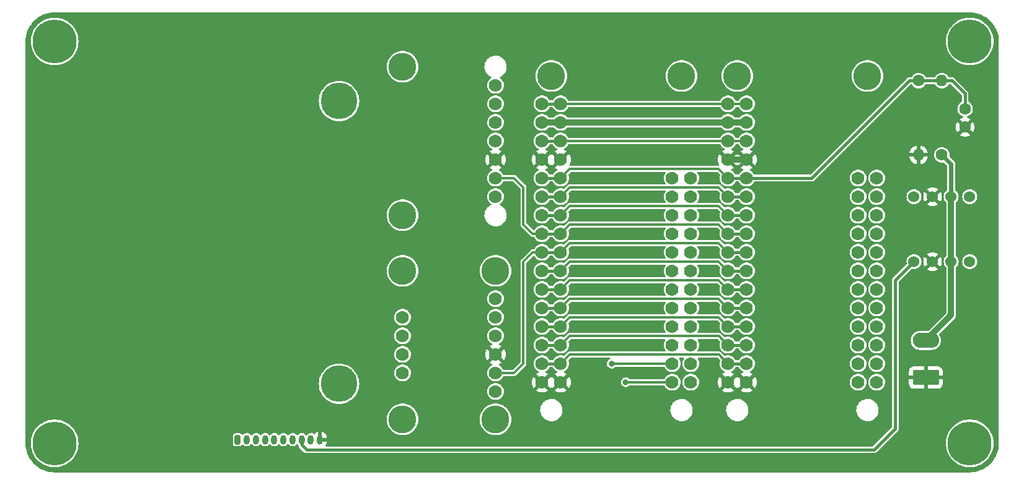
<source format=gtl>
G04 #@! TF.GenerationSoftware,KiCad,Pcbnew,(7.0.0-0)*
G04 #@! TF.CreationDate,2023-03-05T11:15:20-05:00*
G04 #@! TF.ProjectId,Cryologger ITB,4372796f-6c6f-4676-9765-72204954422e,rev?*
G04 #@! TF.SameCoordinates,Original*
G04 #@! TF.FileFunction,Copper,L1,Top*
G04 #@! TF.FilePolarity,Positive*
%FSLAX46Y46*%
G04 Gerber Fmt 4.6, Leading zero omitted, Abs format (unit mm)*
G04 Created by KiCad (PCBNEW (7.0.0-0)) date 2023-03-05 11:15:20*
%MOMM*%
%LPD*%
G01*
G04 APERTURE LIST*
G04 Aperture macros list*
%AMRoundRect*
0 Rectangle with rounded corners*
0 $1 Rounding radius*
0 $2 $3 $4 $5 $6 $7 $8 $9 X,Y pos of 4 corners*
0 Add a 4 corners polygon primitive as box body*
4,1,4,$2,$3,$4,$5,$6,$7,$8,$9,$2,$3,0*
0 Add four circle primitives for the rounded corners*
1,1,$1+$1,$2,$3*
1,1,$1+$1,$4,$5*
1,1,$1+$1,$6,$7*
1,1,$1+$1,$8,$9*
0 Add four rect primitives between the rounded corners*
20,1,$1+$1,$2,$3,$4,$5,0*
20,1,$1+$1,$4,$5,$6,$7,0*
20,1,$1+$1,$6,$7,$8,$9,0*
20,1,$1+$1,$8,$9,$2,$3,0*%
G04 Aperture macros list end*
G04 #@! TA.AperFunction,ComponentPad*
%ADD10C,6.000000*%
G04 #@! TD*
G04 #@! TA.AperFunction,ComponentPad*
%ADD11C,4.999990*%
G04 #@! TD*
G04 #@! TA.AperFunction,ComponentPad*
%ADD12O,3.600000X2.080000*%
G04 #@! TD*
G04 #@! TA.AperFunction,ComponentPad*
%ADD13RoundRect,0.249999X1.550001X-0.790001X1.550001X0.790001X-1.550001X0.790001X-1.550001X-0.790001X0*%
G04 #@! TD*
G04 #@! TA.AperFunction,ComponentPad*
%ADD14C,1.524000*%
G04 #@! TD*
G04 #@! TA.AperFunction,ComponentPad*
%ADD15C,1.778000*%
G04 #@! TD*
G04 #@! TA.AperFunction,WasherPad*
%ADD16C,3.810000*%
G04 #@! TD*
G04 #@! TA.AperFunction,ComponentPad*
%ADD17C,1.600000*%
G04 #@! TD*
G04 #@! TA.AperFunction,ComponentPad*
%ADD18O,1.600000X1.600000*%
G04 #@! TD*
G04 #@! TA.AperFunction,ComponentPad*
%ADD19RoundRect,0.200000X-0.200000X-0.450000X0.200000X-0.450000X0.200000X0.450000X-0.200000X0.450000X0*%
G04 #@! TD*
G04 #@! TA.AperFunction,ComponentPad*
%ADD20O,0.800000X1.300000*%
G04 #@! TD*
G04 #@! TA.AperFunction,ComponentPad*
%ADD21C,3.810000*%
G04 #@! TD*
G04 #@! TA.AperFunction,ViaPad*
%ADD22C,0.800000*%
G04 #@! TD*
G04 #@! TA.AperFunction,Conductor*
%ADD23C,0.406400*%
G04 #@! TD*
G04 #@! TA.AperFunction,Conductor*
%ADD24C,0.812800*%
G04 #@! TD*
G04 #@! TA.AperFunction,Conductor*
%ADD25C,0.609600*%
G04 #@! TD*
G04 #@! TA.AperFunction,Conductor*
%ADD26C,0.304800*%
G04 #@! TD*
G04 APERTURE END LIST*
D10*
X87000000Y-64000000D03*
X212000000Y-119000000D03*
X212000000Y-64000000D03*
X87000000Y-119000000D03*
D11*
X125850000Y-72150000D03*
X125850000Y-110850000D03*
D12*
X205999999Y-104919999D03*
D13*
X206000000Y-110000000D03*
D14*
X204380000Y-85240000D03*
X206920000Y-85240000D03*
X209460000Y-85240000D03*
X212000000Y-85240000D03*
D15*
X147230000Y-99210000D03*
X147230000Y-101750000D03*
X147230000Y-104290000D03*
X147230000Y-106830000D03*
X147230000Y-109370000D03*
X147230000Y-111910000D03*
D16*
X147230000Y-115720000D03*
X147230000Y-95400000D03*
X134530000Y-115720000D03*
D15*
X134530000Y-109370000D03*
X134530000Y-106830000D03*
X134530000Y-104290000D03*
X134530000Y-101750000D03*
D16*
X134530000Y-95400000D03*
D17*
X208190000Y-79525000D03*
D18*
X208189999Y-69364999D03*
D19*
X112000000Y-118500000D03*
D20*
X113249999Y-118499999D03*
X114499999Y-118499999D03*
X115749999Y-118499999D03*
X116999999Y-118499999D03*
X118249999Y-118499999D03*
X119499999Y-118499999D03*
X120749999Y-118499999D03*
X121999999Y-118499999D03*
X123249999Y-118499999D03*
D14*
X204380000Y-94130000D03*
X206920000Y-94130000D03*
X209460000Y-94130000D03*
X212000000Y-94130000D03*
D17*
X205015000Y-69365000D03*
D18*
X205014999Y-79524999D03*
D21*
X154850000Y-68730000D03*
X172630000Y-68730000D03*
D15*
X153580000Y-72540000D03*
X156120000Y-72540000D03*
X153580000Y-75080000D03*
X156120000Y-75080000D03*
X153580000Y-77620000D03*
X156120000Y-77620000D03*
X153580000Y-80160000D03*
X156120000Y-80160000D03*
X153580000Y-82700000D03*
X156120000Y-82700000D03*
X153580000Y-85240000D03*
X156120000Y-85240000D03*
X153580000Y-87780000D03*
X156120000Y-87780000D03*
X153580000Y-90320000D03*
X156120000Y-90320000D03*
X153580000Y-92860000D03*
X156120000Y-92860000D03*
X153580000Y-95400000D03*
X156120000Y-95400000D03*
X153580000Y-97940000D03*
X156120000Y-97940000D03*
X153580000Y-100480000D03*
X156120000Y-100480000D03*
X153580000Y-103020000D03*
X156120000Y-103020000D03*
X153580000Y-105560000D03*
X156120000Y-105560000D03*
X153580000Y-108100000D03*
X156120000Y-108100000D03*
X153580000Y-110640000D03*
X156120000Y-110640000D03*
X171360000Y-110640000D03*
X173900000Y-110640000D03*
X171360000Y-108100000D03*
X173900000Y-108100000D03*
X171360000Y-105560000D03*
X173900000Y-105560000D03*
X171360000Y-103020000D03*
X173900000Y-103020000D03*
X171360000Y-100480000D03*
X173900000Y-100480000D03*
X171360000Y-97940000D03*
X173900000Y-97940000D03*
X171360000Y-95400000D03*
X173900000Y-95400000D03*
X171360000Y-92860000D03*
X173900000Y-92860000D03*
X171360000Y-90320000D03*
X173900000Y-90320000D03*
X171360000Y-87780000D03*
X173900000Y-87780000D03*
X171360000Y-85240000D03*
X173900000Y-85240000D03*
X171360000Y-82700000D03*
X173900000Y-82700000D03*
D16*
X134530000Y-67460000D03*
X134530000Y-87780000D03*
D15*
X147230000Y-85240000D03*
X147230000Y-82700000D03*
X147230000Y-80160000D03*
X147230000Y-77620000D03*
X147230000Y-75080000D03*
X147230000Y-72540000D03*
X147230000Y-70000000D03*
D17*
X211365000Y-73215000D03*
X211365000Y-75715000D03*
D21*
X180250000Y-68730000D03*
X198030000Y-68730000D03*
D15*
X178980000Y-72540000D03*
X181520000Y-72540000D03*
X178980000Y-75080000D03*
X181520000Y-75080000D03*
X178980000Y-77620000D03*
X181520000Y-77620000D03*
X178980000Y-80160000D03*
X181520000Y-80160000D03*
X178980000Y-82700000D03*
X181520000Y-82700000D03*
X178980000Y-85240000D03*
X181520000Y-85240000D03*
X178980000Y-87780000D03*
X181520000Y-87780000D03*
X178980000Y-90320000D03*
X181520000Y-90320000D03*
X178980000Y-92860000D03*
X181520000Y-92860000D03*
X178980000Y-95400000D03*
X181520000Y-95400000D03*
X178980000Y-97940000D03*
X181520000Y-97940000D03*
X178980000Y-100480000D03*
X181520000Y-100480000D03*
X178980000Y-103020000D03*
X181520000Y-103020000D03*
X178980000Y-105560000D03*
X181520000Y-105560000D03*
X178980000Y-108100000D03*
X181520000Y-108100000D03*
X178980000Y-110640000D03*
X181520000Y-110640000D03*
X196760000Y-110640000D03*
X199300000Y-110640000D03*
X196760000Y-108100000D03*
X199300000Y-108100000D03*
X196760000Y-105560000D03*
X199300000Y-105560000D03*
X196760000Y-103020000D03*
X199300000Y-103020000D03*
X196760000Y-100480000D03*
X199300000Y-100480000D03*
X196760000Y-97940000D03*
X199300000Y-97940000D03*
X196760000Y-95400000D03*
X199300000Y-95400000D03*
X196760000Y-92860000D03*
X199300000Y-92860000D03*
X196760000Y-90320000D03*
X199300000Y-90320000D03*
X196760000Y-87780000D03*
X199300000Y-87780000D03*
X196760000Y-85240000D03*
X199300000Y-85240000D03*
X196760000Y-82700000D03*
X199300000Y-82700000D03*
D22*
X85000000Y-70000000D03*
X106590000Y-91590000D03*
X85000000Y-113180000D03*
X140880000Y-77620000D03*
X140880000Y-105560000D03*
X116750000Y-81430000D03*
X96430000Y-81430000D03*
X96430000Y-101750000D03*
X116750000Y-103020000D03*
X140880000Y-68730000D03*
X140880000Y-86510000D03*
X140880000Y-97940000D03*
X140880000Y-113180000D03*
X163740000Y-68730000D03*
X163740000Y-114450000D03*
X128180000Y-91590000D03*
X85000000Y-91590000D03*
X133260000Y-77620000D03*
X189140000Y-114450000D03*
X189140000Y-68730000D03*
X106590000Y-70000000D03*
X106590000Y-113180000D03*
X163740000Y-97940000D03*
X189140000Y-97940000D03*
X189140000Y-105560000D03*
X189140000Y-90320000D03*
X189140000Y-78890000D03*
X163740000Y-79525000D03*
X163740000Y-90320000D03*
X149770000Y-103020000D03*
X117094000Y-120396000D03*
X176500000Y-98000000D03*
X176500000Y-95500000D03*
X165010000Y-110640000D03*
X163105000Y-108100000D03*
D23*
X121412000Y-119888000D02*
X123888000Y-119888000D01*
X121412000Y-119888000D02*
X120750000Y-119226000D01*
X120750000Y-119226000D02*
X120750000Y-118500000D01*
D24*
X209460000Y-94130000D02*
X209460000Y-101460000D01*
X209460000Y-101460000D02*
X206000000Y-104920000D01*
D23*
X124206000Y-119888000D02*
X125730000Y-119888000D01*
X125730000Y-119888000D02*
X198942000Y-119888000D01*
X123888000Y-119888000D02*
X125730000Y-119888000D01*
X123888000Y-119888000D02*
X124206000Y-119888000D01*
D24*
X178980000Y-80160000D02*
X181520000Y-80160000D01*
X209460000Y-94130000D02*
X209460000Y-85240000D01*
D25*
X209460000Y-80795000D02*
X208190000Y-79525000D01*
X209460000Y-85240000D02*
X209460000Y-80795000D01*
D24*
X178980000Y-75080000D02*
X156120000Y-75080000D01*
X156120000Y-75080000D02*
X153580000Y-75080000D01*
X178980000Y-75080000D02*
X181520000Y-75080000D01*
D26*
X151040000Y-94130000D02*
X152310000Y-92860000D01*
X149770000Y-109370000D02*
X151040000Y-108100000D01*
X147230000Y-109370000D02*
X149770000Y-109370000D01*
X177710000Y-91590000D02*
X178980000Y-92860000D01*
X151040000Y-108100000D02*
X151040000Y-94130000D01*
D23*
X178980000Y-92860000D02*
X181520000Y-92860000D01*
D26*
X152310000Y-92860000D02*
X153580000Y-92860000D01*
D23*
X153580000Y-92860000D02*
X156120000Y-92860000D01*
D26*
X156120000Y-92860000D02*
X157390000Y-91590000D01*
X157390000Y-91590000D02*
X177710000Y-91590000D01*
X171360000Y-110640000D02*
X165010000Y-110640000D01*
X171360000Y-108100000D02*
X163105000Y-108100000D01*
D23*
X201840000Y-116990000D02*
X198942000Y-119888000D01*
X204380000Y-94130000D02*
X201840000Y-96670000D01*
X201840000Y-96670000D02*
X201840000Y-116990000D01*
X153580000Y-90320000D02*
X156120000Y-90320000D01*
D26*
X157390000Y-89050000D02*
X177710000Y-89050000D01*
X152310000Y-90320000D02*
X153580000Y-90320000D01*
D23*
X178980000Y-90320000D02*
X181520000Y-90320000D01*
D26*
X151040000Y-83970000D02*
X151040000Y-89050000D01*
X156120000Y-90320000D02*
X157390000Y-89050000D01*
X151040000Y-89050000D02*
X152310000Y-90320000D01*
X147230000Y-82700000D02*
X149770000Y-82700000D01*
X149770000Y-82700000D02*
X151040000Y-83970000D01*
X177710000Y-89050000D02*
X178980000Y-90320000D01*
D23*
X153580000Y-85240000D02*
X156120000Y-85240000D01*
X178980000Y-85240000D02*
X181520000Y-85240000D01*
D26*
X177710000Y-83970000D02*
X178980000Y-85240000D01*
X157390000Y-83970000D02*
X177710000Y-83970000D01*
X156120000Y-85240000D02*
X157390000Y-83970000D01*
X157390000Y-86510000D02*
X177710000Y-86510000D01*
X177710000Y-86510000D02*
X178980000Y-87780000D01*
D23*
X153580000Y-87780000D02*
X156120000Y-87780000D01*
X178980000Y-87780000D02*
X181520000Y-87780000D01*
D26*
X156120000Y-87780000D02*
X157390000Y-86510000D01*
X156120000Y-95400000D02*
X157390000Y-94130000D01*
D23*
X153580000Y-95400000D02*
X156120000Y-95400000D01*
X178980000Y-95400000D02*
X181520000Y-95400000D01*
D26*
X177710000Y-94130000D02*
X178980000Y-95400000D01*
X157390000Y-94130000D02*
X177710000Y-94130000D01*
D23*
X203745000Y-69365000D02*
X205015000Y-69365000D01*
X178980000Y-82700000D02*
X181520000Y-82700000D01*
D26*
X177710000Y-81430000D02*
X178980000Y-82700000D01*
X156120000Y-82700000D02*
X157390000Y-81430000D01*
D23*
X209573000Y-69365000D02*
X211365000Y-71157000D01*
D26*
X157390000Y-81430000D02*
X177710000Y-81430000D01*
D23*
X153580000Y-82700000D02*
X156120000Y-82700000D01*
X181520000Y-82700000D02*
X190410000Y-82700000D01*
X208190000Y-69365000D02*
X209573000Y-69365000D01*
X211365000Y-71157000D02*
X211365000Y-73215000D01*
X208190000Y-69365000D02*
X205015000Y-69365000D01*
X190410000Y-82700000D02*
X203745000Y-69365000D01*
X153580000Y-72540000D02*
X156120000Y-72540000D01*
D26*
X156120000Y-72540000D02*
X178980000Y-72540000D01*
X178980000Y-72540000D02*
X181520000Y-72540000D01*
D23*
X153580000Y-77620000D02*
X156120000Y-77620000D01*
D26*
X178980000Y-77620000D02*
X181520000Y-77620000D01*
X156120000Y-77620000D02*
X178980000Y-77620000D01*
X177710000Y-96670000D02*
X178980000Y-97940000D01*
X157390000Y-96670000D02*
X177710000Y-96670000D01*
D23*
X153580000Y-97940000D02*
X156120000Y-97940000D01*
X178980000Y-97940000D02*
X181520000Y-97940000D01*
D26*
X156120000Y-97940000D02*
X157390000Y-96670000D01*
X177710000Y-99210000D02*
X178980000Y-100480000D01*
X157390000Y-99210000D02*
X177710000Y-99210000D01*
D23*
X178980000Y-100480000D02*
X181520000Y-100480000D01*
D26*
X156120000Y-100480000D02*
X157390000Y-99210000D01*
D23*
X153580000Y-100480000D02*
X156120000Y-100480000D01*
X153580000Y-103020000D02*
X156120000Y-103020000D01*
D26*
X157390000Y-101750000D02*
X177710000Y-101750000D01*
X177710000Y-101750000D02*
X178980000Y-103020000D01*
D23*
X178980000Y-103020000D02*
X181520000Y-103020000D01*
D26*
X156120000Y-103020000D02*
X157390000Y-101750000D01*
D23*
X156120000Y-105560000D02*
X153580000Y-105560000D01*
X181520000Y-105560000D02*
X178980000Y-105560000D01*
D26*
X157361401Y-104318599D02*
X156120000Y-105560000D01*
X177738599Y-104318599D02*
X157361401Y-104318599D01*
X178980000Y-105560000D02*
X177738599Y-104318599D01*
X177738599Y-106858599D02*
X157361401Y-106858599D01*
D23*
X156120000Y-108100000D02*
X153580000Y-108100000D01*
X181520000Y-108100000D02*
X178980000Y-108100000D01*
D26*
X157361401Y-106858599D02*
X156120000Y-108100000D01*
X178980000Y-108100000D02*
X177738599Y-106858599D01*
G04 #@! TA.AperFunction,Conductor*
G36*
X212002855Y-60025632D02*
G01*
X212361004Y-60042190D01*
X212372394Y-60043246D01*
X212724645Y-60092382D01*
X212735888Y-60094484D01*
X213082103Y-60175913D01*
X213093093Y-60179040D01*
X213430337Y-60292073D01*
X213440991Y-60296201D01*
X213766352Y-60439861D01*
X213776578Y-60444953D01*
X214016703Y-60578702D01*
X214087292Y-60618020D01*
X214097030Y-60624050D01*
X214390439Y-60825041D01*
X214399579Y-60831942D01*
X214673198Y-61059151D01*
X214681662Y-61066868D01*
X214933131Y-61318337D01*
X214940848Y-61326801D01*
X215168057Y-61600420D01*
X215174958Y-61609560D01*
X215375949Y-61902969D01*
X215381979Y-61912707D01*
X215555039Y-62223407D01*
X215560144Y-62233660D01*
X215703793Y-62558995D01*
X215707931Y-62569675D01*
X215820955Y-62906893D01*
X215824089Y-62917909D01*
X215905513Y-63264103D01*
X215907618Y-63275362D01*
X215956752Y-63627598D01*
X215957809Y-63639002D01*
X215974368Y-63997145D01*
X215974500Y-64002872D01*
X215974500Y-118997128D01*
X215974368Y-119002855D01*
X215957809Y-119360997D01*
X215956752Y-119372401D01*
X215907618Y-119724637D01*
X215905513Y-119735896D01*
X215824089Y-120082090D01*
X215820955Y-120093106D01*
X215707931Y-120430324D01*
X215703793Y-120441004D01*
X215560144Y-120766339D01*
X215555039Y-120776592D01*
X215381979Y-121087292D01*
X215375949Y-121097030D01*
X215174958Y-121390439D01*
X215168057Y-121399579D01*
X214940848Y-121673198D01*
X214933131Y-121681662D01*
X214681662Y-121933131D01*
X214673198Y-121940848D01*
X214399579Y-122168057D01*
X214390439Y-122174958D01*
X214097030Y-122375949D01*
X214087292Y-122381979D01*
X213776592Y-122555039D01*
X213766339Y-122560144D01*
X213441004Y-122703793D01*
X213430324Y-122707931D01*
X213093106Y-122820955D01*
X213082090Y-122824089D01*
X212735896Y-122905513D01*
X212724637Y-122907618D01*
X212372401Y-122956752D01*
X212360997Y-122957809D01*
X212002855Y-122974368D01*
X211997128Y-122974500D01*
X87002872Y-122974500D01*
X86997145Y-122974368D01*
X86639002Y-122957809D01*
X86627598Y-122956752D01*
X86275362Y-122907618D01*
X86264103Y-122905513D01*
X85917909Y-122824089D01*
X85906893Y-122820955D01*
X85569675Y-122707931D01*
X85558995Y-122703793D01*
X85519685Y-122686436D01*
X85233655Y-122560141D01*
X85223412Y-122555041D01*
X85121339Y-122498187D01*
X84912707Y-122381979D01*
X84902969Y-122375949D01*
X84609560Y-122174958D01*
X84600420Y-122168057D01*
X84326801Y-121940848D01*
X84318337Y-121933131D01*
X84066868Y-121681662D01*
X84059151Y-121673198D01*
X83831942Y-121399579D01*
X83825041Y-121390439D01*
X83624050Y-121097030D01*
X83618020Y-121087292D01*
X83547630Y-120960919D01*
X83444953Y-120776578D01*
X83439861Y-120766352D01*
X83296201Y-120440991D01*
X83292073Y-120430337D01*
X83179040Y-120093093D01*
X83175913Y-120082103D01*
X83094484Y-119735888D01*
X83092381Y-119724637D01*
X83073305Y-119587886D01*
X83043246Y-119372394D01*
X83042190Y-119360997D01*
X83041650Y-119349327D01*
X83025632Y-119002855D01*
X83025566Y-119000000D01*
X83740720Y-119000000D01*
X83740902Y-119003357D01*
X83759643Y-119349026D01*
X83759644Y-119349037D01*
X83759826Y-119352390D01*
X83760370Y-119355711D01*
X83760371Y-119355716D01*
X83797316Y-119581073D01*
X83816920Y-119700649D01*
X83911333Y-120040693D01*
X83912577Y-120043816D01*
X83912578Y-120043818D01*
X84034790Y-120350547D01*
X84041958Y-120368536D01*
X84043528Y-120371498D01*
X84043533Y-120371508D01*
X84077595Y-120435755D01*
X84207263Y-120680334D01*
X84209150Y-120683117D01*
X84209153Y-120683122D01*
X84269134Y-120771587D01*
X84405310Y-120972432D01*
X84633777Y-121241405D01*
X84636208Y-121243708D01*
X84636214Y-121243714D01*
X84791110Y-121390439D01*
X84889987Y-121484100D01*
X85170934Y-121697670D01*
X85473326Y-121879613D01*
X85793616Y-122027795D01*
X86128050Y-122140479D01*
X86472707Y-122216344D01*
X86823546Y-122254500D01*
X87173096Y-122254500D01*
X87176454Y-122254500D01*
X87527293Y-122216344D01*
X87871950Y-122140479D01*
X88206384Y-122027795D01*
X88526674Y-121879613D01*
X88829066Y-121697670D01*
X89110013Y-121484100D01*
X89366223Y-121241405D01*
X89594690Y-120972432D01*
X89792737Y-120680334D01*
X89958042Y-120368536D01*
X90088667Y-120040693D01*
X90183080Y-119700649D01*
X90240174Y-119352390D01*
X90259179Y-119001866D01*
X111345500Y-119001866D01*
X111345501Y-119004748D01*
X111345770Y-119007621D01*
X111345771Y-119007635D01*
X111346950Y-119020207D01*
X111348379Y-119035451D01*
X111350872Y-119042577D01*
X111350873Y-119042579D01*
X111384180Y-119137763D01*
X111393631Y-119164773D01*
X111474990Y-119275010D01*
X111585227Y-119356369D01*
X111714549Y-119401621D01*
X111745251Y-119404500D01*
X112254748Y-119404499D01*
X112285451Y-119401621D01*
X112414773Y-119356369D01*
X112525010Y-119275010D01*
X112575022Y-119207246D01*
X112615664Y-119171886D01*
X112667469Y-119157098D01*
X112720656Y-119165677D01*
X112764884Y-119195797D01*
X112769098Y-119201597D01*
X112790187Y-119219043D01*
X112890502Y-119302032D01*
X112890504Y-119302033D01*
X112896514Y-119307005D01*
X112957845Y-119335865D01*
X113039087Y-119374095D01*
X113039089Y-119374095D01*
X113046141Y-119377414D01*
X113208577Y-119408400D01*
X113373616Y-119398017D01*
X113530887Y-119346916D01*
X113670510Y-119258309D01*
X113783710Y-119137763D01*
X113784653Y-119138648D01*
X113821302Y-119107339D01*
X113877600Y-119093817D01*
X113933900Y-119107330D01*
X113977927Y-119144930D01*
X114019098Y-119201597D01*
X114025107Y-119206568D01*
X114025108Y-119206569D01*
X114140502Y-119302032D01*
X114140504Y-119302033D01*
X114146514Y-119307005D01*
X114207845Y-119335865D01*
X114289087Y-119374095D01*
X114289089Y-119374095D01*
X114296141Y-119377414D01*
X114458577Y-119408400D01*
X114623616Y-119398017D01*
X114780887Y-119346916D01*
X114920510Y-119258309D01*
X115033710Y-119137763D01*
X115034653Y-119138648D01*
X115071302Y-119107339D01*
X115127600Y-119093817D01*
X115183900Y-119107330D01*
X115227927Y-119144930D01*
X115269098Y-119201597D01*
X115275107Y-119206568D01*
X115275108Y-119206569D01*
X115390502Y-119302032D01*
X115390504Y-119302033D01*
X115396514Y-119307005D01*
X115457845Y-119335865D01*
X115539087Y-119374095D01*
X115539089Y-119374095D01*
X115546141Y-119377414D01*
X115708577Y-119408400D01*
X115873616Y-119398017D01*
X116030887Y-119346916D01*
X116170510Y-119258309D01*
X116283710Y-119137763D01*
X116284653Y-119138648D01*
X116321302Y-119107339D01*
X116377600Y-119093817D01*
X116433900Y-119107330D01*
X116477927Y-119144930D01*
X116519098Y-119201597D01*
X116525107Y-119206568D01*
X116525108Y-119206569D01*
X116640502Y-119302032D01*
X116640504Y-119302033D01*
X116646514Y-119307005D01*
X116707845Y-119335865D01*
X116789087Y-119374095D01*
X116789089Y-119374095D01*
X116796141Y-119377414D01*
X116958577Y-119408400D01*
X117123616Y-119398017D01*
X117280887Y-119346916D01*
X117420510Y-119258309D01*
X117533710Y-119137763D01*
X117534653Y-119138648D01*
X117571302Y-119107339D01*
X117627600Y-119093817D01*
X117683900Y-119107330D01*
X117727927Y-119144930D01*
X117769098Y-119201597D01*
X117775107Y-119206568D01*
X117775108Y-119206569D01*
X117890502Y-119302032D01*
X117890504Y-119302033D01*
X117896514Y-119307005D01*
X117957845Y-119335865D01*
X118039087Y-119374095D01*
X118039089Y-119374095D01*
X118046141Y-119377414D01*
X118208577Y-119408400D01*
X118373616Y-119398017D01*
X118530887Y-119346916D01*
X118670510Y-119258309D01*
X118783710Y-119137763D01*
X118784653Y-119138648D01*
X118821302Y-119107339D01*
X118877600Y-119093817D01*
X118933900Y-119107330D01*
X118977927Y-119144930D01*
X119019098Y-119201597D01*
X119025107Y-119206568D01*
X119025108Y-119206569D01*
X119140502Y-119302032D01*
X119140504Y-119302033D01*
X119146514Y-119307005D01*
X119207845Y-119335865D01*
X119289087Y-119374095D01*
X119289089Y-119374095D01*
X119296141Y-119377414D01*
X119458577Y-119408400D01*
X119623616Y-119398017D01*
X119780887Y-119346916D01*
X119920510Y-119258309D01*
X120033710Y-119137763D01*
X120034653Y-119138648D01*
X120071301Y-119107339D01*
X120127599Y-119093817D01*
X120183900Y-119107330D01*
X120227927Y-119144930D01*
X120266897Y-119198567D01*
X120288416Y-119248398D01*
X120298255Y-119300398D01*
X120299031Y-119304966D01*
X120307694Y-119362433D01*
X120311482Y-119370299D01*
X120313105Y-119378876D01*
X120328708Y-119408400D01*
X120340250Y-119430239D01*
X120342337Y-119434374D01*
X120363525Y-119478370D01*
X120363529Y-119478375D01*
X120367559Y-119486744D01*
X120373496Y-119493143D01*
X120377576Y-119500862D01*
X120384143Y-119507429D01*
X120384144Y-119507430D01*
X120418673Y-119541959D01*
X120421890Y-119545299D01*
X120461405Y-119587886D01*
X120467486Y-119591397D01*
X120473356Y-119596642D01*
X121065253Y-120188539D01*
X121074519Y-120198907D01*
X121091373Y-120220042D01*
X121091375Y-120220044D01*
X121097168Y-120227308D01*
X121145196Y-120260052D01*
X121148962Y-120262724D01*
X121195715Y-120297230D01*
X121203954Y-120300113D01*
X121211168Y-120305031D01*
X121220048Y-120307770D01*
X121220050Y-120307771D01*
X121266700Y-120322160D01*
X121271073Y-120323598D01*
X121325947Y-120342800D01*
X121334669Y-120343126D01*
X121343013Y-120345700D01*
X121401139Y-120345700D01*
X121405776Y-120345787D01*
X121463824Y-120347959D01*
X121470606Y-120346141D01*
X121478466Y-120345700D01*
X123819013Y-120345700D01*
X123922301Y-120345700D01*
X124137013Y-120345700D01*
X125661013Y-120345700D01*
X125764301Y-120345700D01*
X198909329Y-120345700D01*
X198923213Y-120346480D01*
X198959307Y-120350547D01*
X199016478Y-120339728D01*
X199020950Y-120338969D01*
X199078433Y-120330306D01*
X199086299Y-120326517D01*
X199094876Y-120324895D01*
X199146309Y-120297711D01*
X199150347Y-120295673D01*
X199202744Y-120270441D01*
X199209143Y-120264503D01*
X199216862Y-120260424D01*
X199257984Y-120219300D01*
X199261241Y-120216162D01*
X199303886Y-120176595D01*
X199307399Y-120170508D01*
X199312634Y-120164650D01*
X200477284Y-119000000D01*
X208740720Y-119000000D01*
X208740902Y-119003357D01*
X208759643Y-119349026D01*
X208759644Y-119349037D01*
X208759826Y-119352390D01*
X208760370Y-119355711D01*
X208760371Y-119355716D01*
X208797316Y-119581073D01*
X208816920Y-119700649D01*
X208911333Y-120040693D01*
X208912577Y-120043816D01*
X208912578Y-120043818D01*
X209034790Y-120350547D01*
X209041958Y-120368536D01*
X209043528Y-120371498D01*
X209043533Y-120371508D01*
X209077595Y-120435755D01*
X209207263Y-120680334D01*
X209209150Y-120683117D01*
X209209153Y-120683122D01*
X209269134Y-120771587D01*
X209405310Y-120972432D01*
X209633777Y-121241405D01*
X209636208Y-121243708D01*
X209636214Y-121243714D01*
X209791110Y-121390439D01*
X209889987Y-121484100D01*
X210170934Y-121697670D01*
X210473326Y-121879613D01*
X210793616Y-122027795D01*
X211128050Y-122140479D01*
X211472707Y-122216344D01*
X211823546Y-122254500D01*
X212173096Y-122254500D01*
X212176454Y-122254500D01*
X212527293Y-122216344D01*
X212871950Y-122140479D01*
X213206384Y-122027795D01*
X213526674Y-121879613D01*
X213829066Y-121697670D01*
X214110013Y-121484100D01*
X214366223Y-121241405D01*
X214594690Y-120972432D01*
X214792737Y-120680334D01*
X214958042Y-120368536D01*
X215088667Y-120040693D01*
X215183080Y-119700649D01*
X215240174Y-119352390D01*
X215259280Y-119000000D01*
X215240174Y-118647610D01*
X215183080Y-118299351D01*
X215088667Y-117959307D01*
X214958042Y-117631464D01*
X214940501Y-117598379D01*
X214880757Y-117485690D01*
X214792737Y-117319666D01*
X214594690Y-117027568D01*
X214366223Y-116758595D01*
X214363790Y-116756290D01*
X214363785Y-116756285D01*
X214112443Y-116518202D01*
X214110013Y-116515900D01*
X213829066Y-116302330D01*
X213826192Y-116300601D01*
X213826188Y-116300598D01*
X213529556Y-116122121D01*
X213529555Y-116122120D01*
X213526674Y-116120387D01*
X213206384Y-115972205D01*
X213119839Y-115943044D01*
X212875133Y-115860593D01*
X212875124Y-115860590D01*
X212871950Y-115859521D01*
X212868682Y-115858801D01*
X212868669Y-115858798D01*
X212530580Y-115784379D01*
X212530570Y-115784377D01*
X212527293Y-115783656D01*
X212176454Y-115745500D01*
X211823546Y-115745500D01*
X211820209Y-115745862D01*
X211820207Y-115745863D01*
X211476053Y-115783292D01*
X211476051Y-115783292D01*
X211472707Y-115783656D01*
X211469432Y-115784376D01*
X211469419Y-115784379D01*
X211131330Y-115858798D01*
X211131312Y-115858802D01*
X211128050Y-115859521D01*
X211124879Y-115860589D01*
X211124866Y-115860593D01*
X210796803Y-115971131D01*
X210796800Y-115971132D01*
X210793616Y-115972205D01*
X210790567Y-115973615D01*
X210790561Y-115973618D01*
X210476381Y-116118973D01*
X210476372Y-116118977D01*
X210473326Y-116120387D01*
X210470451Y-116122116D01*
X210470443Y-116122121D01*
X210173811Y-116300598D01*
X210173798Y-116300606D01*
X210170934Y-116302330D01*
X210168276Y-116304350D01*
X210168265Y-116304358D01*
X209892646Y-116513878D01*
X209892638Y-116513884D01*
X209889987Y-116515900D01*
X209887563Y-116518195D01*
X209887556Y-116518202D01*
X209636214Y-116756285D01*
X209636199Y-116756300D01*
X209633777Y-116758595D01*
X209631614Y-116761140D01*
X209631603Y-116761153D01*
X209407483Y-117025009D01*
X209407477Y-117025016D01*
X209405310Y-117027568D01*
X209403430Y-117030340D01*
X209403423Y-117030350D01*
X209209153Y-117316877D01*
X209209145Y-117316889D01*
X209207263Y-117319666D01*
X209205688Y-117322636D01*
X209205686Y-117322640D01*
X209043533Y-117628491D01*
X209043524Y-117628508D01*
X209041958Y-117631464D01*
X209040717Y-117634576D01*
X209040713Y-117634587D01*
X208912578Y-117956181D01*
X208912575Y-117956189D01*
X208911333Y-117959307D01*
X208910433Y-117962545D01*
X208910433Y-117962548D01*
X208909878Y-117964549D01*
X208816920Y-118299351D01*
X208816376Y-118302667D01*
X208816374Y-118302678D01*
X208760371Y-118644283D01*
X208759826Y-118647610D01*
X208759644Y-118650960D01*
X208759643Y-118650973D01*
X208743504Y-118948658D01*
X208740720Y-119000000D01*
X200477284Y-119000000D01*
X202140540Y-117336743D01*
X202150903Y-117327483D01*
X202179308Y-117304832D01*
X202212079Y-117256764D01*
X202214723Y-117253038D01*
X202249230Y-117206285D01*
X202252113Y-117198044D01*
X202257031Y-117190832D01*
X202274172Y-117135258D01*
X202275593Y-117130941D01*
X202294801Y-117076053D01*
X202295127Y-117067326D01*
X202297700Y-117058987D01*
X202297700Y-117000886D01*
X202297787Y-116996250D01*
X202297804Y-116995776D01*
X202299960Y-116938175D01*
X202298141Y-116931389D01*
X202297700Y-116923527D01*
X202297700Y-110836829D01*
X203700001Y-110836829D01*
X203700321Y-110843111D01*
X203709805Y-110935957D01*
X203712624Y-110949126D01*
X203763368Y-111102263D01*
X203769434Y-111115271D01*
X203853888Y-111252192D01*
X203862793Y-111263454D01*
X203976545Y-111377206D01*
X203987807Y-111386111D01*
X204124728Y-111470565D01*
X204137736Y-111476631D01*
X204290879Y-111527377D01*
X204304035Y-111530193D01*
X204396890Y-111539680D01*
X204403168Y-111540000D01*
X205733674Y-111540000D01*
X205746549Y-111536549D01*
X205750000Y-111523674D01*
X205750000Y-111523673D01*
X206250000Y-111523673D01*
X206253450Y-111536548D01*
X206266326Y-111539999D01*
X207596829Y-111539999D01*
X207603111Y-111539678D01*
X207695957Y-111530194D01*
X207709126Y-111527375D01*
X207862263Y-111476631D01*
X207875271Y-111470565D01*
X208012192Y-111386111D01*
X208023454Y-111377206D01*
X208137206Y-111263454D01*
X208146111Y-111252192D01*
X208230565Y-111115271D01*
X208236631Y-111102263D01*
X208287377Y-110949120D01*
X208290193Y-110935964D01*
X208299680Y-110843109D01*
X208300000Y-110836832D01*
X208300000Y-110266326D01*
X208296549Y-110253450D01*
X208283674Y-110250000D01*
X206266326Y-110250000D01*
X206253450Y-110253450D01*
X206250000Y-110266326D01*
X206250000Y-111523673D01*
X205750000Y-111523673D01*
X205750000Y-110266326D01*
X205746549Y-110253450D01*
X205733674Y-110250000D01*
X203716327Y-110250000D01*
X203703451Y-110253450D01*
X203700001Y-110266326D01*
X203700001Y-110836829D01*
X202297700Y-110836829D01*
X202297700Y-109733674D01*
X203700000Y-109733674D01*
X203703450Y-109746549D01*
X203716326Y-109750000D01*
X205733674Y-109750000D01*
X205746549Y-109746549D01*
X205750000Y-109733674D01*
X206250000Y-109733674D01*
X206253450Y-109746549D01*
X206266326Y-109750000D01*
X208283673Y-109750000D01*
X208296548Y-109746549D01*
X208299999Y-109733674D01*
X208299999Y-109163171D01*
X208299678Y-109156888D01*
X208290194Y-109064042D01*
X208287375Y-109050873D01*
X208236631Y-108897736D01*
X208230565Y-108884728D01*
X208146111Y-108747807D01*
X208137206Y-108736545D01*
X208023454Y-108622793D01*
X208012192Y-108613888D01*
X207875271Y-108529434D01*
X207862263Y-108523368D01*
X207709120Y-108472622D01*
X207695964Y-108469806D01*
X207603109Y-108460319D01*
X207596832Y-108460000D01*
X206266326Y-108460000D01*
X206253450Y-108463450D01*
X206250000Y-108476326D01*
X206250000Y-109733674D01*
X205750000Y-109733674D01*
X205750000Y-108476327D01*
X205746549Y-108463451D01*
X205733674Y-108460001D01*
X204403171Y-108460001D01*
X204396888Y-108460321D01*
X204304042Y-108469805D01*
X204290873Y-108472624D01*
X204137736Y-108523368D01*
X204124728Y-108529434D01*
X203987807Y-108613888D01*
X203976545Y-108622793D01*
X203862793Y-108736545D01*
X203853888Y-108747807D01*
X203769434Y-108884728D01*
X203763368Y-108897736D01*
X203712622Y-109050879D01*
X203709806Y-109064035D01*
X203700319Y-109156890D01*
X203700000Y-109163168D01*
X203700000Y-109733674D01*
X202297700Y-109733674D01*
X202297700Y-104920000D01*
X203940555Y-104920000D01*
X203941027Y-104925395D01*
X203959823Y-105140247D01*
X203959824Y-105140254D01*
X203960296Y-105145646D01*
X203961695Y-105150867D01*
X203961697Y-105150878D01*
X204007034Y-105320074D01*
X204018921Y-105364436D01*
X204021205Y-105369334D01*
X204021208Y-105369342D01*
X204038077Y-105405517D01*
X204114648Y-105569722D01*
X204244567Y-105755267D01*
X204404733Y-105915433D01*
X204590278Y-106045352D01*
X204795564Y-106141079D01*
X204958198Y-106184657D01*
X205009121Y-106198302D01*
X205009123Y-106198302D01*
X205014354Y-106199704D01*
X205183477Y-106214500D01*
X206813814Y-106214500D01*
X206816523Y-106214500D01*
X206985646Y-106199704D01*
X207204436Y-106141079D01*
X207409722Y-106045352D01*
X207595267Y-105915433D01*
X207755433Y-105755267D01*
X207885352Y-105569723D01*
X207981079Y-105364436D01*
X208039704Y-105145646D01*
X208059445Y-104920000D01*
X208039704Y-104694354D01*
X207981079Y-104475564D01*
X207971203Y-104454386D01*
X207953537Y-104416500D01*
X207885352Y-104270278D01*
X207821075Y-104178480D01*
X207799961Y-104125333D01*
X207804946Y-104068357D01*
X207834969Y-104019682D01*
X209910564Y-101944088D01*
X209915984Y-101938985D01*
X209958324Y-101901477D01*
X209990440Y-101854947D01*
X209994872Y-101848923D01*
X210029739Y-101804420D01*
X210033397Y-101796290D01*
X210044433Y-101776725D01*
X210049496Y-101769391D01*
X210069551Y-101716506D01*
X210072397Y-101709636D01*
X210095609Y-101658064D01*
X210097216Y-101649292D01*
X210103246Y-101627659D01*
X210106408Y-101619325D01*
X210113223Y-101563189D01*
X210114343Y-101555834D01*
X210124540Y-101500197D01*
X210121126Y-101443760D01*
X210120900Y-101436273D01*
X210120900Y-94961251D01*
X210132805Y-94908235D01*
X210166235Y-94865398D01*
X210177538Y-94856121D01*
X210177539Y-94856119D01*
X210182252Y-94852252D01*
X210309278Y-94697469D01*
X210403667Y-94520880D01*
X210461792Y-94329269D01*
X210481418Y-94130000D01*
X210978582Y-94130000D01*
X210979179Y-94136062D01*
X210997610Y-94323206D01*
X210997611Y-94323214D01*
X210998208Y-94329269D01*
X210999973Y-94335090D01*
X210999975Y-94335096D01*
X211054566Y-94515057D01*
X211054568Y-94515062D01*
X211056333Y-94520880D01*
X211059201Y-94526247D01*
X211059203Y-94526250D01*
X211147846Y-94692090D01*
X211147850Y-94692096D01*
X211150722Y-94697469D01*
X211154588Y-94702180D01*
X211154589Y-94702181D01*
X211208482Y-94767851D01*
X211277748Y-94852252D01*
X211432531Y-94979278D01*
X211437906Y-94982151D01*
X211437909Y-94982153D01*
X211457312Y-94992524D01*
X211609120Y-95073667D01*
X211800731Y-95131792D01*
X212000000Y-95151418D01*
X212199269Y-95131792D01*
X212390880Y-95073667D01*
X212567469Y-94979278D01*
X212722252Y-94852252D01*
X212849278Y-94697469D01*
X212943667Y-94520880D01*
X213001792Y-94329269D01*
X213021418Y-94130000D01*
X213001792Y-93930731D01*
X212943667Y-93739120D01*
X212881626Y-93623050D01*
X212852153Y-93567909D01*
X212852151Y-93567906D01*
X212849278Y-93562531D01*
X212722252Y-93407748D01*
X212706233Y-93394602D01*
X212572181Y-93284589D01*
X212572180Y-93284588D01*
X212567469Y-93280722D01*
X212562096Y-93277850D01*
X212562090Y-93277846D01*
X212396250Y-93189203D01*
X212396247Y-93189201D01*
X212390880Y-93186333D01*
X212385062Y-93184568D01*
X212385057Y-93184566D01*
X212205096Y-93129975D01*
X212205090Y-93129973D01*
X212199269Y-93128208D01*
X212193214Y-93127611D01*
X212193206Y-93127610D01*
X212006062Y-93109179D01*
X212000000Y-93108582D01*
X211993938Y-93109179D01*
X211806793Y-93127610D01*
X211806783Y-93127611D01*
X211800731Y-93128208D01*
X211794911Y-93129973D01*
X211794903Y-93129975D01*
X211614942Y-93184566D01*
X211614933Y-93184569D01*
X211609120Y-93186333D01*
X211603756Y-93189200D01*
X211603749Y-93189203D01*
X211437909Y-93277846D01*
X211437898Y-93277852D01*
X211432531Y-93280722D01*
X211427823Y-93284585D01*
X211427818Y-93284589D01*
X211282454Y-93403885D01*
X211282448Y-93403890D01*
X211277748Y-93407748D01*
X211273890Y-93412448D01*
X211273885Y-93412454D01*
X211154589Y-93557818D01*
X211154585Y-93557823D01*
X211150722Y-93562531D01*
X211147852Y-93567898D01*
X211147846Y-93567909D01*
X211059203Y-93733749D01*
X211059200Y-93733756D01*
X211056333Y-93739120D01*
X211054569Y-93744933D01*
X211054566Y-93744942D01*
X210999975Y-93924903D01*
X210999973Y-93924911D01*
X210998208Y-93930731D01*
X210997611Y-93936783D01*
X210997610Y-93936793D01*
X210985844Y-94056266D01*
X210978582Y-94130000D01*
X210481418Y-94130000D01*
X210461792Y-93930731D01*
X210403667Y-93739120D01*
X210341626Y-93623050D01*
X210312153Y-93567909D01*
X210312151Y-93567906D01*
X210309278Y-93562531D01*
X210182252Y-93407748D01*
X210177545Y-93403885D01*
X210177538Y-93403878D01*
X210166235Y-93394602D01*
X210132805Y-93351765D01*
X210120900Y-93298749D01*
X210120900Y-86071251D01*
X210132805Y-86018235D01*
X210166235Y-85975398D01*
X210177538Y-85966121D01*
X210177539Y-85966119D01*
X210182252Y-85962252D01*
X210309278Y-85807469D01*
X210403667Y-85630880D01*
X210461792Y-85439269D01*
X210476356Y-85291387D01*
X210480821Y-85246062D01*
X210481418Y-85240000D01*
X210978582Y-85240000D01*
X210979179Y-85246062D01*
X210997610Y-85433206D01*
X210997611Y-85433214D01*
X210998208Y-85439269D01*
X210999973Y-85445090D01*
X210999975Y-85445096D01*
X211054566Y-85625057D01*
X211054568Y-85625062D01*
X211056333Y-85630880D01*
X211059201Y-85636247D01*
X211059203Y-85636250D01*
X211147846Y-85802090D01*
X211147850Y-85802096D01*
X211150722Y-85807469D01*
X211154588Y-85812180D01*
X211154589Y-85812181D01*
X211208482Y-85877851D01*
X211277748Y-85962252D01*
X211432531Y-86089278D01*
X211437906Y-86092151D01*
X211437909Y-86092153D01*
X211543634Y-86148664D01*
X211609120Y-86183667D01*
X211800731Y-86241792D01*
X212000000Y-86261418D01*
X212199269Y-86241792D01*
X212390880Y-86183667D01*
X212567469Y-86089278D01*
X212722252Y-85962252D01*
X212849278Y-85807469D01*
X212943667Y-85630880D01*
X213001792Y-85439269D01*
X213016356Y-85291387D01*
X213020821Y-85246062D01*
X213021418Y-85240000D01*
X213001792Y-85040731D01*
X212943667Y-84849120D01*
X212899997Y-84767419D01*
X212852153Y-84677909D01*
X212852151Y-84677906D01*
X212849278Y-84672531D01*
X212722252Y-84517748D01*
X212715663Y-84512341D01*
X212572181Y-84394589D01*
X212572180Y-84394588D01*
X212567469Y-84390722D01*
X212562096Y-84387850D01*
X212562090Y-84387846D01*
X212396250Y-84299203D01*
X212396247Y-84299201D01*
X212390880Y-84296333D01*
X212385062Y-84294568D01*
X212385057Y-84294566D01*
X212205096Y-84239975D01*
X212205090Y-84239973D01*
X212199269Y-84238208D01*
X212193214Y-84237611D01*
X212193206Y-84237610D01*
X212006062Y-84219179D01*
X212000000Y-84218582D01*
X211993938Y-84219179D01*
X211806793Y-84237610D01*
X211806783Y-84237611D01*
X211800731Y-84238208D01*
X211794911Y-84239973D01*
X211794903Y-84239975D01*
X211614942Y-84294566D01*
X211614933Y-84294569D01*
X211609120Y-84296333D01*
X211603756Y-84299200D01*
X211603749Y-84299203D01*
X211437909Y-84387846D01*
X211437898Y-84387852D01*
X211432531Y-84390722D01*
X211427823Y-84394585D01*
X211427818Y-84394589D01*
X211282454Y-84513885D01*
X211282448Y-84513890D01*
X211277748Y-84517748D01*
X211273890Y-84522448D01*
X211273885Y-84522454D01*
X211154589Y-84667818D01*
X211154585Y-84667823D01*
X211150722Y-84672531D01*
X211147852Y-84677898D01*
X211147846Y-84677909D01*
X211059203Y-84843749D01*
X211059200Y-84843756D01*
X211056333Y-84849120D01*
X211054569Y-84854933D01*
X211054566Y-84854942D01*
X210999975Y-85034903D01*
X210999973Y-85034911D01*
X210998208Y-85040731D01*
X210997611Y-85046783D01*
X210997610Y-85046793D01*
X210980570Y-85219819D01*
X210978582Y-85240000D01*
X210481418Y-85240000D01*
X210461792Y-85040731D01*
X210403667Y-84849120D01*
X210359997Y-84767419D01*
X210312153Y-84677909D01*
X210312151Y-84677906D01*
X210309278Y-84672531D01*
X210182252Y-84517748D01*
X210175663Y-84512341D01*
X210064636Y-84421224D01*
X210031205Y-84378387D01*
X210019300Y-84325370D01*
X210019300Y-80806663D01*
X210019372Y-80802430D01*
X210019810Y-80789605D01*
X210021598Y-80737266D01*
X210011688Y-80696605D01*
X210009323Y-80684162D01*
X210003623Y-80642684D01*
X209996291Y-80625805D01*
X209989548Y-80605752D01*
X209988630Y-80601986D01*
X209985196Y-80587890D01*
X209964687Y-80551415D01*
X209959040Y-80540045D01*
X209952546Y-80525095D01*
X209942369Y-80501665D01*
X209930760Y-80487396D01*
X209918862Y-80469914D01*
X209913999Y-80461264D01*
X209913997Y-80461262D01*
X209909843Y-80453873D01*
X209880251Y-80424281D01*
X209871743Y-80414854D01*
X209861415Y-80402159D01*
X209845341Y-80382401D01*
X209838411Y-80377509D01*
X209830308Y-80371789D01*
X209814137Y-80358167D01*
X209266986Y-79811016D01*
X209237915Y-79765109D01*
X209231264Y-79711183D01*
X209249602Y-79525000D01*
X209229242Y-79318282D01*
X209168945Y-79119508D01*
X209071027Y-78936317D01*
X208939252Y-78775748D01*
X208778683Y-78643973D01*
X208773307Y-78641099D01*
X208773305Y-78641098D01*
X208600864Y-78548926D01*
X208600860Y-78548924D01*
X208595492Y-78546055D01*
X208589664Y-78544287D01*
X208402548Y-78487526D01*
X208402543Y-78487525D01*
X208396718Y-78485758D01*
X208390659Y-78485161D01*
X208390653Y-78485160D01*
X208196061Y-78465995D01*
X208190000Y-78465398D01*
X208183939Y-78465995D01*
X207989346Y-78485160D01*
X207989338Y-78485161D01*
X207983282Y-78485758D01*
X207977458Y-78487524D01*
X207977451Y-78487526D01*
X207790335Y-78544287D01*
X207790331Y-78544288D01*
X207784508Y-78546055D01*
X207779142Y-78548922D01*
X207779135Y-78548926D01*
X207606694Y-78641098D01*
X207606687Y-78641102D01*
X207601317Y-78643973D01*
X207596609Y-78647836D01*
X207596604Y-78647840D01*
X207445454Y-78771885D01*
X207445448Y-78771890D01*
X207440748Y-78775748D01*
X207436890Y-78780448D01*
X207436885Y-78780454D01*
X207312840Y-78931604D01*
X207312836Y-78931609D01*
X207308973Y-78936317D01*
X207306102Y-78941687D01*
X207306098Y-78941694D01*
X207213926Y-79114135D01*
X207213922Y-79114142D01*
X207211055Y-79119508D01*
X207209288Y-79125331D01*
X207209287Y-79125335D01*
X207152526Y-79312451D01*
X207152524Y-79312458D01*
X207150758Y-79318282D01*
X207150161Y-79324338D01*
X207150160Y-79324346D01*
X207142173Y-79405442D01*
X207130398Y-79525000D01*
X207130995Y-79531060D01*
X207130995Y-79531061D01*
X207150160Y-79725653D01*
X207150161Y-79725659D01*
X207150758Y-79731718D01*
X207152525Y-79737543D01*
X207152526Y-79737548D01*
X207209287Y-79924664D01*
X207211055Y-79930492D01*
X207213924Y-79935860D01*
X207213926Y-79935864D01*
X207306098Y-80108305D01*
X207308973Y-80113683D01*
X207440748Y-80274252D01*
X207601317Y-80406027D01*
X207784508Y-80503945D01*
X207983282Y-80564242D01*
X208190000Y-80584602D01*
X208376183Y-80566264D01*
X208430109Y-80572915D01*
X208476016Y-80601986D01*
X208864381Y-80990351D01*
X208891261Y-81030579D01*
X208900700Y-81078032D01*
X208900700Y-84325370D01*
X208888795Y-84378387D01*
X208855364Y-84421224D01*
X208742454Y-84513885D01*
X208742448Y-84513890D01*
X208737748Y-84517748D01*
X208733890Y-84522448D01*
X208733885Y-84522454D01*
X208614589Y-84667818D01*
X208614585Y-84667823D01*
X208610722Y-84672531D01*
X208607852Y-84677898D01*
X208607846Y-84677909D01*
X208519203Y-84843749D01*
X208519200Y-84843756D01*
X208516333Y-84849120D01*
X208514569Y-84854933D01*
X208514566Y-84854942D01*
X208459975Y-85034903D01*
X208459973Y-85034911D01*
X208458208Y-85040731D01*
X208457611Y-85046783D01*
X208457610Y-85046793D01*
X208440570Y-85219819D01*
X208438582Y-85240000D01*
X208439179Y-85246062D01*
X208457610Y-85433206D01*
X208457611Y-85433214D01*
X208458208Y-85439269D01*
X208459973Y-85445090D01*
X208459975Y-85445096D01*
X208514566Y-85625057D01*
X208514568Y-85625062D01*
X208516333Y-85630880D01*
X208519201Y-85636247D01*
X208519203Y-85636250D01*
X208607846Y-85802090D01*
X208607850Y-85802096D01*
X208610722Y-85807469D01*
X208737748Y-85962252D01*
X208742454Y-85966114D01*
X208742461Y-85966121D01*
X208753765Y-85975398D01*
X208787195Y-86018235D01*
X208799100Y-86071251D01*
X208799100Y-93298749D01*
X208787195Y-93351765D01*
X208753765Y-93394602D01*
X208742461Y-93403878D01*
X208742448Y-93403890D01*
X208737748Y-93407748D01*
X208733885Y-93412454D01*
X208733882Y-93412458D01*
X208614589Y-93557818D01*
X208614585Y-93557823D01*
X208610722Y-93562531D01*
X208607852Y-93567898D01*
X208607846Y-93567909D01*
X208519203Y-93733749D01*
X208519200Y-93733756D01*
X208516333Y-93739120D01*
X208514569Y-93744933D01*
X208514566Y-93744942D01*
X208459975Y-93924903D01*
X208459973Y-93924911D01*
X208458208Y-93930731D01*
X208457611Y-93936783D01*
X208457610Y-93936793D01*
X208445844Y-94056266D01*
X208438582Y-94130000D01*
X208439179Y-94136062D01*
X208457610Y-94323206D01*
X208457611Y-94323214D01*
X208458208Y-94329269D01*
X208459973Y-94335090D01*
X208459975Y-94335096D01*
X208514566Y-94515057D01*
X208514568Y-94515062D01*
X208516333Y-94520880D01*
X208519201Y-94526247D01*
X208519203Y-94526250D01*
X208607846Y-94692090D01*
X208607850Y-94692096D01*
X208610722Y-94697469D01*
X208737748Y-94852252D01*
X208742454Y-94856114D01*
X208742461Y-94856121D01*
X208753765Y-94865398D01*
X208787195Y-94908235D01*
X208799100Y-94961251D01*
X208799100Y-101134884D01*
X208789661Y-101182337D01*
X208762781Y-101222565D01*
X206396166Y-103589181D01*
X206355938Y-103616061D01*
X206308485Y-103625500D01*
X205183477Y-103625500D01*
X205180782Y-103625735D01*
X205180776Y-103625736D01*
X205019752Y-103639823D01*
X205019743Y-103639824D01*
X205014354Y-103640296D01*
X205009133Y-103641694D01*
X205009121Y-103641697D01*
X204800791Y-103697520D01*
X204800786Y-103697521D01*
X204795564Y-103698921D01*
X204790668Y-103701203D01*
X204790657Y-103701208D01*
X204595188Y-103792358D01*
X204595184Y-103792360D01*
X204590278Y-103794648D01*
X204585845Y-103797751D01*
X204585838Y-103797756D01*
X204409168Y-103921461D01*
X204409163Y-103921464D01*
X204404733Y-103924567D01*
X204400909Y-103928390D01*
X204400903Y-103928396D01*
X204248396Y-104080903D01*
X204248390Y-104080909D01*
X204244567Y-104084733D01*
X204241464Y-104089163D01*
X204241461Y-104089168D01*
X204117756Y-104265837D01*
X204117751Y-104265844D01*
X204114648Y-104270277D01*
X204112360Y-104275183D01*
X204112358Y-104275187D01*
X204021208Y-104470657D01*
X204021203Y-104470668D01*
X204018921Y-104475564D01*
X204017521Y-104480786D01*
X204017520Y-104480791D01*
X203961697Y-104689121D01*
X203961694Y-104689133D01*
X203960296Y-104694354D01*
X203959824Y-104699743D01*
X203959823Y-104699752D01*
X203951558Y-104794227D01*
X203940555Y-104920000D01*
X202297700Y-104920000D01*
X202297700Y-96910948D01*
X202307139Y-96863495D01*
X202334019Y-96823267D01*
X202752181Y-96405105D01*
X203975866Y-95181418D01*
X206225503Y-95181418D01*
X206232936Y-95189530D01*
X206282151Y-95223991D01*
X206291499Y-95229388D01*
X206481819Y-95318135D01*
X206491943Y-95321821D01*
X206694786Y-95376173D01*
X206705418Y-95378047D01*
X206914605Y-95396349D01*
X206925395Y-95396349D01*
X207134581Y-95378047D01*
X207145213Y-95376173D01*
X207348056Y-95321821D01*
X207358180Y-95318135D01*
X207548494Y-95229391D01*
X207557851Y-95223989D01*
X207607064Y-95189528D01*
X207614496Y-95181419D01*
X207608582Y-95172136D01*
X206931542Y-94495095D01*
X206920000Y-94488431D01*
X206908457Y-94495095D01*
X206231416Y-95172136D01*
X206225503Y-95181418D01*
X203975866Y-95181418D01*
X204009071Y-95148213D01*
X204066621Y-95115612D01*
X204132747Y-95117236D01*
X204174898Y-95130023D01*
X204174902Y-95130023D01*
X204180731Y-95131792D01*
X204380000Y-95151418D01*
X204579269Y-95131792D01*
X204770880Y-95073667D01*
X204947469Y-94979278D01*
X205102252Y-94852252D01*
X205229278Y-94697469D01*
X205323667Y-94520880D01*
X205381792Y-94329269D01*
X205400887Y-94135395D01*
X205653651Y-94135395D01*
X205671952Y-94344581D01*
X205673826Y-94355213D01*
X205728178Y-94558056D01*
X205731864Y-94568180D01*
X205820609Y-94758496D01*
X205826008Y-94767848D01*
X205860470Y-94817065D01*
X205868579Y-94824496D01*
X205877862Y-94818582D01*
X206554903Y-94141542D01*
X206561567Y-94130000D01*
X207278431Y-94130000D01*
X207285095Y-94141542D01*
X207962136Y-94818582D01*
X207971419Y-94824496D01*
X207979528Y-94817064D01*
X208013989Y-94767851D01*
X208019391Y-94758494D01*
X208108135Y-94568180D01*
X208111821Y-94558056D01*
X208166173Y-94355213D01*
X208168047Y-94344581D01*
X208186349Y-94135395D01*
X208186349Y-94124605D01*
X208168047Y-93915418D01*
X208166173Y-93904786D01*
X208111822Y-93701949D01*
X208108134Y-93691815D01*
X208019388Y-93501500D01*
X208013990Y-93492150D01*
X207979529Y-93442935D01*
X207971418Y-93435502D01*
X207962139Y-93441413D01*
X207285095Y-94118457D01*
X207278431Y-94130000D01*
X206561567Y-94130000D01*
X206554903Y-94118457D01*
X205877859Y-93441413D01*
X205868581Y-93435502D01*
X205860468Y-93442936D01*
X205826006Y-93492154D01*
X205820612Y-93501498D01*
X205731865Y-93691815D01*
X205728177Y-93701949D01*
X205673826Y-93904786D01*
X205671952Y-93915418D01*
X205653651Y-94124605D01*
X205653651Y-94135395D01*
X205400887Y-94135395D01*
X205401418Y-94130000D01*
X205381792Y-93930731D01*
X205323667Y-93739120D01*
X205261626Y-93623050D01*
X205232153Y-93567909D01*
X205232151Y-93567906D01*
X205229278Y-93562531D01*
X205102252Y-93407748D01*
X205086233Y-93394602D01*
X204952181Y-93284589D01*
X204952180Y-93284588D01*
X204947469Y-93280722D01*
X204942096Y-93277850D01*
X204942090Y-93277846D01*
X204776250Y-93189203D01*
X204776247Y-93189201D01*
X204770880Y-93186333D01*
X204765062Y-93184568D01*
X204765057Y-93184566D01*
X204585096Y-93129975D01*
X204585090Y-93129973D01*
X204579269Y-93128208D01*
X204573214Y-93127611D01*
X204573206Y-93127610D01*
X204386062Y-93109179D01*
X204380000Y-93108582D01*
X204373938Y-93109179D01*
X204186793Y-93127610D01*
X204186783Y-93127611D01*
X204180731Y-93128208D01*
X204174911Y-93129973D01*
X204174903Y-93129975D01*
X203994942Y-93184566D01*
X203994933Y-93184569D01*
X203989120Y-93186333D01*
X203983756Y-93189200D01*
X203983749Y-93189203D01*
X203817909Y-93277846D01*
X203817898Y-93277852D01*
X203812531Y-93280722D01*
X203807823Y-93284585D01*
X203807818Y-93284589D01*
X203662454Y-93403885D01*
X203662448Y-93403890D01*
X203657748Y-93407748D01*
X203653890Y-93412448D01*
X203653885Y-93412454D01*
X203534589Y-93557818D01*
X203534585Y-93557823D01*
X203530722Y-93562531D01*
X203527852Y-93567898D01*
X203527846Y-93567909D01*
X203439203Y-93733749D01*
X203439200Y-93733756D01*
X203436333Y-93739120D01*
X203434569Y-93744933D01*
X203434566Y-93744942D01*
X203379975Y-93924903D01*
X203379973Y-93924911D01*
X203378208Y-93930731D01*
X203377611Y-93936783D01*
X203377610Y-93936793D01*
X203365844Y-94056266D01*
X203358582Y-94130000D01*
X203359179Y-94136062D01*
X203377610Y-94323204D01*
X203377611Y-94323210D01*
X203378208Y-94329269D01*
X203379975Y-94335096D01*
X203379977Y-94335103D01*
X203392763Y-94377254D01*
X203394386Y-94443378D01*
X203361783Y-94500929D01*
X201539463Y-96323250D01*
X201529098Y-96332513D01*
X201507956Y-96349373D01*
X201507948Y-96349380D01*
X201500692Y-96355168D01*
X201480881Y-96384226D01*
X201467960Y-96403177D01*
X201465278Y-96406956D01*
X201436286Y-96446239D01*
X201436282Y-96446245D01*
X201430770Y-96453715D01*
X201427886Y-96461954D01*
X201422969Y-96469168D01*
X201420234Y-96478032D01*
X201420229Y-96478044D01*
X201405834Y-96524712D01*
X201404386Y-96529112D01*
X201388267Y-96575179D01*
X201388265Y-96575184D01*
X201385200Y-96583947D01*
X201384873Y-96592669D01*
X201382300Y-96601013D01*
X201382300Y-96610298D01*
X201382300Y-96659125D01*
X201382213Y-96663762D01*
X201380387Y-96712538D01*
X201380387Y-96712541D01*
X201380040Y-96721825D01*
X201381858Y-96728610D01*
X201382300Y-96736473D01*
X201382300Y-116749052D01*
X201372861Y-116796505D01*
X201345981Y-116836733D01*
X198788734Y-119393981D01*
X198748506Y-119420861D01*
X198701053Y-119430300D01*
X125798987Y-119430300D01*
X124111233Y-119430300D01*
X124049233Y-119413687D01*
X124003846Y-119368300D01*
X123987233Y-119306300D01*
X124003846Y-119244300D01*
X124073469Y-119123708D01*
X124078726Y-119111899D01*
X124133175Y-118944326D01*
X124135860Y-118931692D01*
X124149661Y-118800385D01*
X124150000Y-118793922D01*
X124150000Y-118766326D01*
X124146549Y-118753450D01*
X124133674Y-118750000D01*
X123124000Y-118750000D01*
X123062000Y-118733387D01*
X123016613Y-118688000D01*
X123000000Y-118626000D01*
X123000000Y-118233674D01*
X123500000Y-118233674D01*
X123503450Y-118246549D01*
X123516326Y-118250000D01*
X124133674Y-118250000D01*
X124146549Y-118246549D01*
X124150000Y-118233674D01*
X124150000Y-118206078D01*
X124149661Y-118199614D01*
X124135860Y-118068307D01*
X124133175Y-118055673D01*
X124078726Y-117888100D01*
X124073469Y-117876292D01*
X123985374Y-117723706D01*
X123977779Y-117713252D01*
X123859880Y-117582313D01*
X123850280Y-117573668D01*
X123707733Y-117470101D01*
X123696545Y-117463642D01*
X123535579Y-117391976D01*
X123523293Y-117387984D01*
X123513549Y-117385913D01*
X123502450Y-117386058D01*
X123500000Y-117396886D01*
X123500000Y-118233674D01*
X123000000Y-118233674D01*
X123000000Y-117396886D01*
X122997549Y-117386058D01*
X122986450Y-117385913D01*
X122976706Y-117387984D01*
X122964420Y-117391976D01*
X122803456Y-117463641D01*
X122792267Y-117470101D01*
X122649719Y-117573668D01*
X122640118Y-117582314D01*
X122540208Y-117693274D01*
X122488020Y-117727686D01*
X122425675Y-117732264D01*
X122369019Y-117705845D01*
X122368233Y-117705194D01*
X122353486Y-117692995D01*
X122346431Y-117689675D01*
X122346426Y-117689672D01*
X122210912Y-117625904D01*
X122210905Y-117625902D01*
X122203859Y-117622586D01*
X122196202Y-117621125D01*
X122196201Y-117621125D01*
X122049080Y-117593060D01*
X122049075Y-117593059D01*
X122041423Y-117591600D01*
X122033644Y-117592089D01*
X122033639Y-117592089D01*
X121884172Y-117601492D01*
X121884163Y-117601493D01*
X121876384Y-117601983D01*
X121868966Y-117604393D01*
X121868962Y-117604394D01*
X121726533Y-117650672D01*
X121726525Y-117650675D01*
X121719113Y-117653084D01*
X121712530Y-117657261D01*
X121712525Y-117657264D01*
X121586076Y-117737511D01*
X121586073Y-117737512D01*
X121579490Y-117741691D01*
X121574152Y-117747375D01*
X121574150Y-117747377D01*
X121466290Y-117862237D01*
X121465349Y-117861353D01*
X121428678Y-117892670D01*
X121372385Y-117906182D01*
X121316092Y-117892666D01*
X121272072Y-117855069D01*
X121230902Y-117798403D01*
X121185336Y-117760707D01*
X121109497Y-117697967D01*
X121109493Y-117697964D01*
X121103486Y-117692995D01*
X121096428Y-117689674D01*
X121096427Y-117689673D01*
X120960912Y-117625904D01*
X120960905Y-117625902D01*
X120953859Y-117622586D01*
X120946202Y-117621125D01*
X120946201Y-117621125D01*
X120799080Y-117593060D01*
X120799075Y-117593059D01*
X120791423Y-117591600D01*
X120783644Y-117592089D01*
X120783639Y-117592089D01*
X120634172Y-117601492D01*
X120634163Y-117601493D01*
X120626384Y-117601983D01*
X120618966Y-117604393D01*
X120618962Y-117604394D01*
X120476533Y-117650672D01*
X120476525Y-117650675D01*
X120469113Y-117653084D01*
X120462530Y-117657261D01*
X120462525Y-117657264D01*
X120336076Y-117737511D01*
X120336073Y-117737512D01*
X120329490Y-117741691D01*
X120324152Y-117747375D01*
X120324150Y-117747377D01*
X120216290Y-117862237D01*
X120215349Y-117861353D01*
X120178678Y-117892670D01*
X120122385Y-117906182D01*
X120066092Y-117892666D01*
X120022072Y-117855069D01*
X119980902Y-117798403D01*
X119935336Y-117760707D01*
X119859497Y-117697967D01*
X119859493Y-117697964D01*
X119853486Y-117692995D01*
X119846428Y-117689674D01*
X119846427Y-117689673D01*
X119710912Y-117625904D01*
X119710905Y-117625902D01*
X119703859Y-117622586D01*
X119696202Y-117621125D01*
X119696201Y-117621125D01*
X119549080Y-117593060D01*
X119549075Y-117593059D01*
X119541423Y-117591600D01*
X119533644Y-117592089D01*
X119533639Y-117592089D01*
X119384172Y-117601492D01*
X119384163Y-117601493D01*
X119376384Y-117601983D01*
X119368966Y-117604393D01*
X119368962Y-117604394D01*
X119226533Y-117650672D01*
X119226525Y-117650675D01*
X119219113Y-117653084D01*
X119212530Y-117657261D01*
X119212525Y-117657264D01*
X119086076Y-117737511D01*
X119086073Y-117737512D01*
X119079490Y-117741691D01*
X119074152Y-117747375D01*
X119074150Y-117747377D01*
X118966290Y-117862237D01*
X118965349Y-117861353D01*
X118928678Y-117892670D01*
X118872385Y-117906182D01*
X118816092Y-117892666D01*
X118772072Y-117855069D01*
X118730902Y-117798403D01*
X118685336Y-117760707D01*
X118609497Y-117697967D01*
X118609493Y-117697964D01*
X118603486Y-117692995D01*
X118596428Y-117689674D01*
X118596427Y-117689673D01*
X118460912Y-117625904D01*
X118460905Y-117625902D01*
X118453859Y-117622586D01*
X118446202Y-117621125D01*
X118446201Y-117621125D01*
X118299080Y-117593060D01*
X118299075Y-117593059D01*
X118291423Y-117591600D01*
X118283644Y-117592089D01*
X118283639Y-117592089D01*
X118134172Y-117601492D01*
X118134163Y-117601493D01*
X118126384Y-117601983D01*
X118118966Y-117604393D01*
X118118962Y-117604394D01*
X117976533Y-117650672D01*
X117976525Y-117650675D01*
X117969113Y-117653084D01*
X117962530Y-117657261D01*
X117962525Y-117657264D01*
X117836076Y-117737511D01*
X117836073Y-117737512D01*
X117829490Y-117741691D01*
X117824152Y-117747375D01*
X117824150Y-117747377D01*
X117716290Y-117862237D01*
X117715349Y-117861353D01*
X117678678Y-117892670D01*
X117622385Y-117906182D01*
X117566092Y-117892666D01*
X117522072Y-117855069D01*
X117480902Y-117798403D01*
X117435336Y-117760707D01*
X117359497Y-117697967D01*
X117359493Y-117697964D01*
X117353486Y-117692995D01*
X117346428Y-117689674D01*
X117346427Y-117689673D01*
X117210912Y-117625904D01*
X117210905Y-117625902D01*
X117203859Y-117622586D01*
X117196202Y-117621125D01*
X117196201Y-117621125D01*
X117049080Y-117593060D01*
X117049075Y-117593059D01*
X117041423Y-117591600D01*
X117033644Y-117592089D01*
X117033639Y-117592089D01*
X116884172Y-117601492D01*
X116884163Y-117601493D01*
X116876384Y-117601983D01*
X116868966Y-117604393D01*
X116868962Y-117604394D01*
X116726533Y-117650672D01*
X116726525Y-117650675D01*
X116719113Y-117653084D01*
X116712530Y-117657261D01*
X116712525Y-117657264D01*
X116586076Y-117737511D01*
X116586073Y-117737512D01*
X116579490Y-117741691D01*
X116574152Y-117747375D01*
X116574150Y-117747377D01*
X116466290Y-117862237D01*
X116465349Y-117861353D01*
X116428678Y-117892670D01*
X116372385Y-117906182D01*
X116316092Y-117892666D01*
X116272072Y-117855069D01*
X116230902Y-117798403D01*
X116185336Y-117760707D01*
X116109497Y-117697967D01*
X116109493Y-117697964D01*
X116103486Y-117692995D01*
X116096428Y-117689674D01*
X116096427Y-117689673D01*
X115960912Y-117625904D01*
X115960905Y-117625902D01*
X115953859Y-117622586D01*
X115946202Y-117621125D01*
X115946201Y-117621125D01*
X115799080Y-117593060D01*
X115799075Y-117593059D01*
X115791423Y-117591600D01*
X115783644Y-117592089D01*
X115783639Y-117592089D01*
X115634172Y-117601492D01*
X115634163Y-117601493D01*
X115626384Y-117601983D01*
X115618966Y-117604393D01*
X115618962Y-117604394D01*
X115476533Y-117650672D01*
X115476525Y-117650675D01*
X115469113Y-117653084D01*
X115462530Y-117657261D01*
X115462525Y-117657264D01*
X115336076Y-117737511D01*
X115336073Y-117737512D01*
X115329490Y-117741691D01*
X115324152Y-117747375D01*
X115324150Y-117747377D01*
X115216290Y-117862237D01*
X115215349Y-117861353D01*
X115178678Y-117892670D01*
X115122385Y-117906182D01*
X115066092Y-117892666D01*
X115022072Y-117855069D01*
X114980902Y-117798403D01*
X114935336Y-117760707D01*
X114859497Y-117697967D01*
X114859493Y-117697964D01*
X114853486Y-117692995D01*
X114846428Y-117689674D01*
X114846427Y-117689673D01*
X114710912Y-117625904D01*
X114710905Y-117625902D01*
X114703859Y-117622586D01*
X114696202Y-117621125D01*
X114696201Y-117621125D01*
X114549080Y-117593060D01*
X114549075Y-117593059D01*
X114541423Y-117591600D01*
X114533644Y-117592089D01*
X114533639Y-117592089D01*
X114384172Y-117601492D01*
X114384163Y-117601493D01*
X114376384Y-117601983D01*
X114368966Y-117604393D01*
X114368962Y-117604394D01*
X114226533Y-117650672D01*
X114226525Y-117650675D01*
X114219113Y-117653084D01*
X114212530Y-117657261D01*
X114212525Y-117657264D01*
X114086076Y-117737511D01*
X114086073Y-117737512D01*
X114079490Y-117741691D01*
X114074152Y-117747375D01*
X114074150Y-117747377D01*
X113966290Y-117862237D01*
X113965349Y-117861353D01*
X113928678Y-117892670D01*
X113872385Y-117906182D01*
X113816092Y-117892666D01*
X113772072Y-117855069D01*
X113730902Y-117798403D01*
X113685336Y-117760707D01*
X113609497Y-117697967D01*
X113609493Y-117697964D01*
X113603486Y-117692995D01*
X113596428Y-117689674D01*
X113596427Y-117689673D01*
X113460912Y-117625904D01*
X113460905Y-117625902D01*
X113453859Y-117622586D01*
X113446202Y-117621125D01*
X113446201Y-117621125D01*
X113299080Y-117593060D01*
X113299075Y-117593059D01*
X113291423Y-117591600D01*
X113283644Y-117592089D01*
X113283639Y-117592089D01*
X113134172Y-117601492D01*
X113134163Y-117601493D01*
X113126384Y-117601983D01*
X113118966Y-117604393D01*
X113118962Y-117604394D01*
X112976533Y-117650672D01*
X112976525Y-117650675D01*
X112969113Y-117653084D01*
X112962530Y-117657261D01*
X112962525Y-117657264D01*
X112836076Y-117737511D01*
X112836073Y-117737512D01*
X112829490Y-117741691D01*
X112824155Y-117747371D01*
X112824149Y-117747377D01*
X112767732Y-117807456D01*
X112723203Y-117837779D01*
X112670017Y-117846356D01*
X112618213Y-117831567D01*
X112577570Y-117796206D01*
X112530526Y-117732464D01*
X112525010Y-117724990D01*
X112414773Y-117643631D01*
X112406000Y-117640561D01*
X112292577Y-117600872D01*
X112292573Y-117600871D01*
X112285451Y-117598379D01*
X112277933Y-117597674D01*
X112257634Y-117595770D01*
X112257622Y-117595769D01*
X112254749Y-117595500D01*
X112251855Y-117595500D01*
X111748154Y-117595500D01*
X111748132Y-117595500D01*
X111745252Y-117595501D01*
X111742379Y-117595770D01*
X111742364Y-117595771D01*
X111722065Y-117597674D01*
X111722061Y-117597674D01*
X111714549Y-117598379D01*
X111707424Y-117600872D01*
X111707420Y-117600873D01*
X111593999Y-117640561D01*
X111593996Y-117640562D01*
X111585227Y-117643631D01*
X111577751Y-117649148D01*
X111577750Y-117649149D01*
X111482464Y-117719473D01*
X111482460Y-117719476D01*
X111474990Y-117724990D01*
X111469476Y-117732460D01*
X111469473Y-117732464D01*
X111420808Y-117798403D01*
X111393631Y-117835227D01*
X111390562Y-117843996D01*
X111390561Y-117843999D01*
X111350872Y-117957422D01*
X111350870Y-117957428D01*
X111348379Y-117964549D01*
X111347674Y-117972065D01*
X111347674Y-117972066D01*
X111345770Y-117992365D01*
X111345769Y-117992378D01*
X111345500Y-117995251D01*
X111345500Y-117998144D01*
X111345500Y-117998145D01*
X111345500Y-119001845D01*
X111345500Y-119001866D01*
X90259179Y-119001866D01*
X90259280Y-119000000D01*
X90240174Y-118647610D01*
X90183080Y-118299351D01*
X90088667Y-117959307D01*
X89958042Y-117631464D01*
X89940501Y-117598379D01*
X89880757Y-117485690D01*
X89792737Y-117319666D01*
X89594690Y-117027568D01*
X89366223Y-116758595D01*
X89363790Y-116756290D01*
X89363785Y-116756285D01*
X89112443Y-116518202D01*
X89110013Y-116515900D01*
X88829066Y-116302330D01*
X88826192Y-116300601D01*
X88826188Y-116300598D01*
X88529556Y-116122121D01*
X88529555Y-116122120D01*
X88526674Y-116120387D01*
X88206384Y-115972205D01*
X88119839Y-115943044D01*
X87875133Y-115860593D01*
X87875124Y-115860590D01*
X87871950Y-115859521D01*
X87868682Y-115858801D01*
X87868669Y-115858798D01*
X87530580Y-115784379D01*
X87530570Y-115784377D01*
X87527293Y-115783656D01*
X87176454Y-115745500D01*
X86823546Y-115745500D01*
X86820209Y-115745862D01*
X86820207Y-115745863D01*
X86476053Y-115783292D01*
X86476051Y-115783292D01*
X86472707Y-115783656D01*
X86469432Y-115784376D01*
X86469419Y-115784379D01*
X86131330Y-115858798D01*
X86131312Y-115858802D01*
X86128050Y-115859521D01*
X86124879Y-115860589D01*
X86124866Y-115860593D01*
X85796803Y-115971131D01*
X85796800Y-115971132D01*
X85793616Y-115972205D01*
X85790567Y-115973615D01*
X85790561Y-115973618D01*
X85476381Y-116118973D01*
X85476372Y-116118977D01*
X85473326Y-116120387D01*
X85470451Y-116122116D01*
X85470443Y-116122121D01*
X85173811Y-116300598D01*
X85173798Y-116300606D01*
X85170934Y-116302330D01*
X85168276Y-116304350D01*
X85168265Y-116304358D01*
X84892646Y-116513878D01*
X84892638Y-116513884D01*
X84889987Y-116515900D01*
X84887563Y-116518195D01*
X84887556Y-116518202D01*
X84636214Y-116756285D01*
X84636199Y-116756300D01*
X84633777Y-116758595D01*
X84631614Y-116761140D01*
X84631603Y-116761153D01*
X84407483Y-117025009D01*
X84407477Y-117025016D01*
X84405310Y-117027568D01*
X84403430Y-117030340D01*
X84403423Y-117030350D01*
X84209153Y-117316877D01*
X84209145Y-117316889D01*
X84207263Y-117319666D01*
X84205688Y-117322636D01*
X84205686Y-117322640D01*
X84043533Y-117628491D01*
X84043524Y-117628508D01*
X84041958Y-117631464D01*
X84040717Y-117634576D01*
X84040713Y-117634587D01*
X83912578Y-117956181D01*
X83912575Y-117956189D01*
X83911333Y-117959307D01*
X83910433Y-117962545D01*
X83910433Y-117962548D01*
X83909878Y-117964549D01*
X83816920Y-118299351D01*
X83816376Y-118302667D01*
X83816374Y-118302678D01*
X83760371Y-118644283D01*
X83759826Y-118647610D01*
X83759644Y-118650960D01*
X83759643Y-118650973D01*
X83743504Y-118948658D01*
X83740720Y-119000000D01*
X83025566Y-119000000D01*
X83025500Y-118997128D01*
X83025500Y-115720000D01*
X132365454Y-115720000D01*
X132365743Y-115724225D01*
X132382705Y-115972205D01*
X132385615Y-116014739D01*
X132386474Y-116018877D01*
X132386476Y-116018885D01*
X132407929Y-116122121D01*
X132445721Y-116303988D01*
X132544654Y-116582357D01*
X132546601Y-116586115D01*
X132546603Y-116586119D01*
X132657642Y-116800414D01*
X132680570Y-116844663D01*
X132683016Y-116848128D01*
X132848492Y-117082556D01*
X132848496Y-117082561D01*
X132850937Y-117086019D01*
X133052582Y-117301928D01*
X133281749Y-117488369D01*
X133534168Y-117641868D01*
X133805138Y-117759567D01*
X133976055Y-117807456D01*
X134085530Y-117838130D01*
X134085532Y-117838130D01*
X134089610Y-117839273D01*
X134382286Y-117879500D01*
X134673477Y-117879500D01*
X134677714Y-117879500D01*
X134970390Y-117839273D01*
X135254862Y-117759567D01*
X135525832Y-117641868D01*
X135778251Y-117488369D01*
X136007418Y-117301928D01*
X136209063Y-117086019D01*
X136379430Y-116844663D01*
X136515346Y-116582357D01*
X136614279Y-116303988D01*
X136674385Y-116014739D01*
X136694546Y-115720000D01*
X145065454Y-115720000D01*
X145065743Y-115724225D01*
X145082705Y-115972205D01*
X145085615Y-116014739D01*
X145086474Y-116018877D01*
X145086476Y-116018885D01*
X145107929Y-116122121D01*
X145145721Y-116303988D01*
X145244654Y-116582357D01*
X145246601Y-116586115D01*
X145246603Y-116586119D01*
X145357642Y-116800414D01*
X145380570Y-116844663D01*
X145383016Y-116848128D01*
X145548492Y-117082556D01*
X145548496Y-117082561D01*
X145550937Y-117086019D01*
X145752582Y-117301928D01*
X145981749Y-117488369D01*
X146234168Y-117641868D01*
X146505138Y-117759567D01*
X146676055Y-117807456D01*
X146785530Y-117838130D01*
X146785532Y-117838130D01*
X146789610Y-117839273D01*
X147082286Y-117879500D01*
X147373477Y-117879500D01*
X147377714Y-117879500D01*
X147670390Y-117839273D01*
X147954862Y-117759567D01*
X148225832Y-117641868D01*
X148478251Y-117488369D01*
X148707418Y-117301928D01*
X148909063Y-117086019D01*
X149079430Y-116844663D01*
X149215346Y-116582357D01*
X149314279Y-116303988D01*
X149374385Y-116014739D01*
X149394546Y-115720000D01*
X149374385Y-115425261D01*
X149314279Y-115136012D01*
X149215346Y-114857643D01*
X149079430Y-114595337D01*
X149020198Y-114511424D01*
X153325790Y-114511424D01*
X153355381Y-114755129D01*
X153356770Y-114759924D01*
X153356772Y-114759934D01*
X153422290Y-114986127D01*
X153422292Y-114986132D01*
X153423682Y-114990931D01*
X153425822Y-114995441D01*
X153425824Y-114995446D01*
X153526780Y-115208205D01*
X153528924Y-115212723D01*
X153668381Y-115414762D01*
X153671835Y-115418358D01*
X153671840Y-115418364D01*
X153834984Y-115588213D01*
X153838442Y-115591813D01*
X154034701Y-115739293D01*
X154252076Y-115853380D01*
X154484937Y-115931120D01*
X154727253Y-115970500D01*
X154908795Y-115970500D01*
X154911280Y-115970500D01*
X155094699Y-115955693D01*
X155333060Y-115896942D01*
X155558911Y-115800716D01*
X155766400Y-115669508D01*
X155950156Y-115506714D01*
X156105418Y-115316553D01*
X156228166Y-115103948D01*
X156315219Y-114874406D01*
X156364325Y-114633872D01*
X156369259Y-114511424D01*
X171105790Y-114511424D01*
X171135381Y-114755129D01*
X171136770Y-114759924D01*
X171136772Y-114759934D01*
X171202290Y-114986127D01*
X171202292Y-114986132D01*
X171203682Y-114990931D01*
X171205822Y-114995441D01*
X171205824Y-114995446D01*
X171306780Y-115208205D01*
X171308924Y-115212723D01*
X171448381Y-115414762D01*
X171451835Y-115418358D01*
X171451840Y-115418364D01*
X171614984Y-115588213D01*
X171618442Y-115591813D01*
X171814701Y-115739293D01*
X172032076Y-115853380D01*
X172264937Y-115931120D01*
X172507253Y-115970500D01*
X172688795Y-115970500D01*
X172691280Y-115970500D01*
X172874699Y-115955693D01*
X173113060Y-115896942D01*
X173338911Y-115800716D01*
X173546400Y-115669508D01*
X173730156Y-115506714D01*
X173885418Y-115316553D01*
X174008166Y-115103948D01*
X174095219Y-114874406D01*
X174144325Y-114633872D01*
X174149259Y-114511424D01*
X178725790Y-114511424D01*
X178755381Y-114755129D01*
X178756770Y-114759924D01*
X178756772Y-114759934D01*
X178822290Y-114986127D01*
X178822292Y-114986132D01*
X178823682Y-114990931D01*
X178825822Y-114995441D01*
X178825824Y-114995446D01*
X178926780Y-115208205D01*
X178928924Y-115212723D01*
X179068381Y-115414762D01*
X179071835Y-115418358D01*
X179071840Y-115418364D01*
X179234984Y-115588213D01*
X179238442Y-115591813D01*
X179434701Y-115739293D01*
X179652076Y-115853380D01*
X179884937Y-115931120D01*
X180127253Y-115970500D01*
X180308795Y-115970500D01*
X180311280Y-115970500D01*
X180494699Y-115955693D01*
X180733060Y-115896942D01*
X180958911Y-115800716D01*
X181166400Y-115669508D01*
X181350156Y-115506714D01*
X181505418Y-115316553D01*
X181628166Y-115103948D01*
X181715219Y-114874406D01*
X181764325Y-114633872D01*
X181769259Y-114511424D01*
X196505790Y-114511424D01*
X196535381Y-114755129D01*
X196536770Y-114759924D01*
X196536772Y-114759934D01*
X196602290Y-114986127D01*
X196602292Y-114986132D01*
X196603682Y-114990931D01*
X196605822Y-114995441D01*
X196605824Y-114995446D01*
X196706780Y-115208205D01*
X196708924Y-115212723D01*
X196848381Y-115414762D01*
X196851835Y-115418358D01*
X196851840Y-115418364D01*
X197014984Y-115588213D01*
X197018442Y-115591813D01*
X197214701Y-115739293D01*
X197432076Y-115853380D01*
X197664937Y-115931120D01*
X197907253Y-115970500D01*
X198088795Y-115970500D01*
X198091280Y-115970500D01*
X198274699Y-115955693D01*
X198513060Y-115896942D01*
X198738911Y-115800716D01*
X198946400Y-115669508D01*
X199130156Y-115506714D01*
X199285418Y-115316553D01*
X199408166Y-115103948D01*
X199495219Y-114874406D01*
X199544325Y-114633872D01*
X199554210Y-114388576D01*
X199524619Y-114144871D01*
X199456318Y-113909069D01*
X199351076Y-113687277D01*
X199211619Y-113485238D01*
X199208163Y-113481640D01*
X199208159Y-113481635D01*
X199045015Y-113311786D01*
X199045014Y-113311785D01*
X199041558Y-113308187D01*
X198845299Y-113160707D01*
X198627924Y-113046620D01*
X198623185Y-113045038D01*
X198623183Y-113045037D01*
X198399801Y-112970461D01*
X198399792Y-112970458D01*
X198395063Y-112968880D01*
X198390136Y-112968079D01*
X198390127Y-112968077D01*
X198157683Y-112930302D01*
X198157680Y-112930301D01*
X198152747Y-112929500D01*
X197968720Y-112929500D01*
X197966265Y-112929698D01*
X197966244Y-112929699D01*
X197790277Y-112943905D01*
X197790273Y-112943905D01*
X197785301Y-112944307D01*
X197780462Y-112945499D01*
X197780454Y-112945501D01*
X197551786Y-113001863D01*
X197551779Y-113001865D01*
X197546940Y-113003058D01*
X197542356Y-113005010D01*
X197542344Y-113005015D01*
X197325687Y-113097324D01*
X197325677Y-113097329D01*
X197321089Y-113099284D01*
X197316879Y-113101946D01*
X197316868Y-113101952D01*
X197117821Y-113227822D01*
X197117814Y-113227827D01*
X197113600Y-113230492D01*
X197109864Y-113233801D01*
X197109857Y-113233807D01*
X196933587Y-113389969D01*
X196933580Y-113389975D01*
X196929844Y-113393286D01*
X196926686Y-113397153D01*
X196926681Y-113397159D01*
X196792847Y-113561076D01*
X196774582Y-113583447D01*
X196772089Y-113587764D01*
X196772082Y-113587775D01*
X196654336Y-113791716D01*
X196654329Y-113791729D01*
X196651834Y-113796052D01*
X196650061Y-113800725D01*
X196650059Y-113800731D01*
X196566552Y-114020923D01*
X196564781Y-114025594D01*
X196563783Y-114030477D01*
X196563781Y-114030488D01*
X196516674Y-114261232D01*
X196516673Y-114261238D01*
X196515675Y-114266128D01*
X196515474Y-114271112D01*
X196515473Y-114271122D01*
X196505991Y-114506421D01*
X196505991Y-114506428D01*
X196505790Y-114511424D01*
X181769259Y-114511424D01*
X181774210Y-114388576D01*
X181744619Y-114144871D01*
X181676318Y-113909069D01*
X181571076Y-113687277D01*
X181431619Y-113485238D01*
X181428163Y-113481640D01*
X181428159Y-113481635D01*
X181265015Y-113311786D01*
X181265014Y-113311785D01*
X181261558Y-113308187D01*
X181065299Y-113160707D01*
X180847924Y-113046620D01*
X180843185Y-113045038D01*
X180843183Y-113045037D01*
X180619801Y-112970461D01*
X180619792Y-112970458D01*
X180615063Y-112968880D01*
X180610136Y-112968079D01*
X180610127Y-112968077D01*
X180377683Y-112930302D01*
X180377680Y-112930301D01*
X180372747Y-112929500D01*
X180188720Y-112929500D01*
X180186265Y-112929698D01*
X180186244Y-112929699D01*
X180010277Y-112943905D01*
X180010273Y-112943905D01*
X180005301Y-112944307D01*
X180000462Y-112945499D01*
X180000454Y-112945501D01*
X179771786Y-113001863D01*
X179771779Y-113001865D01*
X179766940Y-113003058D01*
X179762356Y-113005010D01*
X179762344Y-113005015D01*
X179545687Y-113097324D01*
X179545677Y-113097329D01*
X179541089Y-113099284D01*
X179536879Y-113101946D01*
X179536868Y-113101952D01*
X179337821Y-113227822D01*
X179337814Y-113227827D01*
X179333600Y-113230492D01*
X179329864Y-113233801D01*
X179329857Y-113233807D01*
X179153587Y-113389969D01*
X179153580Y-113389975D01*
X179149844Y-113393286D01*
X179146686Y-113397153D01*
X179146681Y-113397159D01*
X179012847Y-113561076D01*
X178994582Y-113583447D01*
X178992089Y-113587764D01*
X178992082Y-113587775D01*
X178874336Y-113791716D01*
X178874329Y-113791729D01*
X178871834Y-113796052D01*
X178870061Y-113800725D01*
X178870059Y-113800731D01*
X178786552Y-114020923D01*
X178784781Y-114025594D01*
X178783783Y-114030477D01*
X178783781Y-114030488D01*
X178736674Y-114261232D01*
X178736673Y-114261238D01*
X178735675Y-114266128D01*
X178735474Y-114271112D01*
X178735473Y-114271122D01*
X178725991Y-114506421D01*
X178725991Y-114506428D01*
X178725790Y-114511424D01*
X174149259Y-114511424D01*
X174154210Y-114388576D01*
X174124619Y-114144871D01*
X174056318Y-113909069D01*
X173951076Y-113687277D01*
X173811619Y-113485238D01*
X173808163Y-113481640D01*
X173808159Y-113481635D01*
X173645015Y-113311786D01*
X173645014Y-113311785D01*
X173641558Y-113308187D01*
X173445299Y-113160707D01*
X173227924Y-113046620D01*
X173223185Y-113045038D01*
X173223183Y-113045037D01*
X172999801Y-112970461D01*
X172999792Y-112970458D01*
X172995063Y-112968880D01*
X172990136Y-112968079D01*
X172990127Y-112968077D01*
X172757683Y-112930302D01*
X172757680Y-112930301D01*
X172752747Y-112929500D01*
X172568720Y-112929500D01*
X172566265Y-112929698D01*
X172566244Y-112929699D01*
X172390277Y-112943905D01*
X172390273Y-112943905D01*
X172385301Y-112944307D01*
X172380462Y-112945499D01*
X172380454Y-112945501D01*
X172151786Y-113001863D01*
X172151779Y-113001865D01*
X172146940Y-113003058D01*
X172142356Y-113005010D01*
X172142344Y-113005015D01*
X171925687Y-113097324D01*
X171925677Y-113097329D01*
X171921089Y-113099284D01*
X171916879Y-113101946D01*
X171916868Y-113101952D01*
X171717821Y-113227822D01*
X171717814Y-113227827D01*
X171713600Y-113230492D01*
X171709864Y-113233801D01*
X171709857Y-113233807D01*
X171533587Y-113389969D01*
X171533580Y-113389975D01*
X171529844Y-113393286D01*
X171526686Y-113397153D01*
X171526681Y-113397159D01*
X171392847Y-113561076D01*
X171374582Y-113583447D01*
X171372089Y-113587764D01*
X171372082Y-113587775D01*
X171254336Y-113791716D01*
X171254329Y-113791729D01*
X171251834Y-113796052D01*
X171250061Y-113800725D01*
X171250059Y-113800731D01*
X171166552Y-114020923D01*
X171164781Y-114025594D01*
X171163783Y-114030477D01*
X171163781Y-114030488D01*
X171116674Y-114261232D01*
X171116673Y-114261238D01*
X171115675Y-114266128D01*
X171115474Y-114271112D01*
X171115473Y-114271122D01*
X171105991Y-114506421D01*
X171105991Y-114506428D01*
X171105790Y-114511424D01*
X156369259Y-114511424D01*
X156374210Y-114388576D01*
X156344619Y-114144871D01*
X156276318Y-113909069D01*
X156171076Y-113687277D01*
X156031619Y-113485238D01*
X156028163Y-113481640D01*
X156028159Y-113481635D01*
X155865015Y-113311786D01*
X155865014Y-113311785D01*
X155861558Y-113308187D01*
X155665299Y-113160707D01*
X155447924Y-113046620D01*
X155443185Y-113045038D01*
X155443183Y-113045037D01*
X155219801Y-112970461D01*
X155219792Y-112970458D01*
X155215063Y-112968880D01*
X155210136Y-112968079D01*
X155210127Y-112968077D01*
X154977683Y-112930302D01*
X154977680Y-112930301D01*
X154972747Y-112929500D01*
X154788720Y-112929500D01*
X154786265Y-112929698D01*
X154786244Y-112929699D01*
X154610277Y-112943905D01*
X154610273Y-112943905D01*
X154605301Y-112944307D01*
X154600462Y-112945499D01*
X154600454Y-112945501D01*
X154371786Y-113001863D01*
X154371779Y-113001865D01*
X154366940Y-113003058D01*
X154362356Y-113005010D01*
X154362344Y-113005015D01*
X154145687Y-113097324D01*
X154145677Y-113097329D01*
X154141089Y-113099284D01*
X154136879Y-113101946D01*
X154136868Y-113101952D01*
X153937821Y-113227822D01*
X153937814Y-113227827D01*
X153933600Y-113230492D01*
X153929864Y-113233801D01*
X153929857Y-113233807D01*
X153753587Y-113389969D01*
X153753580Y-113389975D01*
X153749844Y-113393286D01*
X153746686Y-113397153D01*
X153746681Y-113397159D01*
X153612847Y-113561076D01*
X153594582Y-113583447D01*
X153592089Y-113587764D01*
X153592082Y-113587775D01*
X153474336Y-113791716D01*
X153474329Y-113791729D01*
X153471834Y-113796052D01*
X153470061Y-113800725D01*
X153470059Y-113800731D01*
X153386552Y-114020923D01*
X153384781Y-114025594D01*
X153383783Y-114030477D01*
X153383781Y-114030488D01*
X153336674Y-114261232D01*
X153336673Y-114261238D01*
X153335675Y-114266128D01*
X153335474Y-114271112D01*
X153335473Y-114271122D01*
X153325991Y-114506421D01*
X153325991Y-114506428D01*
X153325790Y-114511424D01*
X149020198Y-114511424D01*
X148909063Y-114353981D01*
X148707418Y-114138072D01*
X148704136Y-114135402D01*
X148704133Y-114135399D01*
X148563422Y-114020923D01*
X148478251Y-113951631D01*
X148474627Y-113949427D01*
X148474624Y-113949425D01*
X148229450Y-113800332D01*
X148229448Y-113800331D01*
X148225832Y-113798132D01*
X148202345Y-113787930D01*
X147958743Y-113682118D01*
X147958733Y-113682114D01*
X147954862Y-113680433D01*
X147950790Y-113679292D01*
X147674469Y-113601869D01*
X147674456Y-113601866D01*
X147670390Y-113600727D01*
X147666203Y-113600151D01*
X147666191Y-113600149D01*
X147381911Y-113561076D01*
X147381898Y-113561075D01*
X147377714Y-113560500D01*
X147082286Y-113560500D01*
X147078102Y-113561075D01*
X147078088Y-113561076D01*
X146793808Y-113600149D01*
X146793793Y-113600151D01*
X146789610Y-113600727D01*
X146785546Y-113601865D01*
X146785530Y-113601869D01*
X146509209Y-113679292D01*
X146509204Y-113679293D01*
X146505138Y-113680433D01*
X146501271Y-113682112D01*
X146501256Y-113682118D01*
X146238051Y-113796445D01*
X146238046Y-113796447D01*
X146234168Y-113798132D01*
X146230557Y-113800327D01*
X146230549Y-113800332D01*
X145985375Y-113949425D01*
X145985364Y-113949432D01*
X145981749Y-113951631D01*
X145978459Y-113954307D01*
X145978457Y-113954309D01*
X145755866Y-114135399D01*
X145755855Y-114135408D01*
X145752582Y-114138072D01*
X145749703Y-114141154D01*
X145749694Y-114141163D01*
X145553825Y-114350888D01*
X145553820Y-114350893D01*
X145550937Y-114353981D01*
X145548501Y-114357431D01*
X145548492Y-114357443D01*
X145383016Y-114591871D01*
X145383012Y-114591876D01*
X145380570Y-114595337D01*
X145378624Y-114599091D01*
X145378620Y-114599099D01*
X145246603Y-114853880D01*
X145246598Y-114853889D01*
X145244654Y-114857643D01*
X145243237Y-114861628D01*
X145243233Y-114861639D01*
X145147140Y-115132018D01*
X145145721Y-115136012D01*
X145144859Y-115140157D01*
X145144858Y-115140163D01*
X145086476Y-115421114D01*
X145086474Y-115421124D01*
X145085615Y-115425261D01*
X145085326Y-115429476D01*
X145085326Y-115429481D01*
X145074222Y-115591813D01*
X145065454Y-115720000D01*
X136694546Y-115720000D01*
X136674385Y-115425261D01*
X136614279Y-115136012D01*
X136515346Y-114857643D01*
X136379430Y-114595337D01*
X136209063Y-114353981D01*
X136007418Y-114138072D01*
X136004136Y-114135402D01*
X136004133Y-114135399D01*
X135863422Y-114020923D01*
X135778251Y-113951631D01*
X135774627Y-113949427D01*
X135774624Y-113949425D01*
X135529450Y-113800332D01*
X135529448Y-113800331D01*
X135525832Y-113798132D01*
X135502345Y-113787930D01*
X135258743Y-113682118D01*
X135258733Y-113682114D01*
X135254862Y-113680433D01*
X135250790Y-113679292D01*
X134974469Y-113601869D01*
X134974456Y-113601866D01*
X134970390Y-113600727D01*
X134966203Y-113600151D01*
X134966191Y-113600149D01*
X134681911Y-113561076D01*
X134681898Y-113561075D01*
X134677714Y-113560500D01*
X134382286Y-113560500D01*
X134378102Y-113561075D01*
X134378088Y-113561076D01*
X134093808Y-113600149D01*
X134093793Y-113600151D01*
X134089610Y-113600727D01*
X134085546Y-113601865D01*
X134085530Y-113601869D01*
X133809209Y-113679292D01*
X133809204Y-113679293D01*
X133805138Y-113680433D01*
X133801271Y-113682112D01*
X133801256Y-113682118D01*
X133538051Y-113796445D01*
X133538046Y-113796447D01*
X133534168Y-113798132D01*
X133530557Y-113800327D01*
X133530549Y-113800332D01*
X133285375Y-113949425D01*
X133285364Y-113949432D01*
X133281749Y-113951631D01*
X133278459Y-113954307D01*
X133278457Y-113954309D01*
X133055866Y-114135399D01*
X133055855Y-114135408D01*
X133052582Y-114138072D01*
X133049703Y-114141154D01*
X133049694Y-114141163D01*
X132853825Y-114350888D01*
X132853820Y-114350893D01*
X132850937Y-114353981D01*
X132848501Y-114357431D01*
X132848492Y-114357443D01*
X132683016Y-114591871D01*
X132683012Y-114591876D01*
X132680570Y-114595337D01*
X132678624Y-114599091D01*
X132678620Y-114599099D01*
X132546603Y-114853880D01*
X132546598Y-114853889D01*
X132544654Y-114857643D01*
X132543237Y-114861628D01*
X132543233Y-114861639D01*
X132447140Y-115132018D01*
X132445721Y-115136012D01*
X132444859Y-115140157D01*
X132444858Y-115140163D01*
X132386476Y-115421114D01*
X132386474Y-115421124D01*
X132385615Y-115425261D01*
X132385326Y-115429476D01*
X132385326Y-115429481D01*
X132374222Y-115591813D01*
X132365454Y-115720000D01*
X83025500Y-115720000D01*
X83025500Y-110850000D01*
X123090470Y-110850000D01*
X123090696Y-110853736D01*
X123110363Y-111178886D01*
X123110364Y-111178899D01*
X123110590Y-111182625D01*
X123111264Y-111186307D01*
X123111265Y-111186309D01*
X123169982Y-111506719D01*
X123169984Y-111506728D01*
X123170657Y-111510399D01*
X123171769Y-111513969D01*
X123171771Y-111513975D01*
X123185944Y-111559457D01*
X123269795Y-111828543D01*
X123406558Y-112132418D01*
X123578951Y-112417592D01*
X123784462Y-112679907D01*
X124020093Y-112915538D01*
X124282408Y-113121049D01*
X124567582Y-113293442D01*
X124871457Y-113430205D01*
X125189601Y-113529343D01*
X125517375Y-113589410D01*
X125850000Y-113609530D01*
X126182625Y-113589410D01*
X126510399Y-113529343D01*
X126828543Y-113430205D01*
X127132418Y-113293442D01*
X127417592Y-113121049D01*
X127679907Y-112915538D01*
X127915538Y-112679907D01*
X128121049Y-112417592D01*
X128293442Y-112132418D01*
X128393544Y-111910000D01*
X146081601Y-111910000D01*
X146101155Y-112121018D01*
X146113272Y-112163605D01*
X146157578Y-112319327D01*
X146157580Y-112319332D01*
X146159150Y-112324850D01*
X146253611Y-112514554D01*
X146381323Y-112683671D01*
X146385559Y-112687532D01*
X146385563Y-112687537D01*
X146492343Y-112784879D01*
X146537935Y-112826442D01*
X146718115Y-112938005D01*
X146915726Y-113014560D01*
X147124039Y-113053500D01*
X147330232Y-113053500D01*
X147335961Y-113053500D01*
X147544274Y-113014560D01*
X147741885Y-112938005D01*
X147922065Y-112826442D01*
X148078677Y-112683671D01*
X148206389Y-112514554D01*
X148300850Y-112324850D01*
X148358845Y-112121018D01*
X148378399Y-111910000D01*
X148366737Y-111784152D01*
X152794845Y-111784152D01*
X152802951Y-111795341D01*
X152813643Y-111803662D01*
X152822190Y-111809246D01*
X153015628Y-111913930D01*
X153024980Y-111918032D01*
X153232998Y-111989444D01*
X153242910Y-111991955D01*
X153459842Y-112028155D01*
X153470037Y-112029000D01*
X153689963Y-112029000D01*
X153700157Y-112028155D01*
X153917089Y-111991955D01*
X153927001Y-111989444D01*
X154135019Y-111918032D01*
X154144371Y-111913930D01*
X154337805Y-111809248D01*
X154346360Y-111803659D01*
X154357045Y-111795342D01*
X154365151Y-111784152D01*
X155334845Y-111784152D01*
X155342951Y-111795341D01*
X155353643Y-111803662D01*
X155362190Y-111809246D01*
X155555628Y-111913930D01*
X155564980Y-111918032D01*
X155772998Y-111989444D01*
X155782910Y-111991955D01*
X155999842Y-112028155D01*
X156010037Y-112029000D01*
X156229963Y-112029000D01*
X156240157Y-112028155D01*
X156457089Y-111991955D01*
X156467001Y-111989444D01*
X156675019Y-111918032D01*
X156684371Y-111913930D01*
X156877805Y-111809248D01*
X156886360Y-111803659D01*
X156897045Y-111795342D01*
X156905151Y-111784152D01*
X178194845Y-111784152D01*
X178202951Y-111795341D01*
X178213643Y-111803662D01*
X178222190Y-111809246D01*
X178415628Y-111913930D01*
X178424980Y-111918032D01*
X178632998Y-111989444D01*
X178642910Y-111991955D01*
X178859842Y-112028155D01*
X178870037Y-112029000D01*
X179089963Y-112029000D01*
X179100157Y-112028155D01*
X179317089Y-111991955D01*
X179327001Y-111989444D01*
X179535019Y-111918032D01*
X179544371Y-111913930D01*
X179737805Y-111809248D01*
X179746360Y-111803659D01*
X179757045Y-111795342D01*
X179765151Y-111784152D01*
X180734845Y-111784152D01*
X180742951Y-111795341D01*
X180753643Y-111803662D01*
X180762190Y-111809246D01*
X180955628Y-111913930D01*
X180964980Y-111918032D01*
X181172998Y-111989444D01*
X181182910Y-111991955D01*
X181399842Y-112028155D01*
X181410037Y-112029000D01*
X181629963Y-112029000D01*
X181640157Y-112028155D01*
X181857089Y-111991955D01*
X181867001Y-111989444D01*
X182075019Y-111918032D01*
X182084371Y-111913930D01*
X182277805Y-111809248D01*
X182286360Y-111803659D01*
X182297045Y-111795342D01*
X182305152Y-111784151D01*
X182298493Y-111772046D01*
X181531542Y-111005095D01*
X181520000Y-110998431D01*
X181508457Y-111005095D01*
X180741505Y-111772046D01*
X180734845Y-111784152D01*
X179765151Y-111784152D01*
X179765152Y-111784151D01*
X179758493Y-111772046D01*
X178991542Y-111005095D01*
X178980000Y-110998431D01*
X178968457Y-111005095D01*
X178201505Y-111772046D01*
X178194845Y-111784152D01*
X156905151Y-111784152D01*
X156905152Y-111784151D01*
X156898493Y-111772046D01*
X156131542Y-111005095D01*
X156120000Y-110998431D01*
X156108457Y-111005095D01*
X155341505Y-111772046D01*
X155334845Y-111784152D01*
X154365151Y-111784152D01*
X154365152Y-111784151D01*
X154358493Y-111772046D01*
X153591542Y-111005095D01*
X153580000Y-110998431D01*
X153568457Y-111005095D01*
X152801505Y-111772046D01*
X152794845Y-111784152D01*
X148366737Y-111784152D01*
X148358845Y-111698982D01*
X148300850Y-111495150D01*
X148206389Y-111305446D01*
X148078677Y-111136329D01*
X148074440Y-111132466D01*
X148074436Y-111132462D01*
X147926299Y-110997418D01*
X147926300Y-110997418D01*
X147922065Y-110993558D01*
X147917199Y-110990545D01*
X147917195Y-110990542D01*
X147746756Y-110885011D01*
X147746755Y-110885010D01*
X147741885Y-110881995D01*
X147736547Y-110879927D01*
X147736543Y-110879925D01*
X147549621Y-110807511D01*
X147549616Y-110807509D01*
X147544274Y-110805440D01*
X147538639Y-110804386D01*
X147538637Y-110804386D01*
X147341591Y-110767552D01*
X147341586Y-110767551D01*
X147335961Y-110766500D01*
X147124039Y-110766500D01*
X147118414Y-110767551D01*
X147118408Y-110767552D01*
X146921362Y-110804386D01*
X146921357Y-110804387D01*
X146915726Y-110805440D01*
X146910386Y-110807508D01*
X146910378Y-110807511D01*
X146723456Y-110879925D01*
X146723448Y-110879928D01*
X146718115Y-110881995D01*
X146713248Y-110885008D01*
X146713243Y-110885011D01*
X146542804Y-110990542D01*
X146542794Y-110990548D01*
X146537935Y-110993558D01*
X146533704Y-110997414D01*
X146533700Y-110997418D01*
X146385563Y-111132462D01*
X146385553Y-111132472D01*
X146381323Y-111136329D01*
X146377869Y-111140901D01*
X146377865Y-111140907D01*
X146257063Y-111300874D01*
X146257060Y-111300878D01*
X146253611Y-111305446D01*
X146251058Y-111310571D01*
X146251056Y-111310576D01*
X146161709Y-111490009D01*
X146161705Y-111490017D01*
X146159150Y-111495150D01*
X146157581Y-111500663D01*
X146157578Y-111500672D01*
X146109380Y-111670074D01*
X146101155Y-111698982D01*
X146100626Y-111704687D01*
X146100626Y-111704689D01*
X146093421Y-111782447D01*
X146081601Y-111910000D01*
X128393544Y-111910000D01*
X128430205Y-111828543D01*
X128529343Y-111510399D01*
X128589410Y-111182625D01*
X128609530Y-110850000D01*
X128597137Y-110645117D01*
X152186664Y-110645117D01*
X152204824Y-110864285D01*
X152206508Y-110874379D01*
X152260499Y-111087582D01*
X152263818Y-111097249D01*
X152352164Y-111298659D01*
X152357030Y-111307649D01*
X152429193Y-111418103D01*
X152437160Y-111425828D01*
X152446540Y-111419905D01*
X153214904Y-110651542D01*
X153221568Y-110640000D01*
X153938431Y-110640000D01*
X153945095Y-110651542D01*
X154713457Y-111419904D01*
X154722838Y-111425828D01*
X154730803Y-111418106D01*
X154746189Y-111394556D01*
X154790980Y-111353322D01*
X154849998Y-111338376D01*
X154909016Y-111353321D01*
X154953808Y-111394555D01*
X154969193Y-111418103D01*
X154977160Y-111425828D01*
X154986540Y-111419905D01*
X155754904Y-110651542D01*
X155761568Y-110640000D01*
X156478431Y-110640000D01*
X156485095Y-110651542D01*
X157253457Y-111419904D01*
X157262838Y-111425828D01*
X157270806Y-111418103D01*
X157342967Y-111307652D01*
X157347836Y-111298657D01*
X157436181Y-111097249D01*
X157439500Y-111087582D01*
X157493491Y-110874379D01*
X157495175Y-110864285D01*
X157513336Y-110645117D01*
X157513336Y-110640000D01*
X164350693Y-110640000D01*
X164351597Y-110647445D01*
X164368946Y-110790334D01*
X164368947Y-110790339D01*
X164369851Y-110797782D01*
X164372510Y-110804795D01*
X164372511Y-110804796D01*
X164398900Y-110874379D01*
X164426213Y-110946395D01*
X164430476Y-110952571D01*
X164508406Y-111065473D01*
X164516502Y-111077201D01*
X164635471Y-111182599D01*
X164776207Y-111256463D01*
X164930529Y-111294500D01*
X165081971Y-111294500D01*
X165089471Y-111294500D01*
X165243793Y-111256463D01*
X165384529Y-111182599D01*
X165502502Y-111078082D01*
X165540756Y-111054958D01*
X165584727Y-111046900D01*
X170208414Y-111046900D01*
X170273692Y-111065473D01*
X170319413Y-111115627D01*
X170383611Y-111244554D01*
X170426142Y-111300874D01*
X170490510Y-111386111D01*
X170511323Y-111413671D01*
X170515559Y-111417532D01*
X170515563Y-111417537D01*
X170600701Y-111495150D01*
X170667935Y-111556442D01*
X170848115Y-111668005D01*
X171045726Y-111744560D01*
X171254039Y-111783500D01*
X171460232Y-111783500D01*
X171465961Y-111783500D01*
X171674274Y-111744560D01*
X171871885Y-111668005D01*
X172052065Y-111556442D01*
X172208677Y-111413671D01*
X172336389Y-111244554D01*
X172430850Y-111054850D01*
X172488845Y-110851018D01*
X172506529Y-110660179D01*
X172513640Y-110639999D01*
X172746359Y-110639999D01*
X172753471Y-110660180D01*
X172766931Y-110805440D01*
X172771155Y-110851018D01*
X172772724Y-110856532D01*
X172827578Y-111049327D01*
X172827580Y-111049332D01*
X172829150Y-111054850D01*
X172831707Y-111059986D01*
X172831709Y-111059990D01*
X172921056Y-111239423D01*
X172923611Y-111244554D01*
X172966142Y-111300874D01*
X173030510Y-111386111D01*
X173051323Y-111413671D01*
X173055559Y-111417532D01*
X173055563Y-111417537D01*
X173140701Y-111495150D01*
X173207935Y-111556442D01*
X173388115Y-111668005D01*
X173585726Y-111744560D01*
X173794039Y-111783500D01*
X174000232Y-111783500D01*
X174005961Y-111783500D01*
X174214274Y-111744560D01*
X174411885Y-111668005D01*
X174592065Y-111556442D01*
X174748677Y-111413671D01*
X174876389Y-111244554D01*
X174970850Y-111054850D01*
X175028845Y-110851018D01*
X175047925Y-110645117D01*
X177586664Y-110645117D01*
X177604824Y-110864285D01*
X177606508Y-110874379D01*
X177660499Y-111087582D01*
X177663818Y-111097249D01*
X177752164Y-111298659D01*
X177757030Y-111307649D01*
X177829193Y-111418103D01*
X177837160Y-111425828D01*
X177846540Y-111419905D01*
X178614904Y-110651542D01*
X178621568Y-110640000D01*
X179338431Y-110640000D01*
X179345095Y-110651542D01*
X180113457Y-111419904D01*
X180122838Y-111425828D01*
X180130803Y-111418106D01*
X180146189Y-111394556D01*
X180190980Y-111353322D01*
X180249998Y-111338376D01*
X180309016Y-111353321D01*
X180353808Y-111394555D01*
X180369193Y-111418103D01*
X180377160Y-111425828D01*
X180386540Y-111419905D01*
X181154904Y-110651542D01*
X181161568Y-110640000D01*
X181878431Y-110640000D01*
X181885095Y-110651542D01*
X182653457Y-111419904D01*
X182662838Y-111425828D01*
X182670806Y-111418103D01*
X182742967Y-111307652D01*
X182747836Y-111298657D01*
X182836181Y-111097249D01*
X182839500Y-111087582D01*
X182893491Y-110874379D01*
X182895175Y-110864285D01*
X182913336Y-110645117D01*
X182913336Y-110640000D01*
X195611601Y-110640000D01*
X195612130Y-110645709D01*
X195626931Y-110805440D01*
X195631155Y-110851018D01*
X195632724Y-110856532D01*
X195687578Y-111049327D01*
X195687580Y-111049332D01*
X195689150Y-111054850D01*
X195691707Y-111059986D01*
X195691709Y-111059990D01*
X195781056Y-111239423D01*
X195783611Y-111244554D01*
X195826142Y-111300874D01*
X195890510Y-111386111D01*
X195911323Y-111413671D01*
X195915559Y-111417532D01*
X195915563Y-111417537D01*
X196000701Y-111495150D01*
X196067935Y-111556442D01*
X196248115Y-111668005D01*
X196445726Y-111744560D01*
X196654039Y-111783500D01*
X196860232Y-111783500D01*
X196865961Y-111783500D01*
X197074274Y-111744560D01*
X197271885Y-111668005D01*
X197452065Y-111556442D01*
X197608677Y-111413671D01*
X197736389Y-111244554D01*
X197830850Y-111054850D01*
X197888845Y-110851018D01*
X197906529Y-110660179D01*
X197913640Y-110639999D01*
X198146359Y-110639999D01*
X198153471Y-110660180D01*
X198166931Y-110805440D01*
X198171155Y-110851018D01*
X198172724Y-110856532D01*
X198227578Y-111049327D01*
X198227580Y-111049332D01*
X198229150Y-111054850D01*
X198231707Y-111059986D01*
X198231709Y-111059990D01*
X198321056Y-111239423D01*
X198323611Y-111244554D01*
X198366142Y-111300874D01*
X198430510Y-111386111D01*
X198451323Y-111413671D01*
X198455559Y-111417532D01*
X198455563Y-111417537D01*
X198540701Y-111495150D01*
X198607935Y-111556442D01*
X198788115Y-111668005D01*
X198985726Y-111744560D01*
X199194039Y-111783500D01*
X199400232Y-111783500D01*
X199405961Y-111783500D01*
X199614274Y-111744560D01*
X199811885Y-111668005D01*
X199992065Y-111556442D01*
X200148677Y-111413671D01*
X200276389Y-111244554D01*
X200370850Y-111054850D01*
X200428845Y-110851018D01*
X200448399Y-110640000D01*
X200428845Y-110428982D01*
X200370850Y-110225150D01*
X200276389Y-110035446D01*
X200148677Y-109866329D01*
X200144440Y-109862466D01*
X200144436Y-109862462D01*
X200017285Y-109746549D01*
X199992065Y-109723558D01*
X199987199Y-109720545D01*
X199987195Y-109720542D01*
X199816756Y-109615011D01*
X199816755Y-109615010D01*
X199811885Y-109611995D01*
X199806547Y-109609927D01*
X199806543Y-109609925D01*
X199619621Y-109537511D01*
X199619616Y-109537509D01*
X199614274Y-109535440D01*
X199608639Y-109534386D01*
X199608637Y-109534386D01*
X199411591Y-109497552D01*
X199411586Y-109497551D01*
X199405961Y-109496500D01*
X199194039Y-109496500D01*
X199188414Y-109497551D01*
X199188408Y-109497552D01*
X198991362Y-109534386D01*
X198991357Y-109534387D01*
X198985726Y-109535440D01*
X198980386Y-109537508D01*
X198980378Y-109537511D01*
X198793456Y-109609925D01*
X198793448Y-109609928D01*
X198788115Y-109611995D01*
X198783248Y-109615008D01*
X198783243Y-109615011D01*
X198612804Y-109720542D01*
X198612794Y-109720548D01*
X198607935Y-109723558D01*
X198603704Y-109727414D01*
X198603700Y-109727418D01*
X198455563Y-109862462D01*
X198455553Y-109862472D01*
X198451323Y-109866329D01*
X198447869Y-109870901D01*
X198447865Y-109870907D01*
X198327063Y-110030874D01*
X198327060Y-110030878D01*
X198323611Y-110035446D01*
X198321058Y-110040571D01*
X198321056Y-110040576D01*
X198231709Y-110220009D01*
X198231705Y-110220017D01*
X198229150Y-110225150D01*
X198227581Y-110230663D01*
X198227578Y-110230672D01*
X198179380Y-110400074D01*
X198171155Y-110428982D01*
X198170626Y-110434687D01*
X198170626Y-110434689D01*
X198153471Y-110619819D01*
X198146359Y-110639999D01*
X197913640Y-110639999D01*
X197906529Y-110619819D01*
X197896694Y-110513690D01*
X197888845Y-110428982D01*
X197830850Y-110225150D01*
X197736389Y-110035446D01*
X197608677Y-109866329D01*
X197604440Y-109862466D01*
X197604436Y-109862462D01*
X197477285Y-109746549D01*
X197452065Y-109723558D01*
X197447199Y-109720545D01*
X197447195Y-109720542D01*
X197276756Y-109615011D01*
X197276755Y-109615010D01*
X197271885Y-109611995D01*
X197266547Y-109609927D01*
X197266543Y-109609925D01*
X197079621Y-109537511D01*
X197079616Y-109537509D01*
X197074274Y-109535440D01*
X197068639Y-109534386D01*
X197068637Y-109534386D01*
X196871591Y-109497552D01*
X196871586Y-109497551D01*
X196865961Y-109496500D01*
X196654039Y-109496500D01*
X196648414Y-109497551D01*
X196648408Y-109497552D01*
X196451362Y-109534386D01*
X196451357Y-109534387D01*
X196445726Y-109535440D01*
X196440386Y-109537508D01*
X196440378Y-109537511D01*
X196253456Y-109609925D01*
X196253448Y-109609928D01*
X196248115Y-109611995D01*
X196243248Y-109615008D01*
X196243243Y-109615011D01*
X196072804Y-109720542D01*
X196072794Y-109720548D01*
X196067935Y-109723558D01*
X196063704Y-109727414D01*
X196063700Y-109727418D01*
X195915563Y-109862462D01*
X195915553Y-109862472D01*
X195911323Y-109866329D01*
X195907869Y-109870901D01*
X195907865Y-109870907D01*
X195787063Y-110030874D01*
X195787060Y-110030878D01*
X195783611Y-110035446D01*
X195781058Y-110040571D01*
X195781056Y-110040576D01*
X195691709Y-110220009D01*
X195691705Y-110220017D01*
X195689150Y-110225150D01*
X195687581Y-110230663D01*
X195687578Y-110230672D01*
X195639380Y-110400074D01*
X195631155Y-110428982D01*
X195630626Y-110434687D01*
X195630626Y-110434689D01*
X195622964Y-110517375D01*
X195611601Y-110640000D01*
X182913336Y-110640000D01*
X182913336Y-110634883D01*
X182895175Y-110415714D01*
X182893491Y-110405620D01*
X182839500Y-110192417D01*
X182836181Y-110182750D01*
X182747835Y-109981340D01*
X182742970Y-109972350D01*
X182670806Y-109861895D01*
X182662838Y-109854170D01*
X182653457Y-109860094D01*
X181885095Y-110628457D01*
X181878431Y-110640000D01*
X181161568Y-110640000D01*
X181154904Y-110628457D01*
X180386540Y-109860093D01*
X180377160Y-109854170D01*
X180369192Y-109861895D01*
X180353807Y-109885444D01*
X180309015Y-109926677D01*
X180249998Y-109941622D01*
X180190980Y-109926676D01*
X180146190Y-109885442D01*
X180130807Y-109861896D01*
X180122838Y-109854170D01*
X180113457Y-109860094D01*
X179345095Y-110628457D01*
X179338431Y-110640000D01*
X178621568Y-110640000D01*
X178614904Y-110628457D01*
X177846540Y-109860093D01*
X177837160Y-109854170D01*
X177829193Y-109861894D01*
X177757030Y-109972350D01*
X177752164Y-109981340D01*
X177663818Y-110182750D01*
X177660499Y-110192417D01*
X177606508Y-110405620D01*
X177604824Y-110415714D01*
X177586664Y-110634883D01*
X177586664Y-110645117D01*
X175047925Y-110645117D01*
X175048399Y-110640000D01*
X175028845Y-110428982D01*
X174970850Y-110225150D01*
X174876389Y-110035446D01*
X174748677Y-109866329D01*
X174744440Y-109862466D01*
X174744436Y-109862462D01*
X174617285Y-109746549D01*
X174592065Y-109723558D01*
X174587199Y-109720545D01*
X174587195Y-109720542D01*
X174416756Y-109615011D01*
X174416755Y-109615010D01*
X174411885Y-109611995D01*
X174406547Y-109609927D01*
X174406543Y-109609925D01*
X174219621Y-109537511D01*
X174219616Y-109537509D01*
X174214274Y-109535440D01*
X174208639Y-109534386D01*
X174208637Y-109534386D01*
X174011591Y-109497552D01*
X174011586Y-109497551D01*
X174005961Y-109496500D01*
X173794039Y-109496500D01*
X173788414Y-109497551D01*
X173788408Y-109497552D01*
X173591362Y-109534386D01*
X173591357Y-109534387D01*
X173585726Y-109535440D01*
X173580386Y-109537508D01*
X173580378Y-109537511D01*
X173393456Y-109609925D01*
X173393448Y-109609928D01*
X173388115Y-109611995D01*
X173383248Y-109615008D01*
X173383243Y-109615011D01*
X173212804Y-109720542D01*
X173212794Y-109720548D01*
X173207935Y-109723558D01*
X173203704Y-109727414D01*
X173203700Y-109727418D01*
X173055563Y-109862462D01*
X173055553Y-109862472D01*
X173051323Y-109866329D01*
X173047869Y-109870901D01*
X173047865Y-109870907D01*
X172927063Y-110030874D01*
X172927060Y-110030878D01*
X172923611Y-110035446D01*
X172921058Y-110040571D01*
X172921056Y-110040576D01*
X172831709Y-110220009D01*
X172831705Y-110220017D01*
X172829150Y-110225150D01*
X172827581Y-110230663D01*
X172827578Y-110230672D01*
X172779380Y-110400074D01*
X172771155Y-110428982D01*
X172770626Y-110434687D01*
X172770626Y-110434689D01*
X172753471Y-110619819D01*
X172746359Y-110639999D01*
X172513640Y-110639999D01*
X172506529Y-110619819D01*
X172496694Y-110513690D01*
X172488845Y-110428982D01*
X172430850Y-110225150D01*
X172336389Y-110035446D01*
X172208677Y-109866329D01*
X172204440Y-109862466D01*
X172204436Y-109862462D01*
X172077285Y-109746549D01*
X172052065Y-109723558D01*
X172047199Y-109720545D01*
X172047195Y-109720542D01*
X171876756Y-109615011D01*
X171876755Y-109615010D01*
X171871885Y-109611995D01*
X171866547Y-109609927D01*
X171866543Y-109609925D01*
X171679621Y-109537511D01*
X171679616Y-109537509D01*
X171674274Y-109535440D01*
X171668639Y-109534386D01*
X171668637Y-109534386D01*
X171471591Y-109497552D01*
X171471586Y-109497551D01*
X171465961Y-109496500D01*
X171254039Y-109496500D01*
X171248414Y-109497551D01*
X171248408Y-109497552D01*
X171051362Y-109534386D01*
X171051357Y-109534387D01*
X171045726Y-109535440D01*
X171040386Y-109537508D01*
X171040378Y-109537511D01*
X170853456Y-109609925D01*
X170853448Y-109609928D01*
X170848115Y-109611995D01*
X170843248Y-109615008D01*
X170843243Y-109615011D01*
X170672804Y-109720542D01*
X170672794Y-109720548D01*
X170667935Y-109723558D01*
X170663704Y-109727414D01*
X170663700Y-109727418D01*
X170515563Y-109862462D01*
X170515553Y-109862472D01*
X170511323Y-109866329D01*
X170507869Y-109870901D01*
X170507865Y-109870907D01*
X170387063Y-110030874D01*
X170387060Y-110030878D01*
X170383611Y-110035446D01*
X170381060Y-110040567D01*
X170381058Y-110040572D01*
X170319414Y-110164372D01*
X170273692Y-110214527D01*
X170208414Y-110233100D01*
X165584727Y-110233100D01*
X165540756Y-110225042D01*
X165502502Y-110201917D01*
X165384529Y-110097401D01*
X165377889Y-110093916D01*
X165250432Y-110027021D01*
X165250429Y-110027019D01*
X165243793Y-110023537D01*
X165216698Y-110016858D01*
X165096752Y-109987294D01*
X165096747Y-109987293D01*
X165089471Y-109985500D01*
X164930529Y-109985500D01*
X164923253Y-109987293D01*
X164923247Y-109987294D01*
X164783489Y-110021742D01*
X164783487Y-110021742D01*
X164776207Y-110023537D01*
X164769573Y-110027018D01*
X164769567Y-110027021D01*
X164642110Y-110093916D01*
X164642106Y-110093918D01*
X164635471Y-110097401D01*
X164629862Y-110102370D01*
X164629855Y-110102375D01*
X164522115Y-110197826D01*
X164516502Y-110202799D01*
X164512247Y-110208963D01*
X164512242Y-110208969D01*
X164430476Y-110327428D01*
X164430473Y-110327432D01*
X164426213Y-110333605D01*
X164423553Y-110340616D01*
X164423551Y-110340622D01*
X164373541Y-110472488D01*
X164369851Y-110482218D01*
X164368947Y-110489658D01*
X164368946Y-110489665D01*
X164365582Y-110517375D01*
X164350693Y-110640000D01*
X157513336Y-110640000D01*
X157513336Y-110634883D01*
X157495175Y-110415714D01*
X157493491Y-110405620D01*
X157439500Y-110192417D01*
X157436181Y-110182750D01*
X157347835Y-109981340D01*
X157342970Y-109972350D01*
X157270806Y-109861895D01*
X157262838Y-109854170D01*
X157253457Y-109860094D01*
X156485095Y-110628457D01*
X156478431Y-110640000D01*
X155761568Y-110640000D01*
X155754904Y-110628457D01*
X154986540Y-109860093D01*
X154977160Y-109854170D01*
X154969192Y-109861895D01*
X154953807Y-109885444D01*
X154909015Y-109926677D01*
X154849998Y-109941622D01*
X154790980Y-109926676D01*
X154746190Y-109885442D01*
X154730807Y-109861896D01*
X154722838Y-109854170D01*
X154713457Y-109860094D01*
X153945095Y-110628457D01*
X153938431Y-110640000D01*
X153221568Y-110640000D01*
X153214904Y-110628457D01*
X152446540Y-109860093D01*
X152437160Y-109854170D01*
X152429193Y-109861894D01*
X152357030Y-109972350D01*
X152352164Y-109981340D01*
X152263818Y-110182750D01*
X152260499Y-110192417D01*
X152206508Y-110405620D01*
X152204824Y-110415714D01*
X152186664Y-110634883D01*
X152186664Y-110645117D01*
X128597137Y-110645117D01*
X128589410Y-110517375D01*
X128529343Y-110189601D01*
X128430205Y-109871457D01*
X128293442Y-109567582D01*
X128174000Y-109370000D01*
X133381601Y-109370000D01*
X133382130Y-109375709D01*
X133396931Y-109535440D01*
X133401155Y-109581018D01*
X133402724Y-109586532D01*
X133457578Y-109779327D01*
X133457580Y-109779332D01*
X133459150Y-109784850D01*
X133461707Y-109789986D01*
X133461709Y-109789990D01*
X133529771Y-109926676D01*
X133553611Y-109974554D01*
X133596142Y-110030874D01*
X133650137Y-110102375D01*
X133681323Y-110143671D01*
X133685559Y-110147532D01*
X133685563Y-110147537D01*
X133770701Y-110225150D01*
X133837935Y-110286442D01*
X133842802Y-110289455D01*
X133842804Y-110289457D01*
X133908239Y-110329972D01*
X134018115Y-110398005D01*
X134215726Y-110474560D01*
X134424039Y-110513500D01*
X134630232Y-110513500D01*
X134635961Y-110513500D01*
X134844274Y-110474560D01*
X135041885Y-110398005D01*
X135222065Y-110286442D01*
X135378677Y-110143671D01*
X135506389Y-109974554D01*
X135600850Y-109784850D01*
X135658845Y-109581018D01*
X135678399Y-109370000D01*
X146081601Y-109370000D01*
X146082130Y-109375709D01*
X146096931Y-109535440D01*
X146101155Y-109581018D01*
X146102724Y-109586532D01*
X146157578Y-109779327D01*
X146157580Y-109779332D01*
X146159150Y-109784850D01*
X146161707Y-109789986D01*
X146161709Y-109789990D01*
X146229771Y-109926676D01*
X146253611Y-109974554D01*
X146296142Y-110030874D01*
X146350137Y-110102375D01*
X146381323Y-110143671D01*
X146385559Y-110147532D01*
X146385563Y-110147537D01*
X146470701Y-110225150D01*
X146537935Y-110286442D01*
X146542802Y-110289455D01*
X146542804Y-110289457D01*
X146608239Y-110329972D01*
X146718115Y-110398005D01*
X146915726Y-110474560D01*
X147124039Y-110513500D01*
X147330232Y-110513500D01*
X147335961Y-110513500D01*
X147544274Y-110474560D01*
X147741885Y-110398005D01*
X147922065Y-110286442D01*
X148078677Y-110143671D01*
X148206389Y-109974554D01*
X148270586Y-109845627D01*
X148316308Y-109795473D01*
X148381586Y-109776900D01*
X149824689Y-109776900D01*
X149834446Y-109776900D01*
X149855997Y-109769897D01*
X149874920Y-109765354D01*
X149897306Y-109761809D01*
X149917496Y-109751521D01*
X149935473Y-109744073D01*
X149957032Y-109737070D01*
X149975364Y-109723749D01*
X149991959Y-109713579D01*
X150012151Y-109703292D01*
X150103292Y-109612151D01*
X150103291Y-109612151D01*
X151350366Y-108365078D01*
X151350368Y-108365074D01*
X151373292Y-108342151D01*
X151383578Y-108321961D01*
X151393748Y-108305367D01*
X151407070Y-108287032D01*
X151414072Y-108265479D01*
X151421521Y-108247497D01*
X151427377Y-108236003D01*
X151431809Y-108227306D01*
X151435354Y-108204919D01*
X151439898Y-108185993D01*
X151443884Y-108173725D01*
X151446899Y-108164447D01*
X151446899Y-108132030D01*
X151446900Y-108132024D01*
X151446900Y-94349905D01*
X151456339Y-94302452D01*
X151483219Y-94262224D01*
X151959026Y-93786417D01*
X152374472Y-93370971D01*
X152424105Y-93340635D01*
X152482114Y-93336272D01*
X152535729Y-93358843D01*
X152573151Y-93403382D01*
X152575325Y-93407748D01*
X152603611Y-93464554D01*
X152731323Y-93633671D01*
X152735559Y-93637532D01*
X152735563Y-93637537D01*
X152806220Y-93701949D01*
X152887935Y-93776442D01*
X152892802Y-93779455D01*
X152892804Y-93779457D01*
X152920669Y-93796710D01*
X153068115Y-93888005D01*
X153265726Y-93964560D01*
X153474039Y-94003500D01*
X153680232Y-94003500D01*
X153685961Y-94003500D01*
X153894274Y-93964560D01*
X154091885Y-93888005D01*
X154272065Y-93776442D01*
X154428677Y-93633671D01*
X154556389Y-93464554D01*
X154595291Y-93386425D01*
X154641012Y-93336273D01*
X154706290Y-93317700D01*
X154993710Y-93317700D01*
X155058988Y-93336273D01*
X155104708Y-93386425D01*
X155143611Y-93464554D01*
X155271323Y-93633671D01*
X155275559Y-93637532D01*
X155275563Y-93637537D01*
X155346220Y-93701949D01*
X155427935Y-93776442D01*
X155432802Y-93779455D01*
X155432804Y-93779457D01*
X155460669Y-93796710D01*
X155608115Y-93888005D01*
X155805726Y-93964560D01*
X156014039Y-94003500D01*
X156220232Y-94003500D01*
X156225961Y-94003500D01*
X156434274Y-93964560D01*
X156631885Y-93888005D01*
X156812065Y-93776442D01*
X156874434Y-93719584D01*
X156930510Y-93690301D01*
X156952634Y-93691067D01*
X156952024Y-93688161D01*
X156976696Y-93623051D01*
X157096389Y-93464554D01*
X157190850Y-93274850D01*
X157248845Y-93071018D01*
X157268399Y-92860000D01*
X157248845Y-92648982D01*
X157192947Y-92452523D01*
X157192196Y-92387419D01*
X157224531Y-92330911D01*
X157522227Y-92033216D01*
X157562453Y-92006339D01*
X157609906Y-91996900D01*
X170329830Y-91996900D01*
X170395108Y-92015473D01*
X170440830Y-92065628D01*
X170453301Y-92132341D01*
X170428784Y-92195626D01*
X170387067Y-92250868D01*
X170387061Y-92250876D01*
X170383611Y-92255446D01*
X170381061Y-92260568D01*
X170381056Y-92260576D01*
X170291709Y-92440009D01*
X170291705Y-92440017D01*
X170289150Y-92445150D01*
X170287581Y-92450663D01*
X170287578Y-92450672D01*
X170232724Y-92643467D01*
X170231155Y-92648982D01*
X170211601Y-92860000D01*
X170231155Y-93071018D01*
X170232724Y-93076532D01*
X170287578Y-93269327D01*
X170287580Y-93269332D01*
X170289150Y-93274850D01*
X170291707Y-93279986D01*
X170291709Y-93279990D01*
X170381056Y-93459423D01*
X170383611Y-93464554D01*
X170387063Y-93469125D01*
X170387067Y-93469131D01*
X170428784Y-93524374D01*
X170453301Y-93587659D01*
X170440830Y-93654372D01*
X170395108Y-93704527D01*
X170329830Y-93723100D01*
X157357976Y-93723100D01*
X157357972Y-93723100D01*
X157357964Y-93723101D01*
X157325553Y-93723101D01*
X157316271Y-93726116D01*
X157316268Y-93726117D01*
X157303996Y-93730104D01*
X157285087Y-93734644D01*
X157272332Y-93736664D01*
X157272329Y-93736664D01*
X157262694Y-93738191D01*
X157253999Y-93742620D01*
X157253996Y-93742622D01*
X157242496Y-93748481D01*
X157224530Y-93755922D01*
X157212251Y-93759912D01*
X157212242Y-93759916D01*
X157202968Y-93762930D01*
X157195081Y-93768659D01*
X157195073Y-93768664D01*
X157184617Y-93776261D01*
X157168040Y-93786419D01*
X157156541Y-93792278D01*
X157156536Y-93792281D01*
X157147849Y-93796708D01*
X157145304Y-93799252D01*
X157082976Y-93821560D01*
X157077770Y-93820366D01*
X157077495Y-93844237D01*
X157045652Y-93898903D01*
X156646259Y-94298296D01*
X156606912Y-94324807D01*
X156560488Y-94334600D01*
X156513784Y-94326242D01*
X156439621Y-94297511D01*
X156439616Y-94297509D01*
X156434274Y-94295440D01*
X156428639Y-94294386D01*
X156428637Y-94294386D01*
X156231591Y-94257552D01*
X156231586Y-94257551D01*
X156225961Y-94256500D01*
X156014039Y-94256500D01*
X156008414Y-94257551D01*
X156008408Y-94257552D01*
X155811362Y-94294386D01*
X155811357Y-94294387D01*
X155805726Y-94295440D01*
X155800386Y-94297508D01*
X155800378Y-94297511D01*
X155613456Y-94369925D01*
X155613448Y-94369928D01*
X155608115Y-94371995D01*
X155603248Y-94375008D01*
X155603243Y-94375011D01*
X155432804Y-94480542D01*
X155432794Y-94480548D01*
X155427935Y-94483558D01*
X155423704Y-94487414D01*
X155423700Y-94487418D01*
X155275563Y-94622462D01*
X155275553Y-94622472D01*
X155271323Y-94626329D01*
X155267869Y-94630901D01*
X155267865Y-94630907D01*
X155147063Y-94790874D01*
X155147060Y-94790878D01*
X155143611Y-94795446D01*
X155104708Y-94873574D01*
X155058988Y-94923727D01*
X154993710Y-94942300D01*
X154706290Y-94942300D01*
X154641012Y-94923727D01*
X154595291Y-94873574D01*
X154556389Y-94795446D01*
X154428677Y-94626329D01*
X154424440Y-94622466D01*
X154424436Y-94622462D01*
X154276299Y-94487418D01*
X154276300Y-94487418D01*
X154272065Y-94483558D01*
X154267199Y-94480545D01*
X154267195Y-94480542D01*
X154096756Y-94375011D01*
X154096755Y-94375010D01*
X154091885Y-94371995D01*
X154086547Y-94369927D01*
X154086543Y-94369925D01*
X153899621Y-94297511D01*
X153899616Y-94297509D01*
X153894274Y-94295440D01*
X153888639Y-94294386D01*
X153888637Y-94294386D01*
X153691591Y-94257552D01*
X153691586Y-94257551D01*
X153685961Y-94256500D01*
X153474039Y-94256500D01*
X153468414Y-94257551D01*
X153468408Y-94257552D01*
X153271362Y-94294386D01*
X153271357Y-94294387D01*
X153265726Y-94295440D01*
X153260386Y-94297508D01*
X153260378Y-94297511D01*
X153073456Y-94369925D01*
X153073448Y-94369928D01*
X153068115Y-94371995D01*
X153063248Y-94375008D01*
X153063243Y-94375011D01*
X152892804Y-94480542D01*
X152892794Y-94480548D01*
X152887935Y-94483558D01*
X152883704Y-94487414D01*
X152883700Y-94487418D01*
X152735563Y-94622462D01*
X152735553Y-94622472D01*
X152731323Y-94626329D01*
X152727869Y-94630901D01*
X152727865Y-94630907D01*
X152607063Y-94790874D01*
X152607060Y-94790878D01*
X152603611Y-94795446D01*
X152601061Y-94800568D01*
X152601056Y-94800576D01*
X152511709Y-94980009D01*
X152511705Y-94980017D01*
X152509150Y-94985150D01*
X152507581Y-94990663D01*
X152507578Y-94990672D01*
X152461843Y-95151418D01*
X152451155Y-95188982D01*
X152431601Y-95400000D01*
X152451155Y-95611018D01*
X152452724Y-95616532D01*
X152507578Y-95809327D01*
X152507580Y-95809332D01*
X152509150Y-95814850D01*
X152511707Y-95819986D01*
X152511709Y-95819990D01*
X152591303Y-95979836D01*
X152603611Y-96004554D01*
X152731323Y-96173671D01*
X152735559Y-96177532D01*
X152735563Y-96177537D01*
X152793431Y-96230290D01*
X152887935Y-96316442D01*
X152892802Y-96319455D01*
X152892804Y-96319457D01*
X152922904Y-96338094D01*
X153068115Y-96428005D01*
X153265726Y-96504560D01*
X153474039Y-96543500D01*
X153680232Y-96543500D01*
X153685961Y-96543500D01*
X153894274Y-96504560D01*
X154091885Y-96428005D01*
X154272065Y-96316442D01*
X154428677Y-96173671D01*
X154556389Y-96004554D01*
X154595291Y-95926425D01*
X154641012Y-95876273D01*
X154706290Y-95857700D01*
X154993710Y-95857700D01*
X155058988Y-95876273D01*
X155104708Y-95926425D01*
X155143611Y-96004554D01*
X155271323Y-96173671D01*
X155275559Y-96177532D01*
X155275563Y-96177537D01*
X155333431Y-96230290D01*
X155427935Y-96316442D01*
X155432802Y-96319455D01*
X155432804Y-96319457D01*
X155462904Y-96338094D01*
X155608115Y-96428005D01*
X155805726Y-96504560D01*
X156014039Y-96543500D01*
X156220232Y-96543500D01*
X156225961Y-96543500D01*
X156434274Y-96504560D01*
X156631885Y-96428005D01*
X156812065Y-96316442D01*
X156874434Y-96259584D01*
X156930510Y-96230301D01*
X156952634Y-96231067D01*
X156952024Y-96228161D01*
X156976696Y-96163051D01*
X157096389Y-96004554D01*
X157190850Y-95814850D01*
X157248845Y-95611018D01*
X157268399Y-95400000D01*
X157248845Y-95188982D01*
X157192947Y-94992523D01*
X157192196Y-94927419D01*
X157224531Y-94870911D01*
X157522227Y-94573216D01*
X157562453Y-94546339D01*
X157609906Y-94536900D01*
X170329830Y-94536900D01*
X170395108Y-94555473D01*
X170440830Y-94605628D01*
X170453301Y-94672341D01*
X170428784Y-94735626D01*
X170387067Y-94790868D01*
X170387061Y-94790876D01*
X170383611Y-94795446D01*
X170381061Y-94800568D01*
X170381056Y-94800576D01*
X170291709Y-94980009D01*
X170291705Y-94980017D01*
X170289150Y-94985150D01*
X170287581Y-94990663D01*
X170287578Y-94990672D01*
X170241843Y-95151418D01*
X170231155Y-95188982D01*
X170211601Y-95400000D01*
X170231155Y-95611018D01*
X170232724Y-95616532D01*
X170287578Y-95809327D01*
X170287580Y-95809332D01*
X170289150Y-95814850D01*
X170291707Y-95819986D01*
X170291709Y-95819990D01*
X170371303Y-95979836D01*
X170383611Y-96004554D01*
X170387063Y-96009125D01*
X170387067Y-96009131D01*
X170428784Y-96064374D01*
X170453301Y-96127659D01*
X170440830Y-96194372D01*
X170395108Y-96244527D01*
X170329830Y-96263100D01*
X157357976Y-96263100D01*
X157357972Y-96263100D01*
X157357964Y-96263101D01*
X157325553Y-96263101D01*
X157316271Y-96266116D01*
X157316268Y-96266117D01*
X157303996Y-96270104D01*
X157285087Y-96274644D01*
X157272332Y-96276664D01*
X157272329Y-96276664D01*
X157262694Y-96278191D01*
X157253999Y-96282620D01*
X157253996Y-96282622D01*
X157242496Y-96288481D01*
X157224530Y-96295922D01*
X157212251Y-96299912D01*
X157212242Y-96299916D01*
X157202968Y-96302930D01*
X157195081Y-96308659D01*
X157195073Y-96308664D01*
X157184617Y-96316261D01*
X157168040Y-96326419D01*
X157156541Y-96332278D01*
X157156536Y-96332281D01*
X157147849Y-96336708D01*
X157145304Y-96339252D01*
X157082976Y-96361560D01*
X157077770Y-96360366D01*
X157077495Y-96384237D01*
X157045652Y-96438903D01*
X156646259Y-96838296D01*
X156606912Y-96864807D01*
X156560488Y-96874600D01*
X156513784Y-96866242D01*
X156439621Y-96837511D01*
X156439616Y-96837509D01*
X156434274Y-96835440D01*
X156428639Y-96834386D01*
X156428637Y-96834386D01*
X156231591Y-96797552D01*
X156231586Y-96797551D01*
X156225961Y-96796500D01*
X156014039Y-96796500D01*
X156008414Y-96797551D01*
X156008408Y-96797552D01*
X155811362Y-96834386D01*
X155811357Y-96834387D01*
X155805726Y-96835440D01*
X155800386Y-96837508D01*
X155800378Y-96837511D01*
X155613456Y-96909925D01*
X155613448Y-96909928D01*
X155608115Y-96911995D01*
X155603248Y-96915008D01*
X155603243Y-96915011D01*
X155432804Y-97020542D01*
X155432794Y-97020548D01*
X155427935Y-97023558D01*
X155423704Y-97027414D01*
X155423700Y-97027418D01*
X155275563Y-97162462D01*
X155275553Y-97162472D01*
X155271323Y-97166329D01*
X155267869Y-97170901D01*
X155267865Y-97170907D01*
X155147063Y-97330874D01*
X155147060Y-97330878D01*
X155143611Y-97335446D01*
X155104708Y-97413574D01*
X155058988Y-97463727D01*
X154993710Y-97482300D01*
X154706290Y-97482300D01*
X154641012Y-97463727D01*
X154595291Y-97413574D01*
X154556389Y-97335446D01*
X154428677Y-97166329D01*
X154424440Y-97162466D01*
X154424436Y-97162462D01*
X154276299Y-97027418D01*
X154276300Y-97027418D01*
X154272065Y-97023558D01*
X154267199Y-97020545D01*
X154267195Y-97020542D01*
X154096756Y-96915011D01*
X154096755Y-96915010D01*
X154091885Y-96911995D01*
X154086547Y-96909927D01*
X154086543Y-96909925D01*
X153899621Y-96837511D01*
X153899616Y-96837509D01*
X153894274Y-96835440D01*
X153888639Y-96834386D01*
X153888637Y-96834386D01*
X153691591Y-96797552D01*
X153691586Y-96797551D01*
X153685961Y-96796500D01*
X153474039Y-96796500D01*
X153468414Y-96797551D01*
X153468408Y-96797552D01*
X153271362Y-96834386D01*
X153271357Y-96834387D01*
X153265726Y-96835440D01*
X153260386Y-96837508D01*
X153260378Y-96837511D01*
X153073456Y-96909925D01*
X153073448Y-96909928D01*
X153068115Y-96911995D01*
X153063248Y-96915008D01*
X153063243Y-96915011D01*
X152892804Y-97020542D01*
X152892794Y-97020548D01*
X152887935Y-97023558D01*
X152883704Y-97027414D01*
X152883700Y-97027418D01*
X152735563Y-97162462D01*
X152735553Y-97162472D01*
X152731323Y-97166329D01*
X152727869Y-97170901D01*
X152727865Y-97170907D01*
X152607063Y-97330874D01*
X152607060Y-97330878D01*
X152603611Y-97335446D01*
X152601061Y-97340568D01*
X152601056Y-97340576D01*
X152511709Y-97520009D01*
X152511705Y-97520017D01*
X152509150Y-97525150D01*
X152507581Y-97530663D01*
X152507578Y-97530672D01*
X152452724Y-97723467D01*
X152451155Y-97728982D01*
X152431601Y-97940000D01*
X152432130Y-97945709D01*
X152446931Y-98105440D01*
X152451155Y-98151018D01*
X152452724Y-98156532D01*
X152507578Y-98349327D01*
X152507580Y-98349332D01*
X152509150Y-98354850D01*
X152511707Y-98359986D01*
X152511709Y-98359990D01*
X152601056Y-98539423D01*
X152603611Y-98544554D01*
X152731323Y-98713671D01*
X152735559Y-98717532D01*
X152735563Y-98717537D01*
X152820701Y-98795150D01*
X152887935Y-98856442D01*
X152892802Y-98859455D01*
X152892804Y-98859457D01*
X152922907Y-98878096D01*
X153068115Y-98968005D01*
X153265726Y-99044560D01*
X153474039Y-99083500D01*
X153680232Y-99083500D01*
X153685961Y-99083500D01*
X153894274Y-99044560D01*
X154091885Y-98968005D01*
X154272065Y-98856442D01*
X154428677Y-98713671D01*
X154556389Y-98544554D01*
X154595291Y-98466425D01*
X154641012Y-98416273D01*
X154706290Y-98397700D01*
X154993710Y-98397700D01*
X155058988Y-98416273D01*
X155104708Y-98466425D01*
X155143611Y-98544554D01*
X155271323Y-98713671D01*
X155275559Y-98717532D01*
X155275563Y-98717537D01*
X155360701Y-98795150D01*
X155427935Y-98856442D01*
X155432802Y-98859455D01*
X155432804Y-98859457D01*
X155462907Y-98878096D01*
X155608115Y-98968005D01*
X155805726Y-99044560D01*
X156014039Y-99083500D01*
X156220232Y-99083500D01*
X156225961Y-99083500D01*
X156434274Y-99044560D01*
X156631885Y-98968005D01*
X156812065Y-98856442D01*
X156874434Y-98799584D01*
X156930510Y-98770301D01*
X156952634Y-98771067D01*
X156952024Y-98768161D01*
X156976696Y-98703051D01*
X157096389Y-98544554D01*
X157190850Y-98354850D01*
X157248845Y-98151018D01*
X157268399Y-97940000D01*
X157248845Y-97728982D01*
X157192947Y-97532523D01*
X157192196Y-97467419D01*
X157224531Y-97410911D01*
X157522227Y-97113216D01*
X157562453Y-97086339D01*
X157609906Y-97076900D01*
X170329830Y-97076900D01*
X170395108Y-97095473D01*
X170440830Y-97145628D01*
X170453301Y-97212341D01*
X170428784Y-97275626D01*
X170387067Y-97330868D01*
X170387061Y-97330876D01*
X170383611Y-97335446D01*
X170381061Y-97340568D01*
X170381056Y-97340576D01*
X170291709Y-97520009D01*
X170291705Y-97520017D01*
X170289150Y-97525150D01*
X170287581Y-97530663D01*
X170287578Y-97530672D01*
X170232724Y-97723467D01*
X170231155Y-97728982D01*
X170211601Y-97940000D01*
X170212130Y-97945709D01*
X170226931Y-98105440D01*
X170231155Y-98151018D01*
X170232724Y-98156532D01*
X170287578Y-98349327D01*
X170287580Y-98349332D01*
X170289150Y-98354850D01*
X170291707Y-98359986D01*
X170291709Y-98359990D01*
X170381056Y-98539423D01*
X170383611Y-98544554D01*
X170387063Y-98549125D01*
X170387067Y-98549131D01*
X170428784Y-98604374D01*
X170453301Y-98667659D01*
X170440830Y-98734372D01*
X170395108Y-98784527D01*
X170329830Y-98803100D01*
X157357976Y-98803100D01*
X157357972Y-98803100D01*
X157357964Y-98803101D01*
X157325553Y-98803101D01*
X157316271Y-98806116D01*
X157316268Y-98806117D01*
X157303996Y-98810104D01*
X157285087Y-98814644D01*
X157272332Y-98816664D01*
X157272329Y-98816664D01*
X157262694Y-98818191D01*
X157253999Y-98822620D01*
X157253996Y-98822622D01*
X157242496Y-98828481D01*
X157224530Y-98835922D01*
X157212251Y-98839912D01*
X157212242Y-98839916D01*
X157202968Y-98842930D01*
X157195081Y-98848659D01*
X157195073Y-98848664D01*
X157184617Y-98856261D01*
X157168040Y-98866419D01*
X157156541Y-98872278D01*
X157156536Y-98872281D01*
X157147849Y-98876708D01*
X157145304Y-98879252D01*
X157082976Y-98901560D01*
X157077770Y-98900366D01*
X157077495Y-98924237D01*
X157045652Y-98978903D01*
X156646259Y-99378296D01*
X156606912Y-99404807D01*
X156560488Y-99414600D01*
X156513784Y-99406242D01*
X156439621Y-99377511D01*
X156439616Y-99377509D01*
X156434274Y-99375440D01*
X156428639Y-99374386D01*
X156428637Y-99374386D01*
X156231591Y-99337552D01*
X156231586Y-99337551D01*
X156225961Y-99336500D01*
X156014039Y-99336500D01*
X156008414Y-99337551D01*
X156008408Y-99337552D01*
X155811362Y-99374386D01*
X155811357Y-99374387D01*
X155805726Y-99375440D01*
X155800386Y-99377508D01*
X155800378Y-99377511D01*
X155613456Y-99449925D01*
X155613448Y-99449928D01*
X155608115Y-99451995D01*
X155603248Y-99455008D01*
X155603243Y-99455011D01*
X155432804Y-99560542D01*
X155432794Y-99560548D01*
X155427935Y-99563558D01*
X155423704Y-99567414D01*
X155423700Y-99567418D01*
X155275563Y-99702462D01*
X155275553Y-99702472D01*
X155271323Y-99706329D01*
X155267869Y-99710901D01*
X155267865Y-99710907D01*
X155147063Y-99870874D01*
X155147060Y-99870878D01*
X155143611Y-99875446D01*
X155104708Y-99953574D01*
X155058988Y-100003727D01*
X154993710Y-100022300D01*
X154706290Y-100022300D01*
X154641012Y-100003727D01*
X154595291Y-99953574D01*
X154556389Y-99875446D01*
X154428677Y-99706329D01*
X154424440Y-99702466D01*
X154424436Y-99702462D01*
X154276299Y-99567418D01*
X154276300Y-99567418D01*
X154272065Y-99563558D01*
X154267199Y-99560545D01*
X154267195Y-99560542D01*
X154096756Y-99455011D01*
X154096755Y-99455010D01*
X154091885Y-99451995D01*
X154086547Y-99449927D01*
X154086543Y-99449925D01*
X153899621Y-99377511D01*
X153899616Y-99377509D01*
X153894274Y-99375440D01*
X153888639Y-99374386D01*
X153888637Y-99374386D01*
X153691591Y-99337552D01*
X153691586Y-99337551D01*
X153685961Y-99336500D01*
X153474039Y-99336500D01*
X153468414Y-99337551D01*
X153468408Y-99337552D01*
X153271362Y-99374386D01*
X153271357Y-99374387D01*
X153265726Y-99375440D01*
X153260386Y-99377508D01*
X153260378Y-99377511D01*
X153073456Y-99449925D01*
X153073448Y-99449928D01*
X153068115Y-99451995D01*
X153063248Y-99455008D01*
X153063243Y-99455011D01*
X152892804Y-99560542D01*
X152892794Y-99560548D01*
X152887935Y-99563558D01*
X152883704Y-99567414D01*
X152883700Y-99567418D01*
X152735563Y-99702462D01*
X152735553Y-99702472D01*
X152731323Y-99706329D01*
X152727869Y-99710901D01*
X152727865Y-99710907D01*
X152607063Y-99870874D01*
X152607060Y-99870878D01*
X152603611Y-99875446D01*
X152601061Y-99880568D01*
X152601056Y-99880576D01*
X152511709Y-100060009D01*
X152511705Y-100060017D01*
X152509150Y-100065150D01*
X152507581Y-100070663D01*
X152507578Y-100070672D01*
X152459380Y-100240074D01*
X152451155Y-100268982D01*
X152450626Y-100274687D01*
X152450626Y-100274689D01*
X152446834Y-100315613D01*
X152431601Y-100480000D01*
X152432130Y-100485709D01*
X152446931Y-100645440D01*
X152451155Y-100691018D01*
X152452724Y-100696532D01*
X152507578Y-100889327D01*
X152507580Y-100889332D01*
X152509150Y-100894850D01*
X152511707Y-100899986D01*
X152511709Y-100899990D01*
X152601056Y-101079423D01*
X152603611Y-101084554D01*
X152731323Y-101253671D01*
X152735559Y-101257532D01*
X152735563Y-101257537D01*
X152820701Y-101335150D01*
X152887935Y-101396442D01*
X152892802Y-101399455D01*
X152892804Y-101399457D01*
X152922904Y-101418094D01*
X153068115Y-101508005D01*
X153265726Y-101584560D01*
X153474039Y-101623500D01*
X153680232Y-101623500D01*
X153685961Y-101623500D01*
X153894274Y-101584560D01*
X154091885Y-101508005D01*
X154272065Y-101396442D01*
X154428677Y-101253671D01*
X154556389Y-101084554D01*
X154595291Y-101006425D01*
X154641012Y-100956273D01*
X154706290Y-100937700D01*
X154993710Y-100937700D01*
X155058988Y-100956273D01*
X155104708Y-101006425D01*
X155143611Y-101084554D01*
X155271323Y-101253671D01*
X155275559Y-101257532D01*
X155275563Y-101257537D01*
X155360701Y-101335150D01*
X155427935Y-101396442D01*
X155432802Y-101399455D01*
X155432804Y-101399457D01*
X155462904Y-101418094D01*
X155608115Y-101508005D01*
X155805726Y-101584560D01*
X156014039Y-101623500D01*
X156220232Y-101623500D01*
X156225961Y-101623500D01*
X156434274Y-101584560D01*
X156631885Y-101508005D01*
X156812065Y-101396442D01*
X156874434Y-101339584D01*
X156930510Y-101310301D01*
X156952634Y-101311067D01*
X156952024Y-101308161D01*
X156976696Y-101243051D01*
X157096389Y-101084554D01*
X157190850Y-100894850D01*
X157248845Y-100691018D01*
X157268399Y-100480000D01*
X157248845Y-100268982D01*
X157192947Y-100072523D01*
X157192196Y-100007419D01*
X157224531Y-99950911D01*
X157522227Y-99653216D01*
X157562453Y-99626339D01*
X157609906Y-99616900D01*
X170329830Y-99616900D01*
X170395108Y-99635473D01*
X170440830Y-99685628D01*
X170453301Y-99752341D01*
X170428784Y-99815626D01*
X170387067Y-99870868D01*
X170387061Y-99870876D01*
X170383611Y-99875446D01*
X170381061Y-99880568D01*
X170381056Y-99880576D01*
X170291709Y-100060009D01*
X170291705Y-100060017D01*
X170289150Y-100065150D01*
X170287581Y-100070663D01*
X170287578Y-100070672D01*
X170239380Y-100240074D01*
X170231155Y-100268982D01*
X170230626Y-100274687D01*
X170230626Y-100274689D01*
X170226834Y-100315613D01*
X170211601Y-100480000D01*
X170212130Y-100485709D01*
X170226931Y-100645440D01*
X170231155Y-100691018D01*
X170232724Y-100696532D01*
X170287578Y-100889327D01*
X170287580Y-100889332D01*
X170289150Y-100894850D01*
X170291707Y-100899986D01*
X170291709Y-100899990D01*
X170381056Y-101079423D01*
X170383611Y-101084554D01*
X170387063Y-101089125D01*
X170387067Y-101089131D01*
X170428784Y-101144374D01*
X170453301Y-101207659D01*
X170440830Y-101274372D01*
X170395108Y-101324527D01*
X170329830Y-101343100D01*
X157357976Y-101343100D01*
X157357972Y-101343100D01*
X157357964Y-101343101D01*
X157325553Y-101343101D01*
X157316271Y-101346116D01*
X157316268Y-101346117D01*
X157303996Y-101350104D01*
X157285087Y-101354644D01*
X157272332Y-101356664D01*
X157272329Y-101356664D01*
X157262694Y-101358191D01*
X157253999Y-101362620D01*
X157253996Y-101362622D01*
X157242496Y-101368481D01*
X157224530Y-101375922D01*
X157212251Y-101379912D01*
X157212242Y-101379916D01*
X157202968Y-101382930D01*
X157195081Y-101388659D01*
X157195073Y-101388664D01*
X157184617Y-101396261D01*
X157168040Y-101406419D01*
X157156541Y-101412278D01*
X157156536Y-101412281D01*
X157147849Y-101416708D01*
X157145304Y-101419252D01*
X157082976Y-101441560D01*
X157077770Y-101440366D01*
X157077495Y-101464237D01*
X157045652Y-101518903D01*
X156646259Y-101918296D01*
X156606912Y-101944807D01*
X156560488Y-101954600D01*
X156513784Y-101946242D01*
X156439621Y-101917511D01*
X156439616Y-101917509D01*
X156434274Y-101915440D01*
X156428639Y-101914386D01*
X156428637Y-101914386D01*
X156231591Y-101877552D01*
X156231586Y-101877551D01*
X156225961Y-101876500D01*
X156014039Y-101876500D01*
X156008414Y-101877551D01*
X156008408Y-101877552D01*
X155811362Y-101914386D01*
X155811357Y-101914387D01*
X155805726Y-101915440D01*
X155800386Y-101917508D01*
X155800378Y-101917511D01*
X155613456Y-101989925D01*
X155613448Y-101989928D01*
X155608115Y-101991995D01*
X155603248Y-101995008D01*
X155603243Y-101995011D01*
X155432804Y-102100542D01*
X155432794Y-102100548D01*
X155427935Y-102103558D01*
X155423704Y-102107414D01*
X155423700Y-102107418D01*
X155275563Y-102242462D01*
X155275553Y-102242472D01*
X155271323Y-102246329D01*
X155267869Y-102250901D01*
X155267865Y-102250907D01*
X155147063Y-102410874D01*
X155147060Y-102410878D01*
X155143611Y-102415446D01*
X155104708Y-102493574D01*
X155058988Y-102543727D01*
X154993710Y-102562300D01*
X154706290Y-102562300D01*
X154641012Y-102543727D01*
X154595291Y-102493574D01*
X154556389Y-102415446D01*
X154428677Y-102246329D01*
X154424440Y-102242466D01*
X154424436Y-102242462D01*
X154276299Y-102107418D01*
X154276300Y-102107418D01*
X154272065Y-102103558D01*
X154267199Y-102100545D01*
X154267195Y-102100542D01*
X154096756Y-101995011D01*
X154096755Y-101995010D01*
X154091885Y-101991995D01*
X154086547Y-101989927D01*
X154086543Y-101989925D01*
X153899621Y-101917511D01*
X153899616Y-101917509D01*
X153894274Y-101915440D01*
X153888639Y-101914386D01*
X153888637Y-101914386D01*
X153691591Y-101877552D01*
X153691586Y-101877551D01*
X153685961Y-101876500D01*
X153474039Y-101876500D01*
X153468414Y-101877551D01*
X153468408Y-101877552D01*
X153271362Y-101914386D01*
X153271357Y-101914387D01*
X153265726Y-101915440D01*
X153260386Y-101917508D01*
X153260378Y-101917511D01*
X153073456Y-101989925D01*
X153073448Y-101989928D01*
X153068115Y-101991995D01*
X153063248Y-101995008D01*
X153063243Y-101995011D01*
X152892804Y-102100542D01*
X152892794Y-102100548D01*
X152887935Y-102103558D01*
X152883704Y-102107414D01*
X152883700Y-102107418D01*
X152735563Y-102242462D01*
X152735553Y-102242472D01*
X152731323Y-102246329D01*
X152727869Y-102250901D01*
X152727865Y-102250907D01*
X152607063Y-102410874D01*
X152607060Y-102410878D01*
X152603611Y-102415446D01*
X152601061Y-102420568D01*
X152601056Y-102420576D01*
X152511709Y-102600009D01*
X152511705Y-102600017D01*
X152509150Y-102605150D01*
X152507581Y-102610663D01*
X152507578Y-102610672D01*
X152459380Y-102780074D01*
X152451155Y-102808982D01*
X152450626Y-102814687D01*
X152450626Y-102814689D01*
X152446834Y-102855613D01*
X152431601Y-103020000D01*
X152432130Y-103025709D01*
X152446931Y-103185440D01*
X152451155Y-103231018D01*
X152452724Y-103236532D01*
X152507578Y-103429327D01*
X152507580Y-103429332D01*
X152509150Y-103434850D01*
X152511707Y-103439986D01*
X152511709Y-103439990D01*
X152585997Y-103589181D01*
X152603611Y-103624554D01*
X152731323Y-103793671D01*
X152735559Y-103797532D01*
X152735563Y-103797537D01*
X152820701Y-103875150D01*
X152887935Y-103936442D01*
X152892802Y-103939455D01*
X152892804Y-103939457D01*
X152950234Y-103975016D01*
X153068115Y-104048005D01*
X153265726Y-104124560D01*
X153474039Y-104163500D01*
X153680232Y-104163500D01*
X153685961Y-104163500D01*
X153894274Y-104124560D01*
X154091885Y-104048005D01*
X154272065Y-103936442D01*
X154428677Y-103793671D01*
X154556389Y-103624554D01*
X154595291Y-103546425D01*
X154641012Y-103496273D01*
X154706290Y-103477700D01*
X154993710Y-103477700D01*
X155058988Y-103496273D01*
X155104708Y-103546425D01*
X155143611Y-103624554D01*
X155271323Y-103793671D01*
X155275559Y-103797532D01*
X155275563Y-103797537D01*
X155360701Y-103875150D01*
X155427935Y-103936442D01*
X155432802Y-103939455D01*
X155432804Y-103939457D01*
X155490234Y-103975016D01*
X155608115Y-104048005D01*
X155805726Y-104124560D01*
X156014039Y-104163500D01*
X156220232Y-104163500D01*
X156225961Y-104163500D01*
X156434274Y-104124560D01*
X156631885Y-104048005D01*
X156812065Y-103936442D01*
X156874443Y-103879576D01*
X156930521Y-103850292D01*
X156939280Y-103850595D01*
X156939299Y-103846736D01*
X156967160Y-103795053D01*
X156968677Y-103793671D01*
X157096389Y-103624554D01*
X157190850Y-103434850D01*
X157248845Y-103231018D01*
X157268399Y-103020000D01*
X157248845Y-102808982D01*
X157192947Y-102612523D01*
X157192196Y-102547419D01*
X157224531Y-102490911D01*
X157522227Y-102193216D01*
X157562453Y-102166339D01*
X157609906Y-102156900D01*
X170329830Y-102156900D01*
X170395108Y-102175473D01*
X170440830Y-102225628D01*
X170453301Y-102292341D01*
X170428784Y-102355626D01*
X170387067Y-102410868D01*
X170387061Y-102410876D01*
X170383611Y-102415446D01*
X170381061Y-102420568D01*
X170381056Y-102420576D01*
X170291709Y-102600009D01*
X170291705Y-102600017D01*
X170289150Y-102605150D01*
X170287581Y-102610663D01*
X170287578Y-102610672D01*
X170239380Y-102780074D01*
X170231155Y-102808982D01*
X170230626Y-102814687D01*
X170230626Y-102814689D01*
X170226834Y-102855613D01*
X170211601Y-103020000D01*
X170212130Y-103025709D01*
X170226931Y-103185440D01*
X170231155Y-103231018D01*
X170232724Y-103236532D01*
X170287578Y-103429327D01*
X170287580Y-103429332D01*
X170289150Y-103434850D01*
X170291707Y-103439986D01*
X170291709Y-103439990D01*
X170365997Y-103589181D01*
X170383611Y-103624554D01*
X170387063Y-103629125D01*
X170450382Y-103712972D01*
X170474899Y-103776257D01*
X170462428Y-103842970D01*
X170416706Y-103893126D01*
X170351428Y-103911699D01*
X157425847Y-103911699D01*
X157296954Y-103911699D01*
X157287674Y-103914714D01*
X157287675Y-103914714D01*
X157275394Y-103918704D01*
X157256483Y-103923244D01*
X157243729Y-103925264D01*
X157243728Y-103925264D01*
X157234095Y-103926790D01*
X157225405Y-103931217D01*
X157225400Y-103931219D01*
X157213894Y-103937081D01*
X157195934Y-103944520D01*
X157183653Y-103948511D01*
X157183647Y-103948514D01*
X157174369Y-103951529D01*
X157166478Y-103957261D01*
X157166474Y-103957264D01*
X157156024Y-103964857D01*
X157139441Y-103975018D01*
X157119252Y-103985305D01*
X157118263Y-103983364D01*
X157077556Y-103999778D01*
X157077505Y-104004228D01*
X157045662Y-104058894D01*
X156646259Y-104458296D01*
X156606911Y-104484807D01*
X156560488Y-104494600D01*
X156513784Y-104486242D01*
X156439621Y-104457511D01*
X156439616Y-104457509D01*
X156434274Y-104455440D01*
X156428639Y-104454386D01*
X156428637Y-104454386D01*
X156231591Y-104417552D01*
X156231586Y-104417551D01*
X156225961Y-104416500D01*
X156014039Y-104416500D01*
X156008414Y-104417551D01*
X156008408Y-104417552D01*
X155811362Y-104454386D01*
X155811357Y-104454387D01*
X155805726Y-104455440D01*
X155800386Y-104457508D01*
X155800378Y-104457511D01*
X155613456Y-104529925D01*
X155613448Y-104529928D01*
X155608115Y-104531995D01*
X155603248Y-104535008D01*
X155603243Y-104535011D01*
X155432804Y-104640542D01*
X155432794Y-104640548D01*
X155427935Y-104643558D01*
X155423704Y-104647414D01*
X155423700Y-104647418D01*
X155275563Y-104782462D01*
X155275553Y-104782472D01*
X155271323Y-104786329D01*
X155267869Y-104790901D01*
X155267865Y-104790907D01*
X155147063Y-104950874D01*
X155147060Y-104950878D01*
X155143611Y-104955446D01*
X155104708Y-105033574D01*
X155058988Y-105083727D01*
X154993710Y-105102300D01*
X154706290Y-105102300D01*
X154641012Y-105083727D01*
X154595291Y-105033574D01*
X154556389Y-104955446D01*
X154428677Y-104786329D01*
X154424440Y-104782466D01*
X154424436Y-104782462D01*
X154276299Y-104647418D01*
X154276300Y-104647418D01*
X154272065Y-104643558D01*
X154267199Y-104640545D01*
X154267195Y-104640542D01*
X154096756Y-104535011D01*
X154096755Y-104535010D01*
X154091885Y-104531995D01*
X154086547Y-104529927D01*
X154086543Y-104529925D01*
X153899621Y-104457511D01*
X153899616Y-104457509D01*
X153894274Y-104455440D01*
X153888639Y-104454386D01*
X153888637Y-104454386D01*
X153691591Y-104417552D01*
X153691586Y-104417551D01*
X153685961Y-104416500D01*
X153474039Y-104416500D01*
X153468414Y-104417551D01*
X153468408Y-104417552D01*
X153271362Y-104454386D01*
X153271357Y-104454387D01*
X153265726Y-104455440D01*
X153260386Y-104457508D01*
X153260378Y-104457511D01*
X153073456Y-104529925D01*
X153073448Y-104529928D01*
X153068115Y-104531995D01*
X153063248Y-104535008D01*
X153063243Y-104535011D01*
X152892804Y-104640542D01*
X152892794Y-104640548D01*
X152887935Y-104643558D01*
X152883704Y-104647414D01*
X152883700Y-104647418D01*
X152735563Y-104782462D01*
X152735553Y-104782472D01*
X152731323Y-104786329D01*
X152727869Y-104790901D01*
X152727865Y-104790907D01*
X152607063Y-104950874D01*
X152607060Y-104950878D01*
X152603611Y-104955446D01*
X152601061Y-104960568D01*
X152601056Y-104960576D01*
X152511709Y-105140009D01*
X152511705Y-105140017D01*
X152509150Y-105145150D01*
X152507581Y-105150663D01*
X152507578Y-105150672D01*
X152459823Y-105318516D01*
X152451155Y-105348982D01*
X152450626Y-105354687D01*
X152450626Y-105354689D01*
X152445916Y-105405517D01*
X152431601Y-105560000D01*
X152432130Y-105565709D01*
X152446931Y-105725440D01*
X152451155Y-105771018D01*
X152452724Y-105776532D01*
X152507578Y-105969327D01*
X152507580Y-105969332D01*
X152509150Y-105974850D01*
X152511707Y-105979986D01*
X152511709Y-105979990D01*
X152591922Y-106141079D01*
X152603611Y-106164554D01*
X152731323Y-106333671D01*
X152735559Y-106337532D01*
X152735563Y-106337537D01*
X152820701Y-106415150D01*
X152887935Y-106476442D01*
X152892802Y-106479455D01*
X152892804Y-106479457D01*
X152950234Y-106515016D01*
X153068115Y-106588005D01*
X153265726Y-106664560D01*
X153474039Y-106703500D01*
X153680232Y-106703500D01*
X153685961Y-106703500D01*
X153894274Y-106664560D01*
X154091885Y-106588005D01*
X154272065Y-106476442D01*
X154428677Y-106333671D01*
X154556389Y-106164554D01*
X154595291Y-106086425D01*
X154641012Y-106036273D01*
X154706290Y-106017700D01*
X154993710Y-106017700D01*
X155058988Y-106036273D01*
X155104708Y-106086425D01*
X155143611Y-106164554D01*
X155271323Y-106333671D01*
X155275559Y-106337532D01*
X155275563Y-106337537D01*
X155360701Y-106415150D01*
X155427935Y-106476442D01*
X155432802Y-106479455D01*
X155432804Y-106479457D01*
X155490234Y-106515016D01*
X155608115Y-106588005D01*
X155805726Y-106664560D01*
X156014039Y-106703500D01*
X156220232Y-106703500D01*
X156225961Y-106703500D01*
X156434274Y-106664560D01*
X156631885Y-106588005D01*
X156812065Y-106476442D01*
X156874443Y-106419576D01*
X156930521Y-106390292D01*
X156939280Y-106390595D01*
X156939299Y-106386736D01*
X156967160Y-106335053D01*
X156968677Y-106333671D01*
X157096389Y-106164554D01*
X157190850Y-105974850D01*
X157248845Y-105771018D01*
X157268399Y-105560000D01*
X157248845Y-105348982D01*
X157192947Y-105152523D01*
X157192196Y-105087419D01*
X157224533Y-105030909D01*
X157356318Y-104899125D01*
X157493624Y-104761818D01*
X157533853Y-104734938D01*
X157581306Y-104725499D01*
X170308233Y-104725499D01*
X170373510Y-104744072D01*
X170419233Y-104794227D01*
X170431704Y-104860940D01*
X170407188Y-104924225D01*
X170387062Y-104950875D01*
X170387057Y-104950881D01*
X170383611Y-104955446D01*
X170381061Y-104960568D01*
X170381056Y-104960576D01*
X170291709Y-105140009D01*
X170291705Y-105140017D01*
X170289150Y-105145150D01*
X170287581Y-105150663D01*
X170287578Y-105150672D01*
X170239823Y-105318516D01*
X170231155Y-105348982D01*
X170230626Y-105354687D01*
X170230626Y-105354689D01*
X170225916Y-105405517D01*
X170211601Y-105560000D01*
X170212130Y-105565709D01*
X170226931Y-105725440D01*
X170231155Y-105771018D01*
X170232724Y-105776532D01*
X170287578Y-105969327D01*
X170287580Y-105969332D01*
X170289150Y-105974850D01*
X170291707Y-105979986D01*
X170291709Y-105979990D01*
X170371922Y-106141079D01*
X170383611Y-106164554D01*
X170409096Y-106198302D01*
X170450382Y-106252972D01*
X170474899Y-106316257D01*
X170462428Y-106382970D01*
X170416706Y-106433126D01*
X170351428Y-106451699D01*
X157425847Y-106451699D01*
X157296954Y-106451699D01*
X157287674Y-106454714D01*
X157287675Y-106454714D01*
X157275394Y-106458704D01*
X157256483Y-106463244D01*
X157243729Y-106465264D01*
X157243728Y-106465264D01*
X157234095Y-106466790D01*
X157225405Y-106471217D01*
X157225400Y-106471219D01*
X157213894Y-106477081D01*
X157195934Y-106484520D01*
X157183653Y-106488511D01*
X157183647Y-106488514D01*
X157174369Y-106491529D01*
X157166478Y-106497261D01*
X157166474Y-106497264D01*
X157156024Y-106504857D01*
X157139441Y-106515018D01*
X157119252Y-106525305D01*
X157118263Y-106523364D01*
X157077556Y-106539778D01*
X157077505Y-106544228D01*
X157045662Y-106598894D01*
X156646259Y-106998296D01*
X156606911Y-107024807D01*
X156560488Y-107034600D01*
X156513784Y-107026242D01*
X156439621Y-106997511D01*
X156439616Y-106997509D01*
X156434274Y-106995440D01*
X156428639Y-106994386D01*
X156428637Y-106994386D01*
X156231591Y-106957552D01*
X156231586Y-106957551D01*
X156225961Y-106956500D01*
X156014039Y-106956500D01*
X156008414Y-106957551D01*
X156008408Y-106957552D01*
X155811362Y-106994386D01*
X155811357Y-106994387D01*
X155805726Y-106995440D01*
X155800386Y-106997508D01*
X155800378Y-106997511D01*
X155613456Y-107069925D01*
X155613448Y-107069928D01*
X155608115Y-107071995D01*
X155603248Y-107075008D01*
X155603243Y-107075011D01*
X155432804Y-107180542D01*
X155432794Y-107180548D01*
X155427935Y-107183558D01*
X155423704Y-107187414D01*
X155423700Y-107187418D01*
X155275563Y-107322462D01*
X155275553Y-107322472D01*
X155271323Y-107326329D01*
X155267869Y-107330901D01*
X155267865Y-107330907D01*
X155147063Y-107490874D01*
X155147060Y-107490878D01*
X155143611Y-107495446D01*
X155104708Y-107573574D01*
X155058988Y-107623727D01*
X154993710Y-107642300D01*
X154706290Y-107642300D01*
X154641012Y-107623727D01*
X154595291Y-107573574D01*
X154556389Y-107495446D01*
X154428677Y-107326329D01*
X154424440Y-107322466D01*
X154424436Y-107322462D01*
X154276299Y-107187418D01*
X154276300Y-107187418D01*
X154272065Y-107183558D01*
X154267199Y-107180545D01*
X154267195Y-107180542D01*
X154096756Y-107075011D01*
X154096755Y-107075010D01*
X154091885Y-107071995D01*
X154086547Y-107069927D01*
X154086543Y-107069925D01*
X153899621Y-106997511D01*
X153899616Y-106997509D01*
X153894274Y-106995440D01*
X153888639Y-106994386D01*
X153888637Y-106994386D01*
X153691591Y-106957552D01*
X153691586Y-106957551D01*
X153685961Y-106956500D01*
X153474039Y-106956500D01*
X153468414Y-106957551D01*
X153468408Y-106957552D01*
X153271362Y-106994386D01*
X153271357Y-106994387D01*
X153265726Y-106995440D01*
X153260386Y-106997508D01*
X153260378Y-106997511D01*
X153073456Y-107069925D01*
X153073448Y-107069928D01*
X153068115Y-107071995D01*
X153063248Y-107075008D01*
X153063243Y-107075011D01*
X152892804Y-107180542D01*
X152892794Y-107180548D01*
X152887935Y-107183558D01*
X152883704Y-107187414D01*
X152883700Y-107187418D01*
X152735563Y-107322462D01*
X152735553Y-107322472D01*
X152731323Y-107326329D01*
X152727869Y-107330901D01*
X152727865Y-107330907D01*
X152607063Y-107490874D01*
X152607060Y-107490878D01*
X152603611Y-107495446D01*
X152601061Y-107500568D01*
X152601056Y-107500576D01*
X152511709Y-107680009D01*
X152511705Y-107680017D01*
X152509150Y-107685150D01*
X152507581Y-107690663D01*
X152507578Y-107690672D01*
X152459380Y-107860074D01*
X152451155Y-107888982D01*
X152450626Y-107894687D01*
X152450626Y-107894689D01*
X152443854Y-107967775D01*
X152431601Y-108100000D01*
X152432130Y-108105709D01*
X152446931Y-108265440D01*
X152451155Y-108311018D01*
X152452724Y-108316532D01*
X152507578Y-108509327D01*
X152507580Y-108509332D01*
X152509150Y-108514850D01*
X152511707Y-108519986D01*
X152511709Y-108519990D01*
X152570284Y-108637624D01*
X152603611Y-108704554D01*
X152731323Y-108873671D01*
X152735559Y-108877532D01*
X152735563Y-108877537D01*
X152820701Y-108955150D01*
X152887935Y-109016442D01*
X152892802Y-109019455D01*
X152892804Y-109019457D01*
X152943552Y-109050879D01*
X153068115Y-109128005D01*
X153067798Y-109128516D01*
X153108348Y-109162449D01*
X153131048Y-109215517D01*
X153127265Y-109273113D01*
X153097818Y-109322756D01*
X153049088Y-109353691D01*
X153024979Y-109361968D01*
X153015628Y-109366069D01*
X152822189Y-109470753D01*
X152813639Y-109476340D01*
X152802955Y-109484655D01*
X152794846Y-109495847D01*
X152801506Y-109507953D01*
X153568457Y-110274904D01*
X153580000Y-110281568D01*
X153591542Y-110274904D01*
X154358492Y-109507954D01*
X154365152Y-109495845D01*
X154357047Y-109484657D01*
X154346360Y-109476340D01*
X154337807Y-109470752D01*
X154144371Y-109366069D01*
X154135017Y-109361967D01*
X154110912Y-109353691D01*
X154062181Y-109322756D01*
X154032733Y-109273111D01*
X154028952Y-109215513D01*
X154051655Y-109162444D01*
X154092201Y-109128516D01*
X154091885Y-109128005D01*
X154091885Y-109128004D01*
X154272065Y-109016442D01*
X154428677Y-108873671D01*
X154556389Y-108704554D01*
X154595291Y-108626425D01*
X154641012Y-108576273D01*
X154706290Y-108557700D01*
X154993710Y-108557700D01*
X155058988Y-108576273D01*
X155104708Y-108626425D01*
X155143611Y-108704554D01*
X155271323Y-108873671D01*
X155275559Y-108877532D01*
X155275563Y-108877537D01*
X155360701Y-108955150D01*
X155427935Y-109016442D01*
X155432802Y-109019455D01*
X155432804Y-109019457D01*
X155483552Y-109050879D01*
X155608115Y-109128005D01*
X155607798Y-109128516D01*
X155648348Y-109162449D01*
X155671048Y-109215517D01*
X155667265Y-109273113D01*
X155637818Y-109322756D01*
X155589088Y-109353691D01*
X155564979Y-109361968D01*
X155555628Y-109366069D01*
X155362189Y-109470753D01*
X155353639Y-109476340D01*
X155342955Y-109484655D01*
X155334846Y-109495847D01*
X155341506Y-109507953D01*
X156108457Y-110274904D01*
X156120000Y-110281568D01*
X156131542Y-110274904D01*
X156898492Y-109507954D01*
X156905152Y-109495845D01*
X156897047Y-109484657D01*
X156886360Y-109476340D01*
X156877807Y-109470752D01*
X156684371Y-109366069D01*
X156675017Y-109361967D01*
X156650912Y-109353691D01*
X156602181Y-109322756D01*
X156572733Y-109273111D01*
X156568952Y-109215513D01*
X156591655Y-109162444D01*
X156632201Y-109128516D01*
X156631885Y-109128005D01*
X156631885Y-109128004D01*
X156812065Y-109016442D01*
X156968677Y-108873671D01*
X157096389Y-108704554D01*
X157190850Y-108514850D01*
X157248845Y-108311018D01*
X157268399Y-108100000D01*
X157248845Y-107888982D01*
X157192947Y-107692523D01*
X157192196Y-107627419D01*
X157224533Y-107570909D01*
X157349943Y-107445500D01*
X157493624Y-107301818D01*
X157533853Y-107274938D01*
X157581306Y-107265499D01*
X162783555Y-107265499D01*
X162846418Y-107282615D01*
X162891927Y-107329237D01*
X162907519Y-107392495D01*
X162888889Y-107454926D01*
X162841181Y-107499296D01*
X162737110Y-107553916D01*
X162737106Y-107553918D01*
X162730471Y-107557401D01*
X162724862Y-107562370D01*
X162724855Y-107562375D01*
X162634640Y-107642300D01*
X162611502Y-107662799D01*
X162607247Y-107668963D01*
X162607242Y-107668969D01*
X162525476Y-107787428D01*
X162525473Y-107787432D01*
X162521213Y-107793605D01*
X162518553Y-107800616D01*
X162518551Y-107800622D01*
X162468541Y-107932488D01*
X162464851Y-107942218D01*
X162463947Y-107949658D01*
X162463946Y-107949665D01*
X162457926Y-107999248D01*
X162445693Y-108100000D01*
X162446597Y-108107445D01*
X162463946Y-108250334D01*
X162463947Y-108250339D01*
X162464851Y-108257782D01*
X162467510Y-108264795D01*
X162467511Y-108264796D01*
X162497771Y-108344586D01*
X162521213Y-108406395D01*
X162525476Y-108412571D01*
X162606140Y-108529434D01*
X162611502Y-108537201D01*
X162730471Y-108642599D01*
X162871207Y-108716463D01*
X163025529Y-108754500D01*
X163176971Y-108754500D01*
X163184471Y-108754500D01*
X163338793Y-108716463D01*
X163479529Y-108642599D01*
X163597502Y-108538082D01*
X163635756Y-108514958D01*
X163679727Y-108506900D01*
X170208414Y-108506900D01*
X170273692Y-108525473D01*
X170319413Y-108575627D01*
X170383611Y-108704554D01*
X170511323Y-108873671D01*
X170515559Y-108877532D01*
X170515563Y-108877537D01*
X170600701Y-108955150D01*
X170667935Y-109016442D01*
X170672802Y-109019455D01*
X170672804Y-109019457D01*
X170738239Y-109059972D01*
X170848115Y-109128005D01*
X171045726Y-109204560D01*
X171254039Y-109243500D01*
X171460232Y-109243500D01*
X171465961Y-109243500D01*
X171674274Y-109204560D01*
X171871885Y-109128005D01*
X172052065Y-109016442D01*
X172208677Y-108873671D01*
X172336389Y-108704554D01*
X172430850Y-108514850D01*
X172488845Y-108311018D01*
X172506529Y-108120179D01*
X172513640Y-108099999D01*
X172506529Y-108079819D01*
X172505139Y-108064825D01*
X172488845Y-107888982D01*
X172430850Y-107685150D01*
X172336389Y-107495446D01*
X172312812Y-107464225D01*
X172288296Y-107400940D01*
X172300767Y-107334227D01*
X172346490Y-107284072D01*
X172411767Y-107265499D01*
X172848233Y-107265499D01*
X172913510Y-107284072D01*
X172959233Y-107334227D01*
X172971704Y-107400940D01*
X172947188Y-107464225D01*
X172927062Y-107490875D01*
X172927057Y-107490881D01*
X172923611Y-107495446D01*
X172921061Y-107500568D01*
X172921056Y-107500576D01*
X172831709Y-107680009D01*
X172831705Y-107680017D01*
X172829150Y-107685150D01*
X172827581Y-107690663D01*
X172827578Y-107690672D01*
X172779380Y-107860074D01*
X172771155Y-107888982D01*
X172770626Y-107894687D01*
X172770626Y-107894689D01*
X172753471Y-108079819D01*
X172746359Y-108099999D01*
X172753471Y-108120180D01*
X172766931Y-108265440D01*
X172771155Y-108311018D01*
X172772724Y-108316532D01*
X172827578Y-108509327D01*
X172827580Y-108509332D01*
X172829150Y-108514850D01*
X172831707Y-108519986D01*
X172831709Y-108519990D01*
X172890284Y-108637624D01*
X172923611Y-108704554D01*
X173051323Y-108873671D01*
X173055559Y-108877532D01*
X173055563Y-108877537D01*
X173140701Y-108955150D01*
X173207935Y-109016442D01*
X173212802Y-109019455D01*
X173212804Y-109019457D01*
X173278239Y-109059972D01*
X173388115Y-109128005D01*
X173585726Y-109204560D01*
X173794039Y-109243500D01*
X174000232Y-109243500D01*
X174005961Y-109243500D01*
X174214274Y-109204560D01*
X174411885Y-109128005D01*
X174592065Y-109016442D01*
X174748677Y-108873671D01*
X174876389Y-108704554D01*
X174970850Y-108514850D01*
X175028845Y-108311018D01*
X175048399Y-108100000D01*
X175028845Y-107888982D01*
X174970850Y-107685150D01*
X174876389Y-107495446D01*
X174852812Y-107464225D01*
X174828296Y-107400940D01*
X174840767Y-107334227D01*
X174886490Y-107284072D01*
X174951767Y-107265499D01*
X177518694Y-107265499D01*
X177566147Y-107274938D01*
X177606375Y-107301818D01*
X177875466Y-107570909D01*
X177907803Y-107627419D01*
X177907052Y-107692523D01*
X177851155Y-107888982D01*
X177850626Y-107894687D01*
X177850626Y-107894689D01*
X177843854Y-107967775D01*
X177831601Y-108100000D01*
X177832130Y-108105709D01*
X177846931Y-108265440D01*
X177851155Y-108311018D01*
X177852724Y-108316532D01*
X177907578Y-108509327D01*
X177907580Y-108509332D01*
X177909150Y-108514850D01*
X177911707Y-108519986D01*
X177911709Y-108519990D01*
X177970284Y-108637624D01*
X178003611Y-108704554D01*
X178131323Y-108873671D01*
X178135559Y-108877532D01*
X178135563Y-108877537D01*
X178220701Y-108955150D01*
X178287935Y-109016442D01*
X178292802Y-109019455D01*
X178292804Y-109019457D01*
X178343552Y-109050879D01*
X178468115Y-109128005D01*
X178467798Y-109128516D01*
X178508348Y-109162449D01*
X178531048Y-109215517D01*
X178527265Y-109273113D01*
X178497818Y-109322756D01*
X178449088Y-109353691D01*
X178424979Y-109361968D01*
X178415628Y-109366069D01*
X178222189Y-109470753D01*
X178213639Y-109476340D01*
X178202955Y-109484655D01*
X178194846Y-109495847D01*
X178201506Y-109507953D01*
X178968457Y-110274904D01*
X178980000Y-110281568D01*
X178991542Y-110274904D01*
X179758492Y-109507954D01*
X179765152Y-109495845D01*
X179757047Y-109484657D01*
X179746360Y-109476340D01*
X179737807Y-109470752D01*
X179544371Y-109366069D01*
X179535017Y-109361967D01*
X179510912Y-109353691D01*
X179462181Y-109322756D01*
X179432733Y-109273111D01*
X179428952Y-109215513D01*
X179451655Y-109162444D01*
X179492201Y-109128516D01*
X179491885Y-109128005D01*
X179491885Y-109128004D01*
X179672065Y-109016442D01*
X179828677Y-108873671D01*
X179956389Y-108704554D01*
X179995291Y-108626425D01*
X180041012Y-108576273D01*
X180106290Y-108557700D01*
X180393710Y-108557700D01*
X180458988Y-108576273D01*
X180504708Y-108626425D01*
X180543611Y-108704554D01*
X180671323Y-108873671D01*
X180675559Y-108877532D01*
X180675563Y-108877537D01*
X180760701Y-108955150D01*
X180827935Y-109016442D01*
X180832802Y-109019455D01*
X180832804Y-109019457D01*
X180883552Y-109050879D01*
X181008115Y-109128005D01*
X181007798Y-109128516D01*
X181048348Y-109162449D01*
X181071048Y-109215517D01*
X181067265Y-109273113D01*
X181037818Y-109322756D01*
X180989088Y-109353691D01*
X180964979Y-109361968D01*
X180955628Y-109366069D01*
X180762189Y-109470753D01*
X180753639Y-109476340D01*
X180742955Y-109484655D01*
X180734846Y-109495847D01*
X180741506Y-109507953D01*
X181508457Y-110274904D01*
X181520000Y-110281568D01*
X181531542Y-110274904D01*
X182298492Y-109507954D01*
X182305152Y-109495845D01*
X182297047Y-109484657D01*
X182286360Y-109476340D01*
X182277807Y-109470752D01*
X182084371Y-109366069D01*
X182075017Y-109361967D01*
X182050912Y-109353691D01*
X182002181Y-109322756D01*
X181972733Y-109273111D01*
X181968952Y-109215513D01*
X181991655Y-109162444D01*
X182032201Y-109128516D01*
X182031885Y-109128005D01*
X182031885Y-109128004D01*
X182212065Y-109016442D01*
X182368677Y-108873671D01*
X182496389Y-108704554D01*
X182590850Y-108514850D01*
X182648845Y-108311018D01*
X182668399Y-108100000D01*
X195611601Y-108100000D01*
X195612130Y-108105709D01*
X195626931Y-108265440D01*
X195631155Y-108311018D01*
X195632724Y-108316532D01*
X195687578Y-108509327D01*
X195687580Y-108509332D01*
X195689150Y-108514850D01*
X195691707Y-108519986D01*
X195691709Y-108519990D01*
X195750284Y-108637624D01*
X195783611Y-108704554D01*
X195911323Y-108873671D01*
X195915559Y-108877532D01*
X195915563Y-108877537D01*
X196000701Y-108955150D01*
X196067935Y-109016442D01*
X196072802Y-109019455D01*
X196072804Y-109019457D01*
X196138239Y-109059972D01*
X196248115Y-109128005D01*
X196445726Y-109204560D01*
X196654039Y-109243500D01*
X196860232Y-109243500D01*
X196865961Y-109243500D01*
X197074274Y-109204560D01*
X197271885Y-109128005D01*
X197452065Y-109016442D01*
X197608677Y-108873671D01*
X197736389Y-108704554D01*
X197830850Y-108514850D01*
X197888845Y-108311018D01*
X197906529Y-108120179D01*
X197913640Y-108099999D01*
X198146359Y-108099999D01*
X198153471Y-108120180D01*
X198166931Y-108265440D01*
X198171155Y-108311018D01*
X198172724Y-108316532D01*
X198227578Y-108509327D01*
X198227580Y-108509332D01*
X198229150Y-108514850D01*
X198231707Y-108519986D01*
X198231709Y-108519990D01*
X198290284Y-108637624D01*
X198323611Y-108704554D01*
X198451323Y-108873671D01*
X198455559Y-108877532D01*
X198455563Y-108877537D01*
X198540701Y-108955150D01*
X198607935Y-109016442D01*
X198612802Y-109019455D01*
X198612804Y-109019457D01*
X198678239Y-109059972D01*
X198788115Y-109128005D01*
X198985726Y-109204560D01*
X199194039Y-109243500D01*
X199400232Y-109243500D01*
X199405961Y-109243500D01*
X199614274Y-109204560D01*
X199811885Y-109128005D01*
X199992065Y-109016442D01*
X200148677Y-108873671D01*
X200276389Y-108704554D01*
X200370850Y-108514850D01*
X200428845Y-108311018D01*
X200448399Y-108100000D01*
X200428845Y-107888982D01*
X200370850Y-107685150D01*
X200276389Y-107495446D01*
X200148677Y-107326329D01*
X200144440Y-107322466D01*
X200144436Y-107322462D01*
X199996299Y-107187418D01*
X199996300Y-107187418D01*
X199992065Y-107183558D01*
X199987199Y-107180545D01*
X199987195Y-107180542D01*
X199816756Y-107075011D01*
X199816755Y-107075010D01*
X199811885Y-107071995D01*
X199806547Y-107069927D01*
X199806543Y-107069925D01*
X199619621Y-106997511D01*
X199619616Y-106997509D01*
X199614274Y-106995440D01*
X199608639Y-106994386D01*
X199608637Y-106994386D01*
X199411591Y-106957552D01*
X199411586Y-106957551D01*
X199405961Y-106956500D01*
X199194039Y-106956500D01*
X199188414Y-106957551D01*
X199188408Y-106957552D01*
X198991362Y-106994386D01*
X198991357Y-106994387D01*
X198985726Y-106995440D01*
X198980386Y-106997508D01*
X198980378Y-106997511D01*
X198793456Y-107069925D01*
X198793448Y-107069928D01*
X198788115Y-107071995D01*
X198783248Y-107075008D01*
X198783243Y-107075011D01*
X198612804Y-107180542D01*
X198612794Y-107180548D01*
X198607935Y-107183558D01*
X198603704Y-107187414D01*
X198603700Y-107187418D01*
X198455563Y-107322462D01*
X198455553Y-107322472D01*
X198451323Y-107326329D01*
X198447869Y-107330901D01*
X198447865Y-107330907D01*
X198327063Y-107490874D01*
X198327060Y-107490878D01*
X198323611Y-107495446D01*
X198321061Y-107500568D01*
X198321056Y-107500576D01*
X198231709Y-107680009D01*
X198231705Y-107680017D01*
X198229150Y-107685150D01*
X198227581Y-107690663D01*
X198227578Y-107690672D01*
X198179380Y-107860074D01*
X198171155Y-107888982D01*
X198170626Y-107894687D01*
X198170626Y-107894689D01*
X198153471Y-108079819D01*
X198146359Y-108099999D01*
X197913640Y-108099999D01*
X197906529Y-108079819D01*
X197905139Y-108064825D01*
X197888845Y-107888982D01*
X197830850Y-107685150D01*
X197736389Y-107495446D01*
X197608677Y-107326329D01*
X197604440Y-107322466D01*
X197604436Y-107322462D01*
X197456299Y-107187418D01*
X197456300Y-107187418D01*
X197452065Y-107183558D01*
X197447199Y-107180545D01*
X197447195Y-107180542D01*
X197276756Y-107075011D01*
X197276755Y-107075010D01*
X197271885Y-107071995D01*
X197266547Y-107069927D01*
X197266543Y-107069925D01*
X197079621Y-106997511D01*
X197079616Y-106997509D01*
X197074274Y-106995440D01*
X197068639Y-106994386D01*
X197068637Y-106994386D01*
X196871591Y-106957552D01*
X196871586Y-106957551D01*
X196865961Y-106956500D01*
X196654039Y-106956500D01*
X196648414Y-106957551D01*
X196648408Y-106957552D01*
X196451362Y-106994386D01*
X196451357Y-106994387D01*
X196445726Y-106995440D01*
X196440386Y-106997508D01*
X196440378Y-106997511D01*
X196253456Y-107069925D01*
X196253448Y-107069928D01*
X196248115Y-107071995D01*
X196243248Y-107075008D01*
X196243243Y-107075011D01*
X196072804Y-107180542D01*
X196072794Y-107180548D01*
X196067935Y-107183558D01*
X196063704Y-107187414D01*
X196063700Y-107187418D01*
X195915563Y-107322462D01*
X195915553Y-107322472D01*
X195911323Y-107326329D01*
X195907869Y-107330901D01*
X195907865Y-107330907D01*
X195787063Y-107490874D01*
X195787060Y-107490878D01*
X195783611Y-107495446D01*
X195781061Y-107500568D01*
X195781056Y-107500576D01*
X195691709Y-107680009D01*
X195691705Y-107680017D01*
X195689150Y-107685150D01*
X195687581Y-107690663D01*
X195687578Y-107690672D01*
X195639380Y-107860074D01*
X195631155Y-107888982D01*
X195630626Y-107894687D01*
X195630626Y-107894689D01*
X195623854Y-107967775D01*
X195611601Y-108100000D01*
X182668399Y-108100000D01*
X182648845Y-107888982D01*
X182590850Y-107685150D01*
X182496389Y-107495446D01*
X182368677Y-107326329D01*
X182364440Y-107322466D01*
X182364436Y-107322462D01*
X182216299Y-107187418D01*
X182216300Y-107187418D01*
X182212065Y-107183558D01*
X182207199Y-107180545D01*
X182207195Y-107180542D01*
X182036756Y-107075011D01*
X182036755Y-107075010D01*
X182031885Y-107071995D01*
X182026547Y-107069927D01*
X182026543Y-107069925D01*
X181839621Y-106997511D01*
X181839616Y-106997509D01*
X181834274Y-106995440D01*
X181828639Y-106994386D01*
X181828637Y-106994386D01*
X181631591Y-106957552D01*
X181631586Y-106957551D01*
X181625961Y-106956500D01*
X181414039Y-106956500D01*
X181408414Y-106957551D01*
X181408408Y-106957552D01*
X181211362Y-106994386D01*
X181211357Y-106994387D01*
X181205726Y-106995440D01*
X181200386Y-106997508D01*
X181200378Y-106997511D01*
X181013456Y-107069925D01*
X181013448Y-107069928D01*
X181008115Y-107071995D01*
X181003248Y-107075008D01*
X181003243Y-107075011D01*
X180832804Y-107180542D01*
X180832794Y-107180548D01*
X180827935Y-107183558D01*
X180823704Y-107187414D01*
X180823700Y-107187418D01*
X180675563Y-107322462D01*
X180675553Y-107322472D01*
X180671323Y-107326329D01*
X180667869Y-107330901D01*
X180667865Y-107330907D01*
X180547063Y-107490874D01*
X180547060Y-107490878D01*
X180543611Y-107495446D01*
X180504708Y-107573574D01*
X180458988Y-107623727D01*
X180393710Y-107642300D01*
X180106290Y-107642300D01*
X180041012Y-107623727D01*
X179995291Y-107573574D01*
X179956389Y-107495446D01*
X179828677Y-107326329D01*
X179824440Y-107322466D01*
X179824436Y-107322462D01*
X179676299Y-107187418D01*
X179676300Y-107187418D01*
X179672065Y-107183558D01*
X179667199Y-107180545D01*
X179667195Y-107180542D01*
X179496756Y-107075011D01*
X179496755Y-107075010D01*
X179491885Y-107071995D01*
X179486547Y-107069927D01*
X179486543Y-107069925D01*
X179299621Y-106997511D01*
X179299616Y-106997509D01*
X179294274Y-106995440D01*
X179288639Y-106994386D01*
X179288637Y-106994386D01*
X179091591Y-106957552D01*
X179091586Y-106957551D01*
X179085961Y-106956500D01*
X178874039Y-106956500D01*
X178868414Y-106957551D01*
X178868408Y-106957552D01*
X178671362Y-106994386D01*
X178671357Y-106994387D01*
X178665726Y-106995440D01*
X178660387Y-106997508D01*
X178660374Y-106997512D01*
X178586213Y-107026242D01*
X178539509Y-107034600D01*
X178493086Y-107024807D01*
X178453739Y-106998296D01*
X178054335Y-106598892D01*
X178022492Y-106544226D01*
X178022440Y-106539786D01*
X177981739Y-106523360D01*
X177980748Y-106525306D01*
X177960554Y-106515016D01*
X177943974Y-106504856D01*
X177925631Y-106491529D01*
X177916346Y-106488512D01*
X177904074Y-106484525D01*
X177886096Y-106477078D01*
X177874600Y-106471220D01*
X177874597Y-106471219D01*
X177865905Y-106466790D01*
X177856268Y-106465263D01*
X177856267Y-106465263D01*
X177843514Y-106463243D01*
X177824600Y-106458702D01*
X177812327Y-106454714D01*
X177812323Y-106454713D01*
X177803045Y-106451699D01*
X177793285Y-106451699D01*
X174908572Y-106451699D01*
X174843294Y-106433126D01*
X174797572Y-106382970D01*
X174785101Y-106316257D01*
X174809618Y-106252972D01*
X174830405Y-106225446D01*
X174876389Y-106164554D01*
X174970850Y-105974850D01*
X175028845Y-105771018D01*
X175048399Y-105560000D01*
X175028845Y-105348982D01*
X174970850Y-105145150D01*
X174876389Y-104955446D01*
X174863879Y-104938880D01*
X174852812Y-104924225D01*
X174828296Y-104860940D01*
X174840767Y-104794227D01*
X174886490Y-104744072D01*
X174951767Y-104725499D01*
X177518694Y-104725499D01*
X177566147Y-104734938D01*
X177606375Y-104761818D01*
X177875466Y-105030909D01*
X177907803Y-105087419D01*
X177907052Y-105152523D01*
X177851155Y-105348982D01*
X177850626Y-105354687D01*
X177850626Y-105354689D01*
X177845916Y-105405517D01*
X177831601Y-105560000D01*
X177832130Y-105565709D01*
X177846931Y-105725440D01*
X177851155Y-105771018D01*
X177852724Y-105776532D01*
X177907578Y-105969327D01*
X177907580Y-105969332D01*
X177909150Y-105974850D01*
X177911707Y-105979986D01*
X177911709Y-105979990D01*
X177991922Y-106141079D01*
X178003611Y-106164554D01*
X178131323Y-106333671D01*
X178132844Y-106335057D01*
X178160704Y-106386754D01*
X178160721Y-106390593D01*
X178169476Y-106390290D01*
X178225553Y-106419573D01*
X178287935Y-106476442D01*
X178292802Y-106479455D01*
X178292804Y-106479457D01*
X178350234Y-106515016D01*
X178468115Y-106588005D01*
X178665726Y-106664560D01*
X178874039Y-106703500D01*
X179080232Y-106703500D01*
X179085961Y-106703500D01*
X179294274Y-106664560D01*
X179491885Y-106588005D01*
X179672065Y-106476442D01*
X179828677Y-106333671D01*
X179956389Y-106164554D01*
X179995291Y-106086425D01*
X180041012Y-106036273D01*
X180106290Y-106017700D01*
X180393710Y-106017700D01*
X180458988Y-106036273D01*
X180504708Y-106086425D01*
X180543611Y-106164554D01*
X180671323Y-106333671D01*
X180675559Y-106337532D01*
X180675563Y-106337537D01*
X180760701Y-106415150D01*
X180827935Y-106476442D01*
X180832802Y-106479455D01*
X180832804Y-106479457D01*
X180890234Y-106515016D01*
X181008115Y-106588005D01*
X181205726Y-106664560D01*
X181414039Y-106703500D01*
X181620232Y-106703500D01*
X181625961Y-106703500D01*
X181834274Y-106664560D01*
X182031885Y-106588005D01*
X182212065Y-106476442D01*
X182368677Y-106333671D01*
X182496389Y-106164554D01*
X182590850Y-105974850D01*
X182648845Y-105771018D01*
X182668399Y-105560000D01*
X195611601Y-105560000D01*
X195612130Y-105565709D01*
X195626931Y-105725440D01*
X195631155Y-105771018D01*
X195632724Y-105776532D01*
X195687578Y-105969327D01*
X195687580Y-105969332D01*
X195689150Y-105974850D01*
X195691707Y-105979986D01*
X195691709Y-105979990D01*
X195771922Y-106141079D01*
X195783611Y-106164554D01*
X195911323Y-106333671D01*
X195915559Y-106337532D01*
X195915563Y-106337537D01*
X196000701Y-106415150D01*
X196067935Y-106476442D01*
X196072802Y-106479455D01*
X196072804Y-106479457D01*
X196130234Y-106515016D01*
X196248115Y-106588005D01*
X196445726Y-106664560D01*
X196654039Y-106703500D01*
X196860232Y-106703500D01*
X196865961Y-106703500D01*
X197074274Y-106664560D01*
X197271885Y-106588005D01*
X197452065Y-106476442D01*
X197608677Y-106333671D01*
X197736389Y-106164554D01*
X197830850Y-105974850D01*
X197888845Y-105771018D01*
X197906529Y-105580179D01*
X197913640Y-105559999D01*
X198146359Y-105559999D01*
X198153471Y-105580180D01*
X198166931Y-105725440D01*
X198171155Y-105771018D01*
X198172724Y-105776532D01*
X198227578Y-105969327D01*
X198227580Y-105969332D01*
X198229150Y-105974850D01*
X198231707Y-105979986D01*
X198231709Y-105979990D01*
X198311922Y-106141079D01*
X198323611Y-106164554D01*
X198451323Y-106333671D01*
X198455559Y-106337532D01*
X198455563Y-106337537D01*
X198540701Y-106415150D01*
X198607935Y-106476442D01*
X198612802Y-106479455D01*
X198612804Y-106479457D01*
X198670234Y-106515016D01*
X198788115Y-106588005D01*
X198985726Y-106664560D01*
X199194039Y-106703500D01*
X199400232Y-106703500D01*
X199405961Y-106703500D01*
X199614274Y-106664560D01*
X199811885Y-106588005D01*
X199992065Y-106476442D01*
X200148677Y-106333671D01*
X200276389Y-106164554D01*
X200370850Y-105974850D01*
X200428845Y-105771018D01*
X200448399Y-105560000D01*
X200428845Y-105348982D01*
X200370850Y-105145150D01*
X200276389Y-104955446D01*
X200148677Y-104786329D01*
X200144440Y-104782466D01*
X200144436Y-104782462D01*
X199996299Y-104647418D01*
X199996300Y-104647418D01*
X199992065Y-104643558D01*
X199987199Y-104640545D01*
X199987195Y-104640542D01*
X199816756Y-104535011D01*
X199816755Y-104535010D01*
X199811885Y-104531995D01*
X199806547Y-104529927D01*
X199806543Y-104529925D01*
X199619621Y-104457511D01*
X199619616Y-104457509D01*
X199614274Y-104455440D01*
X199608639Y-104454386D01*
X199608637Y-104454386D01*
X199411591Y-104417552D01*
X199411586Y-104417551D01*
X199405961Y-104416500D01*
X199194039Y-104416500D01*
X199188414Y-104417551D01*
X199188408Y-104417552D01*
X198991362Y-104454386D01*
X198991357Y-104454387D01*
X198985726Y-104455440D01*
X198980386Y-104457508D01*
X198980378Y-104457511D01*
X198793456Y-104529925D01*
X198793448Y-104529928D01*
X198788115Y-104531995D01*
X198783248Y-104535008D01*
X198783243Y-104535011D01*
X198612804Y-104640542D01*
X198612794Y-104640548D01*
X198607935Y-104643558D01*
X198603704Y-104647414D01*
X198603700Y-104647418D01*
X198455563Y-104782462D01*
X198455553Y-104782472D01*
X198451323Y-104786329D01*
X198447869Y-104790901D01*
X198447865Y-104790907D01*
X198327063Y-104950874D01*
X198327060Y-104950878D01*
X198323611Y-104955446D01*
X198321061Y-104960568D01*
X198321056Y-104960576D01*
X198231709Y-105140009D01*
X198231705Y-105140017D01*
X198229150Y-105145150D01*
X198227581Y-105150663D01*
X198227578Y-105150672D01*
X198179823Y-105318516D01*
X198171155Y-105348982D01*
X198170626Y-105354687D01*
X198170626Y-105354689D01*
X198153471Y-105539819D01*
X198146359Y-105559999D01*
X197913640Y-105559999D01*
X197906529Y-105539819D01*
X197899421Y-105463113D01*
X197888845Y-105348982D01*
X197830850Y-105145150D01*
X197736389Y-104955446D01*
X197608677Y-104786329D01*
X197604440Y-104782466D01*
X197604436Y-104782462D01*
X197456299Y-104647418D01*
X197456300Y-104647418D01*
X197452065Y-104643558D01*
X197447199Y-104640545D01*
X197447195Y-104640542D01*
X197276756Y-104535011D01*
X197276755Y-104535010D01*
X197271885Y-104531995D01*
X197266547Y-104529927D01*
X197266543Y-104529925D01*
X197079621Y-104457511D01*
X197079616Y-104457509D01*
X197074274Y-104455440D01*
X197068639Y-104454386D01*
X197068637Y-104454386D01*
X196871591Y-104417552D01*
X196871586Y-104417551D01*
X196865961Y-104416500D01*
X196654039Y-104416500D01*
X196648414Y-104417551D01*
X196648408Y-104417552D01*
X196451362Y-104454386D01*
X196451357Y-104454387D01*
X196445726Y-104455440D01*
X196440386Y-104457508D01*
X196440378Y-104457511D01*
X196253456Y-104529925D01*
X196253448Y-104529928D01*
X196248115Y-104531995D01*
X196243248Y-104535008D01*
X196243243Y-104535011D01*
X196072804Y-104640542D01*
X196072794Y-104640548D01*
X196067935Y-104643558D01*
X196063704Y-104647414D01*
X196063700Y-104647418D01*
X195915563Y-104782462D01*
X195915553Y-104782472D01*
X195911323Y-104786329D01*
X195907869Y-104790901D01*
X195907865Y-104790907D01*
X195787063Y-104950874D01*
X195787060Y-104950878D01*
X195783611Y-104955446D01*
X195781061Y-104960568D01*
X195781056Y-104960576D01*
X195691709Y-105140009D01*
X195691705Y-105140017D01*
X195689150Y-105145150D01*
X195687581Y-105150663D01*
X195687578Y-105150672D01*
X195639823Y-105318516D01*
X195631155Y-105348982D01*
X195630626Y-105354687D01*
X195630626Y-105354689D01*
X195625916Y-105405517D01*
X195611601Y-105560000D01*
X182668399Y-105560000D01*
X182648845Y-105348982D01*
X182590850Y-105145150D01*
X182496389Y-104955446D01*
X182368677Y-104786329D01*
X182364440Y-104782466D01*
X182364436Y-104782462D01*
X182216299Y-104647418D01*
X182216300Y-104647418D01*
X182212065Y-104643558D01*
X182207199Y-104640545D01*
X182207195Y-104640542D01*
X182036756Y-104535011D01*
X182036755Y-104535010D01*
X182031885Y-104531995D01*
X182026547Y-104529927D01*
X182026543Y-104529925D01*
X181839621Y-104457511D01*
X181839616Y-104457509D01*
X181834274Y-104455440D01*
X181828639Y-104454386D01*
X181828637Y-104454386D01*
X181631591Y-104417552D01*
X181631586Y-104417551D01*
X181625961Y-104416500D01*
X181414039Y-104416500D01*
X181408414Y-104417551D01*
X181408408Y-104417552D01*
X181211362Y-104454386D01*
X181211357Y-104454387D01*
X181205726Y-104455440D01*
X181200386Y-104457508D01*
X181200378Y-104457511D01*
X181013456Y-104529925D01*
X181013448Y-104529928D01*
X181008115Y-104531995D01*
X181003248Y-104535008D01*
X181003243Y-104535011D01*
X180832804Y-104640542D01*
X180832794Y-104640548D01*
X180827935Y-104643558D01*
X180823704Y-104647414D01*
X180823700Y-104647418D01*
X180675563Y-104782462D01*
X180675553Y-104782472D01*
X180671323Y-104786329D01*
X180667869Y-104790901D01*
X180667865Y-104790907D01*
X180547063Y-104950874D01*
X180547060Y-104950878D01*
X180543611Y-104955446D01*
X180504708Y-105033574D01*
X180458988Y-105083727D01*
X180393710Y-105102300D01*
X180106290Y-105102300D01*
X180041012Y-105083727D01*
X179995291Y-105033574D01*
X179956389Y-104955446D01*
X179828677Y-104786329D01*
X179824440Y-104782466D01*
X179824436Y-104782462D01*
X179676299Y-104647418D01*
X179676300Y-104647418D01*
X179672065Y-104643558D01*
X179667199Y-104640545D01*
X179667195Y-104640542D01*
X179496756Y-104535011D01*
X179496755Y-104535010D01*
X179491885Y-104531995D01*
X179486547Y-104529927D01*
X179486543Y-104529925D01*
X179299621Y-104457511D01*
X179299616Y-104457509D01*
X179294274Y-104455440D01*
X179288639Y-104454386D01*
X179288637Y-104454386D01*
X179091591Y-104417552D01*
X179091586Y-104417551D01*
X179085961Y-104416500D01*
X178874039Y-104416500D01*
X178868414Y-104417551D01*
X178868408Y-104417552D01*
X178671362Y-104454386D01*
X178671357Y-104454387D01*
X178665726Y-104455440D01*
X178660387Y-104457508D01*
X178660374Y-104457512D01*
X178586213Y-104486242D01*
X178539509Y-104494600D01*
X178493086Y-104484807D01*
X178453739Y-104458296D01*
X178054335Y-104058892D01*
X178022492Y-104004226D01*
X178022440Y-103999780D01*
X177981738Y-103983362D01*
X177980748Y-103985306D01*
X177960554Y-103975016D01*
X177943974Y-103964856D01*
X177925631Y-103951529D01*
X177916346Y-103948512D01*
X177904074Y-103944525D01*
X177886096Y-103937078D01*
X177874600Y-103931220D01*
X177874597Y-103931219D01*
X177865905Y-103926790D01*
X177856268Y-103925263D01*
X177856267Y-103925263D01*
X177843514Y-103923243D01*
X177824600Y-103918702D01*
X177812327Y-103914714D01*
X177812323Y-103914713D01*
X177803045Y-103911699D01*
X177793285Y-103911699D01*
X174908572Y-103911699D01*
X174843294Y-103893126D01*
X174797572Y-103842970D01*
X174785101Y-103776257D01*
X174809618Y-103712972D01*
X174830405Y-103685446D01*
X174876389Y-103624554D01*
X174970850Y-103434850D01*
X175028845Y-103231018D01*
X175048399Y-103020000D01*
X175028845Y-102808982D01*
X174970850Y-102605150D01*
X174876389Y-102415446D01*
X174872932Y-102410868D01*
X174831216Y-102355626D01*
X174806699Y-102292341D01*
X174819170Y-102225628D01*
X174864892Y-102175473D01*
X174930170Y-102156900D01*
X177490095Y-102156900D01*
X177537548Y-102166339D01*
X177577776Y-102193219D01*
X177875466Y-102490909D01*
X177907803Y-102547419D01*
X177907052Y-102612523D01*
X177851155Y-102808982D01*
X177850626Y-102814687D01*
X177850626Y-102814689D01*
X177846834Y-102855613D01*
X177831601Y-103020000D01*
X177832130Y-103025709D01*
X177846931Y-103185440D01*
X177851155Y-103231018D01*
X177852724Y-103236532D01*
X177907578Y-103429327D01*
X177907580Y-103429332D01*
X177909150Y-103434850D01*
X177911707Y-103439986D01*
X177911709Y-103439990D01*
X177985997Y-103589181D01*
X178003611Y-103624554D01*
X178007063Y-103629125D01*
X178127865Y-103789093D01*
X178127869Y-103789098D01*
X178131323Y-103793671D01*
X178132841Y-103795055D01*
X178160701Y-103846744D01*
X178160718Y-103850593D01*
X178169476Y-103850290D01*
X178225553Y-103879573D01*
X178287935Y-103936442D01*
X178292802Y-103939455D01*
X178292804Y-103939457D01*
X178350234Y-103975016D01*
X178468115Y-104048005D01*
X178665726Y-104124560D01*
X178874039Y-104163500D01*
X179080232Y-104163500D01*
X179085961Y-104163500D01*
X179294274Y-104124560D01*
X179491885Y-104048005D01*
X179672065Y-103936442D01*
X179828677Y-103793671D01*
X179956389Y-103624554D01*
X179995291Y-103546425D01*
X180041012Y-103496273D01*
X180106290Y-103477700D01*
X180393710Y-103477700D01*
X180458988Y-103496273D01*
X180504708Y-103546425D01*
X180543611Y-103624554D01*
X180671323Y-103793671D01*
X180675559Y-103797532D01*
X180675563Y-103797537D01*
X180760701Y-103875150D01*
X180827935Y-103936442D01*
X180832802Y-103939455D01*
X180832804Y-103939457D01*
X180890234Y-103975016D01*
X181008115Y-104048005D01*
X181205726Y-104124560D01*
X181414039Y-104163500D01*
X181620232Y-104163500D01*
X181625961Y-104163500D01*
X181834274Y-104124560D01*
X182031885Y-104048005D01*
X182212065Y-103936442D01*
X182368677Y-103793671D01*
X182496389Y-103624554D01*
X182590850Y-103434850D01*
X182648845Y-103231018D01*
X182668399Y-103020000D01*
X195611601Y-103020000D01*
X195612130Y-103025709D01*
X195626931Y-103185440D01*
X195631155Y-103231018D01*
X195632724Y-103236532D01*
X195687578Y-103429327D01*
X195687580Y-103429332D01*
X195689150Y-103434850D01*
X195691707Y-103439986D01*
X195691709Y-103439990D01*
X195765997Y-103589181D01*
X195783611Y-103624554D01*
X195911323Y-103793671D01*
X195915559Y-103797532D01*
X195915563Y-103797537D01*
X196000701Y-103875150D01*
X196067935Y-103936442D01*
X196072802Y-103939455D01*
X196072804Y-103939457D01*
X196130234Y-103975016D01*
X196248115Y-104048005D01*
X196445726Y-104124560D01*
X196654039Y-104163500D01*
X196860232Y-104163500D01*
X196865961Y-104163500D01*
X197074274Y-104124560D01*
X197271885Y-104048005D01*
X197452065Y-103936442D01*
X197608677Y-103793671D01*
X197736389Y-103624554D01*
X197830850Y-103434850D01*
X197888845Y-103231018D01*
X197906529Y-103040179D01*
X197913640Y-103019999D01*
X198146359Y-103019999D01*
X198153471Y-103040180D01*
X198166931Y-103185440D01*
X198171155Y-103231018D01*
X198172724Y-103236532D01*
X198227578Y-103429327D01*
X198227580Y-103429332D01*
X198229150Y-103434850D01*
X198231707Y-103439986D01*
X198231709Y-103439990D01*
X198305997Y-103589181D01*
X198323611Y-103624554D01*
X198451323Y-103793671D01*
X198455559Y-103797532D01*
X198455563Y-103797537D01*
X198540701Y-103875150D01*
X198607935Y-103936442D01*
X198612802Y-103939455D01*
X198612804Y-103939457D01*
X198670234Y-103975016D01*
X198788115Y-104048005D01*
X198985726Y-104124560D01*
X199194039Y-104163500D01*
X199400232Y-104163500D01*
X199405961Y-104163500D01*
X199614274Y-104124560D01*
X199811885Y-104048005D01*
X199992065Y-103936442D01*
X200148677Y-103793671D01*
X200276389Y-103624554D01*
X200370850Y-103434850D01*
X200428845Y-103231018D01*
X200448399Y-103020000D01*
X200428845Y-102808982D01*
X200370850Y-102605150D01*
X200276389Y-102415446D01*
X200148677Y-102246329D01*
X200144440Y-102242466D01*
X200144436Y-102242462D01*
X199996299Y-102107418D01*
X199996300Y-102107418D01*
X199992065Y-102103558D01*
X199987199Y-102100545D01*
X199987195Y-102100542D01*
X199816756Y-101995011D01*
X199816755Y-101995010D01*
X199811885Y-101991995D01*
X199806547Y-101989927D01*
X199806543Y-101989925D01*
X199619621Y-101917511D01*
X199619616Y-101917509D01*
X199614274Y-101915440D01*
X199608639Y-101914386D01*
X199608637Y-101914386D01*
X199411591Y-101877552D01*
X199411586Y-101877551D01*
X199405961Y-101876500D01*
X199194039Y-101876500D01*
X199188414Y-101877551D01*
X199188408Y-101877552D01*
X198991362Y-101914386D01*
X198991357Y-101914387D01*
X198985726Y-101915440D01*
X198980386Y-101917508D01*
X198980378Y-101917511D01*
X198793456Y-101989925D01*
X198793448Y-101989928D01*
X198788115Y-101991995D01*
X198783248Y-101995008D01*
X198783243Y-101995011D01*
X198612804Y-102100542D01*
X198612794Y-102100548D01*
X198607935Y-102103558D01*
X198603704Y-102107414D01*
X198603700Y-102107418D01*
X198455563Y-102242462D01*
X198455553Y-102242472D01*
X198451323Y-102246329D01*
X198447869Y-102250901D01*
X198447865Y-102250907D01*
X198327063Y-102410874D01*
X198327060Y-102410878D01*
X198323611Y-102415446D01*
X198321061Y-102420568D01*
X198321056Y-102420576D01*
X198231709Y-102600009D01*
X198231705Y-102600017D01*
X198229150Y-102605150D01*
X198227581Y-102610663D01*
X198227578Y-102610672D01*
X198179380Y-102780074D01*
X198171155Y-102808982D01*
X198170626Y-102814687D01*
X198170626Y-102814689D01*
X198153471Y-102999819D01*
X198146359Y-103019999D01*
X197913640Y-103019999D01*
X197906529Y-102999819D01*
X197905139Y-102984825D01*
X197888845Y-102808982D01*
X197830850Y-102605150D01*
X197736389Y-102415446D01*
X197608677Y-102246329D01*
X197604440Y-102242466D01*
X197604436Y-102242462D01*
X197456299Y-102107418D01*
X197456300Y-102107418D01*
X197452065Y-102103558D01*
X197447199Y-102100545D01*
X197447195Y-102100542D01*
X197276756Y-101995011D01*
X197276755Y-101995010D01*
X197271885Y-101991995D01*
X197266547Y-101989927D01*
X197266543Y-101989925D01*
X197079621Y-101917511D01*
X197079616Y-101917509D01*
X197074274Y-101915440D01*
X197068639Y-101914386D01*
X197068637Y-101914386D01*
X196871591Y-101877552D01*
X196871586Y-101877551D01*
X196865961Y-101876500D01*
X196654039Y-101876500D01*
X196648414Y-101877551D01*
X196648408Y-101877552D01*
X196451362Y-101914386D01*
X196451357Y-101914387D01*
X196445726Y-101915440D01*
X196440386Y-101917508D01*
X196440378Y-101917511D01*
X196253456Y-101989925D01*
X196253448Y-101989928D01*
X196248115Y-101991995D01*
X196243248Y-101995008D01*
X196243243Y-101995011D01*
X196072804Y-102100542D01*
X196072794Y-102100548D01*
X196067935Y-102103558D01*
X196063704Y-102107414D01*
X196063700Y-102107418D01*
X195915563Y-102242462D01*
X195915553Y-102242472D01*
X195911323Y-102246329D01*
X195907869Y-102250901D01*
X195907865Y-102250907D01*
X195787063Y-102410874D01*
X195787060Y-102410878D01*
X195783611Y-102415446D01*
X195781061Y-102420568D01*
X195781056Y-102420576D01*
X195691709Y-102600009D01*
X195691705Y-102600017D01*
X195689150Y-102605150D01*
X195687581Y-102610663D01*
X195687578Y-102610672D01*
X195639380Y-102780074D01*
X195631155Y-102808982D01*
X195630626Y-102814687D01*
X195630626Y-102814689D01*
X195626834Y-102855613D01*
X195611601Y-103020000D01*
X182668399Y-103020000D01*
X182648845Y-102808982D01*
X182590850Y-102605150D01*
X182496389Y-102415446D01*
X182368677Y-102246329D01*
X182364440Y-102242466D01*
X182364436Y-102242462D01*
X182216299Y-102107418D01*
X182216300Y-102107418D01*
X182212065Y-102103558D01*
X182207199Y-102100545D01*
X182207195Y-102100542D01*
X182036756Y-101995011D01*
X182036755Y-101995010D01*
X182031885Y-101991995D01*
X182026547Y-101989927D01*
X182026543Y-101989925D01*
X181839621Y-101917511D01*
X181839616Y-101917509D01*
X181834274Y-101915440D01*
X181828639Y-101914386D01*
X181828637Y-101914386D01*
X181631591Y-101877552D01*
X181631586Y-101877551D01*
X181625961Y-101876500D01*
X181414039Y-101876500D01*
X181408414Y-101877551D01*
X181408408Y-101877552D01*
X181211362Y-101914386D01*
X181211357Y-101914387D01*
X181205726Y-101915440D01*
X181200386Y-101917508D01*
X181200378Y-101917511D01*
X181013456Y-101989925D01*
X181013448Y-101989928D01*
X181008115Y-101991995D01*
X181003248Y-101995008D01*
X181003243Y-101995011D01*
X180832804Y-102100542D01*
X180832794Y-102100548D01*
X180827935Y-102103558D01*
X180823704Y-102107414D01*
X180823700Y-102107418D01*
X180675563Y-102242462D01*
X180675553Y-102242472D01*
X180671323Y-102246329D01*
X180667869Y-102250901D01*
X180667865Y-102250907D01*
X180547063Y-102410874D01*
X180547060Y-102410878D01*
X180543611Y-102415446D01*
X180504708Y-102493574D01*
X180458988Y-102543727D01*
X180393710Y-102562300D01*
X180106290Y-102562300D01*
X180041012Y-102543727D01*
X179995291Y-102493574D01*
X179956389Y-102415446D01*
X179828677Y-102246329D01*
X179824440Y-102242466D01*
X179824436Y-102242462D01*
X179676299Y-102107418D01*
X179676300Y-102107418D01*
X179672065Y-102103558D01*
X179667199Y-102100545D01*
X179667195Y-102100542D01*
X179496756Y-101995011D01*
X179496755Y-101995010D01*
X179491885Y-101991995D01*
X179486547Y-101989927D01*
X179486543Y-101989925D01*
X179299621Y-101917511D01*
X179299616Y-101917509D01*
X179294274Y-101915440D01*
X179288639Y-101914386D01*
X179288637Y-101914386D01*
X179091591Y-101877552D01*
X179091586Y-101877551D01*
X179085961Y-101876500D01*
X178874039Y-101876500D01*
X178868414Y-101877551D01*
X178868408Y-101877552D01*
X178671362Y-101914386D01*
X178671357Y-101914387D01*
X178665726Y-101915440D01*
X178660387Y-101917508D01*
X178660374Y-101917512D01*
X178586213Y-101946242D01*
X178539509Y-101954600D01*
X178493086Y-101944807D01*
X178453739Y-101918296D01*
X178054335Y-101518892D01*
X178022492Y-101464226D01*
X178022216Y-101440367D01*
X178017018Y-101441560D01*
X177954693Y-101419250D01*
X177952151Y-101416708D01*
X177943461Y-101412280D01*
X177943457Y-101412277D01*
X177931955Y-101406417D01*
X177915375Y-101396257D01*
X177897032Y-101382930D01*
X177887747Y-101379913D01*
X177875475Y-101375926D01*
X177857497Y-101368479D01*
X177846001Y-101362621D01*
X177845998Y-101362620D01*
X177837306Y-101358191D01*
X177827669Y-101356664D01*
X177827668Y-101356664D01*
X177814915Y-101354644D01*
X177796001Y-101350103D01*
X177783728Y-101346115D01*
X177783724Y-101346114D01*
X177774446Y-101343100D01*
X177764686Y-101343100D01*
X174930170Y-101343100D01*
X174864892Y-101324527D01*
X174819170Y-101274372D01*
X174806699Y-101207659D01*
X174831216Y-101144374D01*
X174859490Y-101106931D01*
X174876389Y-101084554D01*
X174970850Y-100894850D01*
X175028845Y-100691018D01*
X175048399Y-100480000D01*
X175028845Y-100268982D01*
X174970850Y-100065150D01*
X174876389Y-99875446D01*
X174872932Y-99870868D01*
X174831216Y-99815626D01*
X174806699Y-99752341D01*
X174819170Y-99685628D01*
X174864892Y-99635473D01*
X174930170Y-99616900D01*
X177490095Y-99616900D01*
X177537548Y-99626339D01*
X177577776Y-99653219D01*
X177875466Y-99950909D01*
X177907803Y-100007419D01*
X177907052Y-100072523D01*
X177851155Y-100268982D01*
X177850626Y-100274687D01*
X177850626Y-100274689D01*
X177846834Y-100315613D01*
X177831601Y-100480000D01*
X177832130Y-100485709D01*
X177846931Y-100645440D01*
X177851155Y-100691018D01*
X177852724Y-100696532D01*
X177907578Y-100889327D01*
X177907580Y-100889332D01*
X177909150Y-100894850D01*
X177911707Y-100899986D01*
X177911709Y-100899990D01*
X178001056Y-101079423D01*
X178003611Y-101084554D01*
X178037117Y-101128923D01*
X178123302Y-101243050D01*
X178147975Y-101308162D01*
X178147367Y-101311056D01*
X178169476Y-101310290D01*
X178225553Y-101339573D01*
X178287935Y-101396442D01*
X178292802Y-101399455D01*
X178292804Y-101399457D01*
X178322904Y-101418094D01*
X178468115Y-101508005D01*
X178665726Y-101584560D01*
X178874039Y-101623500D01*
X179080232Y-101623500D01*
X179085961Y-101623500D01*
X179294274Y-101584560D01*
X179491885Y-101508005D01*
X179672065Y-101396442D01*
X179828677Y-101253671D01*
X179956389Y-101084554D01*
X179995291Y-101006425D01*
X180041012Y-100956273D01*
X180106290Y-100937700D01*
X180393710Y-100937700D01*
X180458988Y-100956273D01*
X180504708Y-101006425D01*
X180543611Y-101084554D01*
X180671323Y-101253671D01*
X180675559Y-101257532D01*
X180675563Y-101257537D01*
X180760701Y-101335150D01*
X180827935Y-101396442D01*
X180832802Y-101399455D01*
X180832804Y-101399457D01*
X180862904Y-101418094D01*
X181008115Y-101508005D01*
X181205726Y-101584560D01*
X181414039Y-101623500D01*
X181620232Y-101623500D01*
X181625961Y-101623500D01*
X181834274Y-101584560D01*
X182031885Y-101508005D01*
X182212065Y-101396442D01*
X182368677Y-101253671D01*
X182496389Y-101084554D01*
X182590850Y-100894850D01*
X182648845Y-100691018D01*
X182668399Y-100480000D01*
X195611601Y-100480000D01*
X195612130Y-100485709D01*
X195626931Y-100645440D01*
X195631155Y-100691018D01*
X195632724Y-100696532D01*
X195687578Y-100889327D01*
X195687580Y-100889332D01*
X195689150Y-100894850D01*
X195691707Y-100899986D01*
X195691709Y-100899990D01*
X195781056Y-101079423D01*
X195783611Y-101084554D01*
X195911323Y-101253671D01*
X195915559Y-101257532D01*
X195915563Y-101257537D01*
X196000701Y-101335150D01*
X196067935Y-101396442D01*
X196072802Y-101399455D01*
X196072804Y-101399457D01*
X196102904Y-101418094D01*
X196248115Y-101508005D01*
X196445726Y-101584560D01*
X196654039Y-101623500D01*
X196860232Y-101623500D01*
X196865961Y-101623500D01*
X197074274Y-101584560D01*
X197271885Y-101508005D01*
X197452065Y-101396442D01*
X197608677Y-101253671D01*
X197736389Y-101084554D01*
X197830850Y-100894850D01*
X197888845Y-100691018D01*
X197906529Y-100500179D01*
X197913640Y-100479999D01*
X198146359Y-100479999D01*
X198153471Y-100500180D01*
X198166931Y-100645440D01*
X198171155Y-100691018D01*
X198172724Y-100696532D01*
X198227578Y-100889327D01*
X198227580Y-100889332D01*
X198229150Y-100894850D01*
X198231707Y-100899986D01*
X198231709Y-100899990D01*
X198321056Y-101079423D01*
X198323611Y-101084554D01*
X198451323Y-101253671D01*
X198455559Y-101257532D01*
X198455563Y-101257537D01*
X198540701Y-101335150D01*
X198607935Y-101396442D01*
X198612802Y-101399455D01*
X198612804Y-101399457D01*
X198642904Y-101418094D01*
X198788115Y-101508005D01*
X198985726Y-101584560D01*
X199194039Y-101623500D01*
X199400232Y-101623500D01*
X199405961Y-101623500D01*
X199614274Y-101584560D01*
X199811885Y-101508005D01*
X199992065Y-101396442D01*
X200148677Y-101253671D01*
X200276389Y-101084554D01*
X200370850Y-100894850D01*
X200428845Y-100691018D01*
X200448399Y-100480000D01*
X200428845Y-100268982D01*
X200370850Y-100065150D01*
X200276389Y-99875446D01*
X200148677Y-99706329D01*
X200144440Y-99702466D01*
X200144436Y-99702462D01*
X199996299Y-99567418D01*
X199996300Y-99567418D01*
X199992065Y-99563558D01*
X199987199Y-99560545D01*
X199987195Y-99560542D01*
X199816756Y-99455011D01*
X199816755Y-99455010D01*
X199811885Y-99451995D01*
X199806547Y-99449927D01*
X199806543Y-99449925D01*
X199619621Y-99377511D01*
X199619616Y-99377509D01*
X199614274Y-99375440D01*
X199608639Y-99374386D01*
X199608637Y-99374386D01*
X199411591Y-99337552D01*
X199411586Y-99337551D01*
X199405961Y-99336500D01*
X199194039Y-99336500D01*
X199188414Y-99337551D01*
X199188408Y-99337552D01*
X198991362Y-99374386D01*
X198991357Y-99374387D01*
X198985726Y-99375440D01*
X198980386Y-99377508D01*
X198980378Y-99377511D01*
X198793456Y-99449925D01*
X198793448Y-99449928D01*
X198788115Y-99451995D01*
X198783248Y-99455008D01*
X198783243Y-99455011D01*
X198612804Y-99560542D01*
X198612794Y-99560548D01*
X198607935Y-99563558D01*
X198603704Y-99567414D01*
X198603700Y-99567418D01*
X198455563Y-99702462D01*
X198455553Y-99702472D01*
X198451323Y-99706329D01*
X198447869Y-99710901D01*
X198447865Y-99710907D01*
X198327063Y-99870874D01*
X198327060Y-99870878D01*
X198323611Y-99875446D01*
X198321061Y-99880568D01*
X198321056Y-99880576D01*
X198231709Y-100060009D01*
X198231705Y-100060017D01*
X198229150Y-100065150D01*
X198227581Y-100070663D01*
X198227578Y-100070672D01*
X198179380Y-100240074D01*
X198171155Y-100268982D01*
X198170626Y-100274687D01*
X198170626Y-100274689D01*
X198153471Y-100459819D01*
X198146359Y-100479999D01*
X197913640Y-100479999D01*
X197906529Y-100459819D01*
X197905139Y-100444825D01*
X197888845Y-100268982D01*
X197830850Y-100065150D01*
X197736389Y-99875446D01*
X197608677Y-99706329D01*
X197604440Y-99702466D01*
X197604436Y-99702462D01*
X197456299Y-99567418D01*
X197456300Y-99567418D01*
X197452065Y-99563558D01*
X197447199Y-99560545D01*
X197447195Y-99560542D01*
X197276756Y-99455011D01*
X197276755Y-99455010D01*
X197271885Y-99451995D01*
X197266547Y-99449927D01*
X197266543Y-99449925D01*
X197079621Y-99377511D01*
X197079616Y-99377509D01*
X197074274Y-99375440D01*
X197068639Y-99374386D01*
X197068637Y-99374386D01*
X196871591Y-99337552D01*
X196871586Y-99337551D01*
X196865961Y-99336500D01*
X196654039Y-99336500D01*
X196648414Y-99337551D01*
X196648408Y-99337552D01*
X196451362Y-99374386D01*
X196451357Y-99374387D01*
X196445726Y-99375440D01*
X196440386Y-99377508D01*
X196440378Y-99377511D01*
X196253456Y-99449925D01*
X196253448Y-99449928D01*
X196248115Y-99451995D01*
X196243248Y-99455008D01*
X196243243Y-99455011D01*
X196072804Y-99560542D01*
X196072794Y-99560548D01*
X196067935Y-99563558D01*
X196063704Y-99567414D01*
X196063700Y-99567418D01*
X195915563Y-99702462D01*
X195915553Y-99702472D01*
X195911323Y-99706329D01*
X195907869Y-99710901D01*
X195907865Y-99710907D01*
X195787063Y-99870874D01*
X195787060Y-99870878D01*
X195783611Y-99875446D01*
X195781061Y-99880568D01*
X195781056Y-99880576D01*
X195691709Y-100060009D01*
X195691705Y-100060017D01*
X195689150Y-100065150D01*
X195687581Y-100070663D01*
X195687578Y-100070672D01*
X195639380Y-100240074D01*
X195631155Y-100268982D01*
X195630626Y-100274687D01*
X195630626Y-100274689D01*
X195626834Y-100315613D01*
X195611601Y-100480000D01*
X182668399Y-100480000D01*
X182648845Y-100268982D01*
X182590850Y-100065150D01*
X182496389Y-99875446D01*
X182368677Y-99706329D01*
X182364440Y-99702466D01*
X182364436Y-99702462D01*
X182216299Y-99567418D01*
X182216300Y-99567418D01*
X182212065Y-99563558D01*
X182207199Y-99560545D01*
X182207195Y-99560542D01*
X182036756Y-99455011D01*
X182036755Y-99455010D01*
X182031885Y-99451995D01*
X182026547Y-99449927D01*
X182026543Y-99449925D01*
X181839621Y-99377511D01*
X181839616Y-99377509D01*
X181834274Y-99375440D01*
X181828639Y-99374386D01*
X181828637Y-99374386D01*
X181631591Y-99337552D01*
X181631586Y-99337551D01*
X181625961Y-99336500D01*
X181414039Y-99336500D01*
X181408414Y-99337551D01*
X181408408Y-99337552D01*
X181211362Y-99374386D01*
X181211357Y-99374387D01*
X181205726Y-99375440D01*
X181200386Y-99377508D01*
X181200378Y-99377511D01*
X181013456Y-99449925D01*
X181013448Y-99449928D01*
X181008115Y-99451995D01*
X181003248Y-99455008D01*
X181003243Y-99455011D01*
X180832804Y-99560542D01*
X180832794Y-99560548D01*
X180827935Y-99563558D01*
X180823704Y-99567414D01*
X180823700Y-99567418D01*
X180675563Y-99702462D01*
X180675553Y-99702472D01*
X180671323Y-99706329D01*
X180667869Y-99710901D01*
X180667865Y-99710907D01*
X180547063Y-99870874D01*
X180547060Y-99870878D01*
X180543611Y-99875446D01*
X180504708Y-99953574D01*
X180458988Y-100003727D01*
X180393710Y-100022300D01*
X180106290Y-100022300D01*
X180041012Y-100003727D01*
X179995291Y-99953574D01*
X179956389Y-99875446D01*
X179828677Y-99706329D01*
X179824440Y-99702466D01*
X179824436Y-99702462D01*
X179676299Y-99567418D01*
X179676300Y-99567418D01*
X179672065Y-99563558D01*
X179667199Y-99560545D01*
X179667195Y-99560542D01*
X179496756Y-99455011D01*
X179496755Y-99455010D01*
X179491885Y-99451995D01*
X179486547Y-99449927D01*
X179486543Y-99449925D01*
X179299621Y-99377511D01*
X179299616Y-99377509D01*
X179294274Y-99375440D01*
X179288639Y-99374386D01*
X179288637Y-99374386D01*
X179091591Y-99337552D01*
X179091586Y-99337551D01*
X179085961Y-99336500D01*
X178874039Y-99336500D01*
X178868414Y-99337551D01*
X178868408Y-99337552D01*
X178671362Y-99374386D01*
X178671357Y-99374387D01*
X178665726Y-99375440D01*
X178660387Y-99377508D01*
X178660374Y-99377512D01*
X178586213Y-99406242D01*
X178539509Y-99414600D01*
X178493086Y-99404807D01*
X178453739Y-99378296D01*
X178054335Y-98978892D01*
X178022492Y-98924226D01*
X178022216Y-98900367D01*
X178017023Y-98901559D01*
X177954694Y-98879251D01*
X177952151Y-98876708D01*
X177943460Y-98872279D01*
X177943458Y-98872278D01*
X177931955Y-98866417D01*
X177915375Y-98856257D01*
X177897032Y-98842930D01*
X177887747Y-98839913D01*
X177875475Y-98835926D01*
X177857497Y-98828479D01*
X177846001Y-98822621D01*
X177845998Y-98822620D01*
X177837306Y-98818191D01*
X177827669Y-98816664D01*
X177827668Y-98816664D01*
X177814915Y-98814644D01*
X177796001Y-98810103D01*
X177783728Y-98806115D01*
X177783724Y-98806114D01*
X177774446Y-98803100D01*
X177764686Y-98803100D01*
X174930170Y-98803100D01*
X174864892Y-98784527D01*
X174819170Y-98734372D01*
X174806699Y-98667659D01*
X174831216Y-98604374D01*
X174859490Y-98566931D01*
X174876389Y-98544554D01*
X174970850Y-98354850D01*
X175028845Y-98151018D01*
X175048399Y-97940000D01*
X175028845Y-97728982D01*
X174970850Y-97525150D01*
X174876389Y-97335446D01*
X174867409Y-97323554D01*
X174831216Y-97275626D01*
X174806699Y-97212341D01*
X174819170Y-97145628D01*
X174864892Y-97095473D01*
X174930170Y-97076900D01*
X177490095Y-97076900D01*
X177537548Y-97086339D01*
X177577776Y-97113219D01*
X177875466Y-97410909D01*
X177907803Y-97467419D01*
X177907052Y-97532523D01*
X177851155Y-97728982D01*
X177831601Y-97940000D01*
X177832130Y-97945709D01*
X177846931Y-98105440D01*
X177851155Y-98151018D01*
X177852724Y-98156532D01*
X177907578Y-98349327D01*
X177907580Y-98349332D01*
X177909150Y-98354850D01*
X177911707Y-98359986D01*
X177911709Y-98359990D01*
X178001056Y-98539423D01*
X178003611Y-98544554D01*
X178007067Y-98549131D01*
X178123302Y-98703049D01*
X178147975Y-98768160D01*
X178147366Y-98771056D01*
X178169476Y-98770290D01*
X178225553Y-98799573D01*
X178287935Y-98856442D01*
X178292802Y-98859455D01*
X178292804Y-98859457D01*
X178322907Y-98878096D01*
X178468115Y-98968005D01*
X178665726Y-99044560D01*
X178874039Y-99083500D01*
X179080232Y-99083500D01*
X179085961Y-99083500D01*
X179294274Y-99044560D01*
X179491885Y-98968005D01*
X179672065Y-98856442D01*
X179828677Y-98713671D01*
X179956389Y-98544554D01*
X179995291Y-98466425D01*
X180041012Y-98416273D01*
X180106290Y-98397700D01*
X180393710Y-98397700D01*
X180458988Y-98416273D01*
X180504708Y-98466425D01*
X180543611Y-98544554D01*
X180671323Y-98713671D01*
X180675559Y-98717532D01*
X180675563Y-98717537D01*
X180760701Y-98795150D01*
X180827935Y-98856442D01*
X180832802Y-98859455D01*
X180832804Y-98859457D01*
X180862907Y-98878096D01*
X181008115Y-98968005D01*
X181205726Y-99044560D01*
X181414039Y-99083500D01*
X181620232Y-99083500D01*
X181625961Y-99083500D01*
X181834274Y-99044560D01*
X182031885Y-98968005D01*
X182212065Y-98856442D01*
X182368677Y-98713671D01*
X182496389Y-98544554D01*
X182590850Y-98354850D01*
X182648845Y-98151018D01*
X182668399Y-97940000D01*
X195611601Y-97940000D01*
X195612130Y-97945709D01*
X195626931Y-98105440D01*
X195631155Y-98151018D01*
X195632724Y-98156532D01*
X195687578Y-98349327D01*
X195687580Y-98349332D01*
X195689150Y-98354850D01*
X195691707Y-98359986D01*
X195691709Y-98359990D01*
X195781056Y-98539423D01*
X195783611Y-98544554D01*
X195911323Y-98713671D01*
X195915559Y-98717532D01*
X195915563Y-98717537D01*
X196000701Y-98795150D01*
X196067935Y-98856442D01*
X196072802Y-98859455D01*
X196072804Y-98859457D01*
X196102907Y-98878096D01*
X196248115Y-98968005D01*
X196445726Y-99044560D01*
X196654039Y-99083500D01*
X196860232Y-99083500D01*
X196865961Y-99083500D01*
X197074274Y-99044560D01*
X197271885Y-98968005D01*
X197452065Y-98856442D01*
X197608677Y-98713671D01*
X197736389Y-98544554D01*
X197830850Y-98354850D01*
X197888845Y-98151018D01*
X197906529Y-97960179D01*
X197913640Y-97939999D01*
X198146359Y-97939999D01*
X198153471Y-97960180D01*
X198166931Y-98105440D01*
X198171155Y-98151018D01*
X198172724Y-98156532D01*
X198227578Y-98349327D01*
X198227580Y-98349332D01*
X198229150Y-98354850D01*
X198231707Y-98359986D01*
X198231709Y-98359990D01*
X198321056Y-98539423D01*
X198323611Y-98544554D01*
X198451323Y-98713671D01*
X198455559Y-98717532D01*
X198455563Y-98717537D01*
X198540701Y-98795150D01*
X198607935Y-98856442D01*
X198612802Y-98859455D01*
X198612804Y-98859457D01*
X198642907Y-98878096D01*
X198788115Y-98968005D01*
X198985726Y-99044560D01*
X199194039Y-99083500D01*
X199400232Y-99083500D01*
X199405961Y-99083500D01*
X199614274Y-99044560D01*
X199811885Y-98968005D01*
X199992065Y-98856442D01*
X200148677Y-98713671D01*
X200276389Y-98544554D01*
X200370850Y-98354850D01*
X200428845Y-98151018D01*
X200448399Y-97940000D01*
X200428845Y-97728982D01*
X200370850Y-97525150D01*
X200276389Y-97335446D01*
X200148677Y-97166329D01*
X200144440Y-97162466D01*
X200144436Y-97162462D01*
X199996299Y-97027418D01*
X199996300Y-97027418D01*
X199992065Y-97023558D01*
X199987199Y-97020545D01*
X199987195Y-97020542D01*
X199816756Y-96915011D01*
X199816755Y-96915010D01*
X199811885Y-96911995D01*
X199806547Y-96909927D01*
X199806543Y-96909925D01*
X199619621Y-96837511D01*
X199619616Y-96837509D01*
X199614274Y-96835440D01*
X199608639Y-96834386D01*
X199608637Y-96834386D01*
X199411591Y-96797552D01*
X199411586Y-96797551D01*
X199405961Y-96796500D01*
X199194039Y-96796500D01*
X199188414Y-96797551D01*
X199188408Y-96797552D01*
X198991362Y-96834386D01*
X198991357Y-96834387D01*
X198985726Y-96835440D01*
X198980386Y-96837508D01*
X198980378Y-96837511D01*
X198793456Y-96909925D01*
X198793448Y-96909928D01*
X198788115Y-96911995D01*
X198783248Y-96915008D01*
X198783243Y-96915011D01*
X198612804Y-97020542D01*
X198612794Y-97020548D01*
X198607935Y-97023558D01*
X198603704Y-97027414D01*
X198603700Y-97027418D01*
X198455563Y-97162462D01*
X198455553Y-97162472D01*
X198451323Y-97166329D01*
X198447869Y-97170901D01*
X198447865Y-97170907D01*
X198327063Y-97330874D01*
X198327060Y-97330878D01*
X198323611Y-97335446D01*
X198321061Y-97340568D01*
X198321056Y-97340576D01*
X198231709Y-97520009D01*
X198231705Y-97520017D01*
X198229150Y-97525150D01*
X198227581Y-97530663D01*
X198227578Y-97530672D01*
X198172724Y-97723467D01*
X198171155Y-97728982D01*
X198170626Y-97734687D01*
X198170626Y-97734689D01*
X198153471Y-97919819D01*
X198146359Y-97939999D01*
X197913640Y-97939999D01*
X197906529Y-97919819D01*
X197905139Y-97904825D01*
X197888845Y-97728982D01*
X197830850Y-97525150D01*
X197736389Y-97335446D01*
X197608677Y-97166329D01*
X197604440Y-97162466D01*
X197604436Y-97162462D01*
X197456299Y-97027418D01*
X197456300Y-97027418D01*
X197452065Y-97023558D01*
X197447199Y-97020545D01*
X197447195Y-97020542D01*
X197276756Y-96915011D01*
X197276755Y-96915010D01*
X197271885Y-96911995D01*
X197266547Y-96909927D01*
X197266543Y-96909925D01*
X197079621Y-96837511D01*
X197079616Y-96837509D01*
X197074274Y-96835440D01*
X197068639Y-96834386D01*
X197068637Y-96834386D01*
X196871591Y-96797552D01*
X196871586Y-96797551D01*
X196865961Y-96796500D01*
X196654039Y-96796500D01*
X196648414Y-96797551D01*
X196648408Y-96797552D01*
X196451362Y-96834386D01*
X196451357Y-96834387D01*
X196445726Y-96835440D01*
X196440386Y-96837508D01*
X196440378Y-96837511D01*
X196253456Y-96909925D01*
X196253448Y-96909928D01*
X196248115Y-96911995D01*
X196243248Y-96915008D01*
X196243243Y-96915011D01*
X196072804Y-97020542D01*
X196072794Y-97020548D01*
X196067935Y-97023558D01*
X196063704Y-97027414D01*
X196063700Y-97027418D01*
X195915563Y-97162462D01*
X195915553Y-97162472D01*
X195911323Y-97166329D01*
X195907869Y-97170901D01*
X195907865Y-97170907D01*
X195787063Y-97330874D01*
X195787060Y-97330878D01*
X195783611Y-97335446D01*
X195781061Y-97340568D01*
X195781056Y-97340576D01*
X195691709Y-97520009D01*
X195691705Y-97520017D01*
X195689150Y-97525150D01*
X195687581Y-97530663D01*
X195687578Y-97530672D01*
X195632724Y-97723467D01*
X195631155Y-97728982D01*
X195611601Y-97940000D01*
X182668399Y-97940000D01*
X182648845Y-97728982D01*
X182590850Y-97525150D01*
X182496389Y-97335446D01*
X182368677Y-97166329D01*
X182364440Y-97162466D01*
X182364436Y-97162462D01*
X182216299Y-97027418D01*
X182216300Y-97027418D01*
X182212065Y-97023558D01*
X182207199Y-97020545D01*
X182207195Y-97020542D01*
X182036756Y-96915011D01*
X182036755Y-96915010D01*
X182031885Y-96911995D01*
X182026547Y-96909927D01*
X182026543Y-96909925D01*
X181839621Y-96837511D01*
X181839616Y-96837509D01*
X181834274Y-96835440D01*
X181828639Y-96834386D01*
X181828637Y-96834386D01*
X181631591Y-96797552D01*
X181631586Y-96797551D01*
X181625961Y-96796500D01*
X181414039Y-96796500D01*
X181408414Y-96797551D01*
X181408408Y-96797552D01*
X181211362Y-96834386D01*
X181211357Y-96834387D01*
X181205726Y-96835440D01*
X181200386Y-96837508D01*
X181200378Y-96837511D01*
X181013456Y-96909925D01*
X181013448Y-96909928D01*
X181008115Y-96911995D01*
X181003248Y-96915008D01*
X181003243Y-96915011D01*
X180832804Y-97020542D01*
X180832794Y-97020548D01*
X180827935Y-97023558D01*
X180823704Y-97027414D01*
X180823700Y-97027418D01*
X180675563Y-97162462D01*
X180675553Y-97162472D01*
X180671323Y-97166329D01*
X180667869Y-97170901D01*
X180667865Y-97170907D01*
X180547063Y-97330874D01*
X180547060Y-97330878D01*
X180543611Y-97335446D01*
X180504708Y-97413574D01*
X180458988Y-97463727D01*
X180393710Y-97482300D01*
X180106290Y-97482300D01*
X180041012Y-97463727D01*
X179995291Y-97413574D01*
X179956389Y-97335446D01*
X179828677Y-97166329D01*
X179824440Y-97162466D01*
X179824436Y-97162462D01*
X179676299Y-97027418D01*
X179676300Y-97027418D01*
X179672065Y-97023558D01*
X179667199Y-97020545D01*
X179667195Y-97020542D01*
X179496756Y-96915011D01*
X179496755Y-96915010D01*
X179491885Y-96911995D01*
X179486547Y-96909927D01*
X179486543Y-96909925D01*
X179299621Y-96837511D01*
X179299616Y-96837509D01*
X179294274Y-96835440D01*
X179288639Y-96834386D01*
X179288637Y-96834386D01*
X179091591Y-96797552D01*
X179091586Y-96797551D01*
X179085961Y-96796500D01*
X178874039Y-96796500D01*
X178868414Y-96797551D01*
X178868408Y-96797552D01*
X178671362Y-96834386D01*
X178671357Y-96834387D01*
X178665726Y-96835440D01*
X178660387Y-96837508D01*
X178660374Y-96837512D01*
X178586213Y-96866242D01*
X178539509Y-96874600D01*
X178493086Y-96864807D01*
X178453739Y-96838296D01*
X178054335Y-96438892D01*
X178022492Y-96384226D01*
X178022216Y-96360367D01*
X178017018Y-96361560D01*
X177954693Y-96339250D01*
X177952151Y-96336708D01*
X177943461Y-96332280D01*
X177943457Y-96332277D01*
X177931955Y-96326417D01*
X177915375Y-96316257D01*
X177897032Y-96302930D01*
X177887747Y-96299913D01*
X177875475Y-96295926D01*
X177857497Y-96288479D01*
X177846001Y-96282621D01*
X177845998Y-96282620D01*
X177837306Y-96278191D01*
X177827669Y-96276664D01*
X177827668Y-96276664D01*
X177814915Y-96274644D01*
X177796001Y-96270103D01*
X177783728Y-96266115D01*
X177783724Y-96266114D01*
X177774446Y-96263100D01*
X177764686Y-96263100D01*
X174930170Y-96263100D01*
X174864892Y-96244527D01*
X174819170Y-96194372D01*
X174806699Y-96127659D01*
X174831216Y-96064374D01*
X174859490Y-96026931D01*
X174876389Y-96004554D01*
X174970850Y-95814850D01*
X175028845Y-95611018D01*
X175048399Y-95400000D01*
X175028845Y-95188982D01*
X174970850Y-94985150D01*
X174876389Y-94795446D01*
X174872932Y-94790868D01*
X174831216Y-94735626D01*
X174806699Y-94672341D01*
X174819170Y-94605628D01*
X174864892Y-94555473D01*
X174930170Y-94536900D01*
X177490095Y-94536900D01*
X177537548Y-94546339D01*
X177577776Y-94573219D01*
X177875466Y-94870909D01*
X177907803Y-94927419D01*
X177907052Y-94992523D01*
X177851155Y-95188982D01*
X177831601Y-95400000D01*
X177851155Y-95611018D01*
X177852724Y-95616532D01*
X177907578Y-95809327D01*
X177907580Y-95809332D01*
X177909150Y-95814850D01*
X177911707Y-95819986D01*
X177911709Y-95819990D01*
X177991303Y-95979836D01*
X178003611Y-96004554D01*
X178037117Y-96048923D01*
X178123302Y-96163050D01*
X178147975Y-96228162D01*
X178147367Y-96231056D01*
X178169476Y-96230290D01*
X178225553Y-96259573D01*
X178287935Y-96316442D01*
X178292802Y-96319455D01*
X178292804Y-96319457D01*
X178322904Y-96338094D01*
X178468115Y-96428005D01*
X178665726Y-96504560D01*
X178874039Y-96543500D01*
X179080232Y-96543500D01*
X179085961Y
... [216513 chars truncated]
</source>
